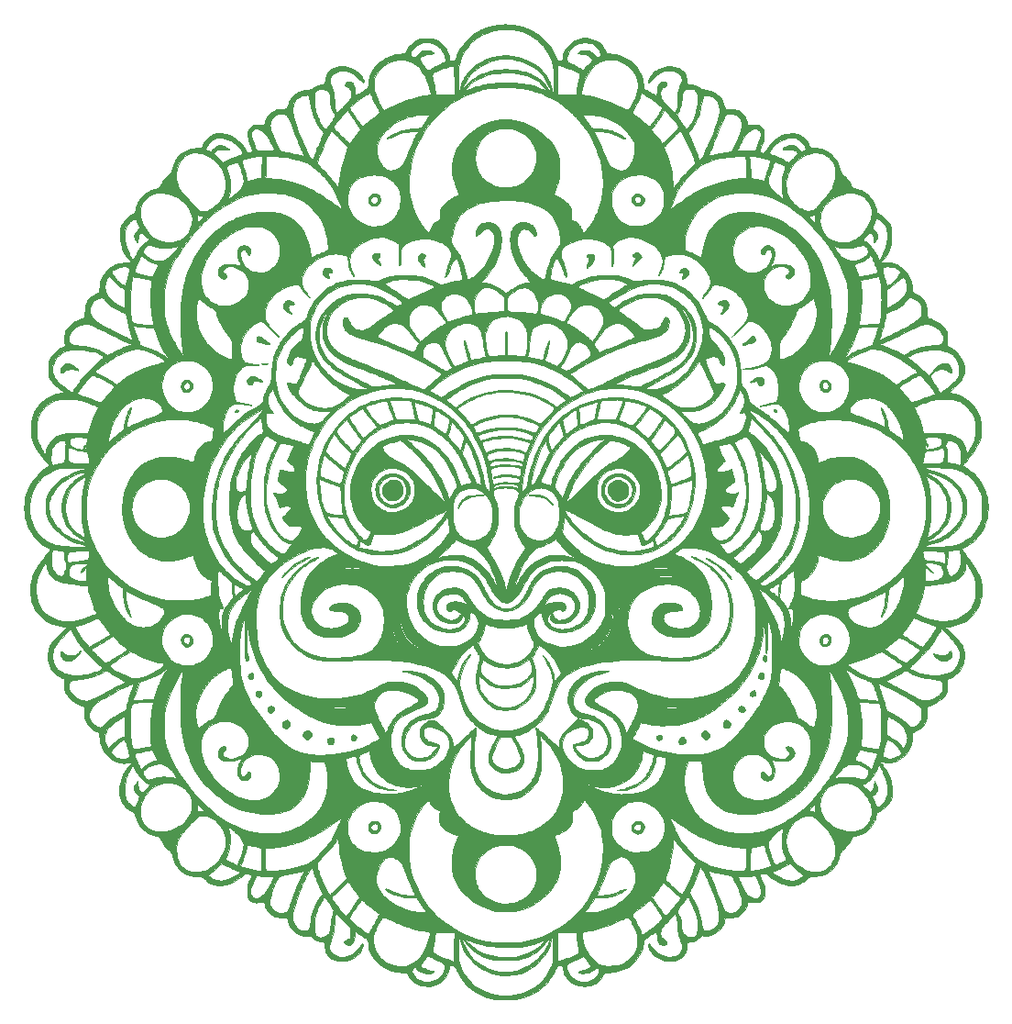
<source format=gbr>
%TF.GenerationSoftware,KiCad,Pcbnew,7.0.1*%
%TF.CreationDate,2023-09-06T21:59:59-07:00*%
%TF.ProjectId,flower_06,666c6f77-6572-45f3-9036-2e6b69636164,rev?*%
%TF.SameCoordinates,Original*%
%TF.FileFunction,Soldermask,Top*%
%TF.FilePolarity,Negative*%
%FSLAX46Y46*%
G04 Gerber Fmt 4.6, Leading zero omitted, Abs format (unit mm)*
G04 Created by KiCad (PCBNEW 7.0.1) date 2023-09-06 21:59:59*
%MOMM*%
%LPD*%
G01*
G04 APERTURE LIST*
%ADD10C,0.010000*%
G04 APERTURE END LIST*
%TO.C,G\u002A\u002A\u002A*%
D10*
X60561813Y-27668306D02*
X61203063Y-27668306D01*
X61205940Y-27795367D01*
X61232889Y-27884553D01*
X61279296Y-27965084D01*
X61335731Y-28010032D01*
X61411474Y-28026142D01*
X61428201Y-28026500D01*
X61504320Y-28015991D01*
X61579961Y-27981660D01*
X61661698Y-27919303D01*
X61756103Y-27824714D01*
X61773417Y-27805646D01*
X61938407Y-27645298D01*
X62112608Y-27522877D01*
X62295014Y-27436723D01*
X62422184Y-27402429D01*
X62569811Y-27383731D01*
X62722557Y-27381015D01*
X62865082Y-27394668D01*
X62967645Y-27419749D01*
X63048817Y-27453837D01*
X63133463Y-27498823D01*
X63212832Y-27548816D01*
X63278172Y-27597922D01*
X63320733Y-27640249D01*
X63332500Y-27665420D01*
X63328059Y-27681624D01*
X63310211Y-27693399D01*
X63272171Y-27702138D01*
X63207154Y-27709233D01*
X63108375Y-27716077D01*
X63076426Y-27717981D01*
X62842743Y-27740847D01*
X62638466Y-27781577D01*
X62453604Y-27842536D01*
X62344868Y-27891275D01*
X62244294Y-27949267D01*
X62154465Y-28016367D01*
X62082488Y-28085799D01*
X62035471Y-28150788D01*
X62020368Y-28200652D01*
X62031476Y-28241693D01*
X62060523Y-28304541D01*
X62101418Y-28376151D01*
X62104898Y-28381677D01*
X62166963Y-28475288D01*
X62241395Y-28580846D01*
X62324055Y-28693163D01*
X62410801Y-28807053D01*
X62497494Y-28917329D01*
X62579993Y-29018802D01*
X62654157Y-29106287D01*
X62715847Y-29174595D01*
X62760922Y-29218541D01*
X62784429Y-29233000D01*
X62807735Y-29223776D01*
X62864513Y-29197499D01*
X62950478Y-29156261D01*
X63061347Y-29102155D01*
X63192833Y-29037274D01*
X63340653Y-28963710D01*
X63500523Y-28883555D01*
X63519695Y-28873904D01*
X63703440Y-28780484D01*
X63870183Y-28693949D01*
X64016160Y-28616348D01*
X64137605Y-28549734D01*
X64230756Y-28496156D01*
X64291846Y-28457664D01*
X64311809Y-28442425D01*
X64360257Y-28393086D01*
X64383545Y-28349111D01*
X64390568Y-28290714D01*
X64390834Y-28266637D01*
X64380291Y-28157274D01*
X64350833Y-28023567D01*
X64305715Y-27877234D01*
X64248191Y-27729995D01*
X64231432Y-27692638D01*
X64107608Y-27470268D01*
X63953830Y-27269423D01*
X63774621Y-27092543D01*
X63574508Y-26942071D01*
X63358016Y-26820445D01*
X63129669Y-26730108D01*
X62893992Y-26673500D01*
X62655512Y-26653062D01*
X62418751Y-26671235D01*
X62358656Y-26682454D01*
X62164335Y-26736226D01*
X61978892Y-26812057D01*
X61805585Y-26906470D01*
X61647672Y-27015984D01*
X61508412Y-27137120D01*
X61391063Y-27266400D01*
X61298883Y-27400344D01*
X61235130Y-27535472D01*
X61203063Y-27668306D01*
X60561813Y-27668306D01*
X60601153Y-27657925D01*
X60667462Y-27626941D01*
X60713728Y-27586608D01*
X60745520Y-27534305D01*
X60768407Y-27467411D01*
X60768899Y-27465584D01*
X60821505Y-27333518D01*
X60912565Y-27185803D01*
X61041524Y-27023240D01*
X61173500Y-26881108D01*
X61347201Y-26714690D01*
X61512638Y-26580113D01*
X61676983Y-26474514D01*
X61847406Y-26395025D01*
X62031080Y-26338781D01*
X62235177Y-26302917D01*
X62466868Y-26284566D01*
X62676334Y-26280568D01*
X62852030Y-26282430D01*
X62994376Y-26288669D01*
X63112252Y-26300734D01*
X63214541Y-26320076D01*
X63310123Y-26348146D01*
X63407880Y-26386395D01*
X63456404Y-26407980D01*
X63623114Y-26497092D01*
X63795950Y-26612429D01*
X63967784Y-26747383D01*
X64131484Y-26895347D01*
X64279921Y-27049711D01*
X64405965Y-27203869D01*
X64502486Y-27351211D01*
X64528991Y-27402058D01*
X64589267Y-27547862D01*
X64649617Y-27733971D01*
X64709420Y-27958359D01*
X64740207Y-28090000D01*
X64765622Y-28196299D01*
X64790100Y-28267876D01*
X64820702Y-28311583D01*
X64864489Y-28334270D01*
X64928521Y-28342786D01*
X65001996Y-28344000D01*
X65130660Y-28338677D01*
X65224199Y-28321409D01*
X65288623Y-28290251D01*
X65329942Y-28243256D01*
X65333539Y-28236642D01*
X65352966Y-28191746D01*
X65380965Y-28117796D01*
X65413373Y-28026110D01*
X65438045Y-27952581D01*
X65552037Y-27662339D01*
X65703139Y-27368664D01*
X65886964Y-27076496D01*
X66099124Y-26790774D01*
X66335232Y-26516438D01*
X66590901Y-26258428D01*
X66861743Y-26021682D01*
X67143372Y-25811140D01*
X67431399Y-25631743D01*
X67560128Y-25563395D01*
X67974567Y-25376043D01*
X68394516Y-25228040D01*
X68824437Y-25118284D01*
X69268794Y-25045677D01*
X69732050Y-25009116D01*
X69820084Y-25006218D01*
X70279851Y-25011077D01*
X70718852Y-25050867D01*
X71141593Y-25126554D01*
X71552580Y-25239108D01*
X71956318Y-25389496D01*
X72264099Y-25531190D01*
X72666069Y-25753097D01*
X73035810Y-26002402D01*
X73373729Y-26279546D01*
X73680238Y-26584968D01*
X73955745Y-26919108D01*
X74200659Y-27282407D01*
X74415392Y-27675305D01*
X74560481Y-27998419D01*
X74619461Y-28128360D01*
X74676501Y-28221886D01*
X74736397Y-28284376D01*
X74803946Y-28321209D01*
X74860538Y-28334941D01*
X74969557Y-28343125D01*
X75067898Y-28335513D01*
X75145071Y-28313732D01*
X75187027Y-28284282D01*
X75210307Y-28231347D01*
X75212102Y-28221634D01*
X75588996Y-28221634D01*
X75589905Y-28279971D01*
X75598418Y-28319597D01*
X75616732Y-28352263D01*
X75639898Y-28381263D01*
X75688274Y-28428240D01*
X75757606Y-28483227D01*
X75824584Y-28528926D01*
X75877951Y-28560390D01*
X75958600Y-28605499D01*
X76061082Y-28661408D01*
X76179950Y-28725271D01*
X76309755Y-28794242D01*
X76445048Y-28865474D01*
X76580381Y-28936122D01*
X76710306Y-29003339D01*
X76829374Y-29064280D01*
X76932137Y-29116098D01*
X77013146Y-29155948D01*
X77066954Y-29180983D01*
X77087217Y-29188487D01*
X77109223Y-29174649D01*
X77156592Y-29134559D01*
X77225048Y-29072189D01*
X77310314Y-28991509D01*
X77408110Y-28896493D01*
X77500937Y-28804375D01*
X77607091Y-28696951D01*
X77704284Y-28596552D01*
X77788125Y-28507878D01*
X77854225Y-28435627D01*
X77898193Y-28384498D01*
X77914716Y-28361506D01*
X77932238Y-28306086D01*
X77925412Y-28250221D01*
X77891239Y-28186731D01*
X77826721Y-28108438D01*
X77794898Y-28074633D01*
X77679928Y-27968204D01*
X77555311Y-27874748D01*
X77433468Y-27802980D01*
X77366000Y-27773644D01*
X77318054Y-27762664D01*
X77237878Y-27751121D01*
X77135539Y-27740202D01*
X77021106Y-27731094D01*
X76986780Y-27728943D01*
X76846451Y-27719531D01*
X76744989Y-27708821D01*
X76678934Y-27694793D01*
X76644825Y-27675423D01*
X76639204Y-27648691D01*
X76658609Y-27612574D01*
X76699580Y-27565052D01*
X76701957Y-27562526D01*
X76780446Y-27493026D01*
X76870415Y-27442403D01*
X76979080Y-27408488D01*
X77113653Y-27389113D01*
X77281350Y-27382109D01*
X77302500Y-27382000D01*
X77421452Y-27382858D01*
X77508941Y-27386906D01*
X77575800Y-27395462D01*
X77632857Y-27409843D01*
X77683520Y-27428346D01*
X77787547Y-27482364D01*
X77905632Y-27563650D01*
X78028101Y-27664416D01*
X78145285Y-27776871D01*
X78222354Y-27862369D01*
X78299512Y-27947232D01*
X78363580Y-27999241D01*
X78421944Y-28022592D01*
X78481994Y-28021483D01*
X78496752Y-28018226D01*
X78557740Y-27991579D01*
X78625610Y-27945466D01*
X78687716Y-27890477D01*
X78731414Y-27837198D01*
X78743175Y-27811889D01*
X78743882Y-27739175D01*
X78716906Y-27644624D01*
X78666489Y-27534199D01*
X78596869Y-27413868D01*
X78512288Y-27289596D01*
X78416986Y-27167348D01*
X78315202Y-27053092D01*
X78211177Y-26952791D01*
X78109152Y-26872413D01*
X78049153Y-26835413D01*
X77931237Y-26780498D01*
X77804047Y-26740140D01*
X77659707Y-26712888D01*
X77490341Y-26697293D01*
X77288073Y-26691907D01*
X77269242Y-26691873D01*
X77097009Y-26693834D01*
X76958480Y-26700681D01*
X76845173Y-26713780D01*
X76748606Y-26734493D01*
X76660297Y-26764186D01*
X76572250Y-26803981D01*
X76361660Y-26927885D01*
X76168713Y-27078551D01*
X75997201Y-27250829D01*
X75850919Y-27439566D01*
X75733662Y-27639611D01*
X75649224Y-27845813D01*
X75601398Y-28053021D01*
X75593499Y-28132836D01*
X75588996Y-28221634D01*
X75212102Y-28221634D01*
X75227408Y-28138827D01*
X75234493Y-28065226D01*
X75270122Y-27846227D01*
X75343137Y-27622715D01*
X75449747Y-27399996D01*
X75586162Y-27183375D01*
X75748588Y-26978158D01*
X75933234Y-26789653D01*
X76136309Y-26623163D01*
X76354021Y-26483996D01*
X76371167Y-26474627D01*
X76613120Y-26367538D01*
X76870503Y-26296983D01*
X77138436Y-26262351D01*
X77412039Y-26263035D01*
X77686430Y-26298424D01*
X77956729Y-26367911D01*
X78218055Y-26470885D01*
X78465528Y-26606738D01*
X78679824Y-26762764D01*
X78858087Y-26938068D01*
X79008417Y-27144527D01*
X79106317Y-27328000D01*
X79145907Y-27413598D01*
X79181434Y-27489805D01*
X79207328Y-27544697D01*
X79214225Y-27559004D01*
X79246829Y-27601001D01*
X79302465Y-27635802D01*
X79385558Y-27664815D01*
X79500536Y-27689447D01*
X79651826Y-27711106D01*
X79715500Y-27718388D01*
X79973533Y-27750789D01*
X80199142Y-27789487D01*
X80402077Y-27837125D01*
X80592091Y-27896347D01*
X80778933Y-27969800D01*
X80968449Y-28058181D01*
X81275369Y-28230913D01*
X81557838Y-28430634D01*
X81813033Y-28654267D01*
X82038136Y-28898734D01*
X82230325Y-29160960D01*
X82386781Y-29437866D01*
X82504683Y-29726377D01*
X82508720Y-29738614D01*
X82548698Y-29871299D01*
X82582281Y-30007688D01*
X82611141Y-30156747D01*
X82636947Y-30327440D01*
X82661370Y-30528733D01*
X82668869Y-30598250D01*
X82684220Y-30732510D01*
X82698350Y-30829404D01*
X82712219Y-30893845D01*
X82726785Y-30930745D01*
X82735899Y-30941439D01*
X82761894Y-30957400D01*
X82818666Y-30989862D01*
X82900737Y-31035835D01*
X83002625Y-31092330D01*
X83118851Y-31156358D01*
X83243935Y-31224930D01*
X83372397Y-31295057D01*
X83498758Y-31363749D01*
X83617537Y-31428018D01*
X83723255Y-31484874D01*
X83810431Y-31531329D01*
X83873587Y-31564393D01*
X83907241Y-31581077D01*
X83911141Y-31582500D01*
X83915361Y-31562512D01*
X83920256Y-31507232D01*
X83925375Y-31423685D01*
X83930265Y-31318898D01*
X83933248Y-31238542D01*
X83938876Y-31111719D01*
X83946757Y-30990217D01*
X83956030Y-30884591D01*
X83965835Y-30805400D01*
X83970720Y-30778782D01*
X84024612Y-30601042D01*
X84098071Y-30459916D01*
X84190526Y-30355853D01*
X84301403Y-30289300D01*
X84430132Y-30260704D01*
X84576141Y-30270512D01*
X84611038Y-30277991D01*
X84726211Y-30318345D01*
X84804349Y-30374689D01*
X84844317Y-30445630D01*
X84844979Y-30529777D01*
X84837855Y-30555853D01*
X84811643Y-30613106D01*
X84769682Y-30663346D01*
X84704778Y-30712766D01*
X84609738Y-30767560D01*
X84565357Y-30790506D01*
X84472874Y-30841890D01*
X84409129Y-30890036D01*
X84362428Y-30944253D01*
X84351424Y-30960824D01*
X84292410Y-31088690D01*
X84257142Y-31245600D01*
X84247021Y-31424643D01*
X84248427Y-31468848D01*
X84275714Y-31643820D01*
X84341625Y-31819416D01*
X84447464Y-31998864D01*
X84482659Y-32047860D01*
X84514300Y-32085777D01*
X84569187Y-32146606D01*
X84643248Y-32226185D01*
X84732415Y-32320351D01*
X84832618Y-32424942D01*
X84939787Y-32535797D01*
X85049853Y-32648751D01*
X85158745Y-32759644D01*
X85262396Y-32864312D01*
X85356734Y-32958593D01*
X85437691Y-33038325D01*
X85501196Y-33099345D01*
X85543181Y-33137491D01*
X85559079Y-33148834D01*
X85572639Y-33130568D01*
X85598998Y-33080859D01*
X85634668Y-33007336D01*
X85676160Y-32917630D01*
X85719984Y-32819370D01*
X85762652Y-32720188D01*
X85800674Y-32627713D01*
X85819748Y-32578772D01*
X85832714Y-32542439D01*
X85842828Y-32506249D01*
X85850383Y-32464718D01*
X85855673Y-32412363D01*
X85858993Y-32343698D01*
X85860637Y-32253241D01*
X85860899Y-32135506D01*
X85860073Y-31985011D01*
X85858926Y-31848376D01*
X85857552Y-31650415D01*
X85857902Y-31488745D01*
X85860816Y-31357331D01*
X85867134Y-31250139D01*
X85877697Y-31161136D01*
X85893344Y-31084287D01*
X85914916Y-31013560D01*
X85943253Y-30942918D01*
X85979196Y-30866330D01*
X86002090Y-30820321D01*
X86109565Y-30583002D01*
X86181794Y-30368389D01*
X86218872Y-30175883D01*
X86220894Y-30004886D01*
X86187955Y-29854799D01*
X86164626Y-29799697D01*
X86080168Y-29671772D01*
X85960650Y-29554828D01*
X85812850Y-29453377D01*
X85643546Y-29371934D01*
X85459514Y-29315012D01*
X85426101Y-29307869D01*
X85230146Y-29281883D01*
X85018240Y-29276515D01*
X84803217Y-29290749D01*
X84597908Y-29323568D01*
X84415145Y-29373957D01*
X84368372Y-29391639D01*
X84237519Y-29455375D01*
X84098206Y-29544537D01*
X83946908Y-29661835D01*
X83780099Y-29809982D01*
X83612283Y-29973458D01*
X83479308Y-30106605D01*
X83372577Y-30210752D01*
X83289269Y-30287674D01*
X83226564Y-30339151D01*
X83181641Y-30366959D01*
X83151678Y-30372876D01*
X83133855Y-30358679D01*
X83125352Y-30326146D01*
X83123334Y-30281544D01*
X83141433Y-30151235D01*
X83192992Y-30007168D01*
X83273903Y-29855097D01*
X83380058Y-29700779D01*
X83507348Y-29549968D01*
X83651665Y-29408420D01*
X83808902Y-29281889D01*
X83864339Y-29243469D01*
X84107620Y-29106209D01*
X84373159Y-29000813D01*
X84654103Y-28928410D01*
X84943600Y-28890129D01*
X85234796Y-28887096D01*
X85520840Y-28920441D01*
X85652014Y-28949118D01*
X85789062Y-28993834D01*
X85937666Y-29058816D01*
X86083507Y-29136623D01*
X86212263Y-29219812D01*
X86286129Y-29278665D01*
X86413129Y-29407196D01*
X86511379Y-29542197D01*
X86583826Y-29690754D01*
X86633419Y-29859952D01*
X86663106Y-30056876D01*
X86673387Y-30209254D01*
X86685401Y-30497592D01*
X86962826Y-30533795D01*
X87199162Y-30572706D01*
X87403189Y-30624761D01*
X87583693Y-30692941D01*
X87749459Y-30780223D01*
X87817088Y-30823490D01*
X87938996Y-30898736D01*
X88062281Y-30959248D01*
X88196659Y-31008468D01*
X88351845Y-31049836D01*
X88537557Y-31086791D01*
X88582471Y-31094502D01*
X88766592Y-31129381D01*
X88921887Y-31168709D01*
X89061863Y-31216758D01*
X89200027Y-31277794D01*
X89263549Y-31309774D01*
X89491418Y-31450992D01*
X89689893Y-31622293D01*
X89858146Y-31822514D01*
X89995350Y-32050495D01*
X90100677Y-32305076D01*
X90173299Y-32585095D01*
X90173422Y-32585733D01*
X90205401Y-32694217D01*
X90250040Y-32763297D01*
X90275268Y-32786584D01*
X90301022Y-32801226D01*
X90336595Y-32808588D01*
X90391279Y-32810036D01*
X90474369Y-32806932D01*
X90528352Y-32804159D01*
X90776725Y-32802571D01*
X90999241Y-32826369D01*
X91204696Y-32876621D01*
X91250056Y-32891890D01*
X91411820Y-32957271D01*
X91552911Y-33034103D01*
X91686169Y-33130668D01*
X91824433Y-33255246D01*
X91845364Y-33275834D01*
X91939521Y-33373509D01*
X92010641Y-33459124D01*
X92069148Y-33546548D01*
X92123733Y-33646250D01*
X92201955Y-33813560D01*
X92255983Y-33960076D01*
X92284357Y-34081466D01*
X92288500Y-34135725D01*
X92291565Y-34180730D01*
X92304125Y-34214514D01*
X92331231Y-34238368D01*
X92377935Y-34253578D01*
X92449284Y-34261434D01*
X92550332Y-34263224D01*
X92686126Y-34260237D01*
X92765621Y-34257467D01*
X92920928Y-34252731D01*
X93039830Y-34251647D01*
X93128114Y-34254375D01*
X93191564Y-34261076D01*
X93231288Y-34270332D01*
X93329318Y-34314545D01*
X93437505Y-34383723D01*
X93546288Y-34469546D01*
X93646107Y-34563694D01*
X93727404Y-34657847D01*
X93780617Y-34743686D01*
X93783939Y-34751284D01*
X93800140Y-34808178D01*
X93814944Y-34891714D01*
X93825719Y-34986219D01*
X93827569Y-35011154D01*
X93826987Y-35206045D01*
X93801060Y-35423938D01*
X93749301Y-35667025D01*
X93671221Y-35937498D01*
X93566334Y-36237548D01*
X93538809Y-36309829D01*
X93501486Y-36412757D01*
X93469513Y-36512514D01*
X93446813Y-36596171D01*
X93438080Y-36641822D01*
X93432657Y-36704538D01*
X93439888Y-36741330D01*
X93466248Y-36768155D01*
X93497507Y-36788296D01*
X93611726Y-36843169D01*
X93717277Y-36860941D01*
X93816111Y-36840648D01*
X93910178Y-36781324D01*
X94001428Y-36682004D01*
X94091813Y-36541723D01*
X94126500Y-36477162D01*
X94292744Y-36193125D01*
X94482626Y-35942738D01*
X94698965Y-35722793D01*
X94944577Y-35530081D01*
X94978003Y-35507396D01*
X95249523Y-35344407D01*
X95518673Y-35221043D01*
X95791439Y-35135427D01*
X96073808Y-35085682D01*
X96371764Y-35069933D01*
X96373667Y-35069937D01*
X96576566Y-35077035D01*
X96752343Y-35099032D01*
X96914451Y-35138753D01*
X97076341Y-35199020D01*
X97152200Y-35233356D01*
X97350082Y-35343369D01*
X97523666Y-35476093D01*
X97677214Y-35636097D01*
X97814988Y-35827947D01*
X97941250Y-36056212D01*
X97963987Y-36103434D01*
X98020376Y-36215174D01*
X98070533Y-36299186D01*
X98111193Y-36350188D01*
X98121844Y-36358793D01*
X98159489Y-36375413D01*
X98219542Y-36388542D01*
X98308173Y-36399098D01*
X98431548Y-36407998D01*
X98465449Y-36409905D01*
X98714258Y-36429499D01*
X98932823Y-36461152D01*
X99132181Y-36507542D01*
X99323369Y-36571350D01*
X99517425Y-36655257D01*
X99559250Y-36675523D01*
X99810455Y-36821816D01*
X100044628Y-37002961D01*
X100254630Y-37212647D01*
X100433321Y-37444565D01*
X100438858Y-37452912D01*
X100561285Y-37660523D01*
X100657205Y-37875508D01*
X100732990Y-38112687D01*
X100748673Y-38173677D01*
X100784218Y-38304500D01*
X100824020Y-38419232D01*
X100872365Y-38524805D01*
X100933538Y-38628149D01*
X101011825Y-38736195D01*
X101111511Y-38855876D01*
X101236881Y-38994121D01*
X101292684Y-39053531D01*
X101412719Y-39184382D01*
X101526755Y-39316093D01*
X101629513Y-39442060D01*
X101715712Y-39555681D01*
X101780072Y-39650354D01*
X101806200Y-39695682D01*
X101831494Y-39753682D01*
X101858807Y-39829549D01*
X101870424Y-39866672D01*
X101901172Y-39949759D01*
X101942738Y-40014704D01*
X102001769Y-40066286D01*
X102084914Y-40109281D01*
X102198821Y-40148466D01*
X102301522Y-40176470D01*
X102474055Y-40223608D01*
X102620528Y-40271492D01*
X102756898Y-40326040D01*
X102899119Y-40393170D01*
X102935334Y-40411522D01*
X103191145Y-40562987D01*
X103424084Y-40742042D01*
X103630952Y-40944664D01*
X103808552Y-41166830D01*
X103953687Y-41404515D01*
X104063158Y-41653697D01*
X104133767Y-41910352D01*
X104136055Y-41922417D01*
X104166835Y-42076715D01*
X104198208Y-42196960D01*
X104235694Y-42291142D01*
X104284809Y-42367254D01*
X104351071Y-42433288D01*
X104439997Y-42497236D01*
X104557104Y-42567090D01*
X104596359Y-42589167D01*
X104808104Y-42725534D01*
X104994796Y-42886052D01*
X105163570Y-43077437D01*
X105265267Y-43218911D01*
X105358344Y-43360170D01*
X105432995Y-43480982D01*
X105491109Y-43588637D01*
X105534576Y-43690426D01*
X105565285Y-43793639D01*
X105585125Y-43905566D01*
X105595985Y-44033499D01*
X105599755Y-44184728D01*
X105598324Y-44366542D01*
X105595736Y-44494167D01*
X105588189Y-44744643D01*
X105576929Y-44959402D01*
X105560682Y-45144989D01*
X105538172Y-45307952D01*
X105508127Y-45454836D01*
X105469270Y-45592187D01*
X105420329Y-45726551D01*
X105360029Y-45864473D01*
X105308287Y-45970803D01*
X105135572Y-46278118D01*
X104943912Y-46551740D01*
X104748974Y-46774875D01*
X104557368Y-46970667D01*
X104894643Y-46971034D01*
X105144375Y-46974706D01*
X105359023Y-46985891D01*
X105545354Y-47005722D01*
X105710133Y-47035331D01*
X105860125Y-47075849D01*
X106002097Y-47128409D01*
X106099750Y-47172691D01*
X106263531Y-47260998D01*
X106415388Y-47363011D01*
X106564887Y-47486066D01*
X106721592Y-47637500D01*
X106765707Y-47683494D01*
X106990913Y-47948849D01*
X107176749Y-48227048D01*
X107322728Y-48517061D01*
X107428364Y-48817859D01*
X107493170Y-49128412D01*
X107507349Y-49252827D01*
X107516842Y-49361083D01*
X107525776Y-49463257D01*
X107533030Y-49546515D01*
X107536913Y-49591360D01*
X107547792Y-49652481D01*
X107572594Y-49704074D01*
X107617030Y-49751475D01*
X107686811Y-49800023D01*
X107787646Y-49855055D01*
X107854314Y-49888038D01*
X108080077Y-50011757D01*
X108270133Y-50148447D01*
X108430383Y-50303270D01*
X108566725Y-50481387D01*
X108608482Y-50547834D01*
X108692938Y-50704202D01*
X108759187Y-50863917D01*
X108809232Y-51034982D01*
X108845076Y-51225400D01*
X108868722Y-51443176D01*
X108879757Y-51631645D01*
X108886576Y-51778993D01*
X108895334Y-51890613D01*
X108909576Y-51973082D01*
X108932843Y-52032974D01*
X108968680Y-52076866D01*
X109020629Y-52111333D01*
X109092233Y-52142951D01*
X109171177Y-52172490D01*
X109406060Y-52264555D01*
X109610412Y-52358966D01*
X109795848Y-52462001D01*
X109973989Y-52579938D01*
X110100748Y-52674864D01*
X110288815Y-52836255D01*
X110451058Y-53005284D01*
X110583629Y-53177035D01*
X110682677Y-53346590D01*
X110739029Y-53490000D01*
X110750043Y-53533564D01*
X110758046Y-53582728D01*
X110763254Y-53643683D01*
X110765881Y-53722621D01*
X110766144Y-53825733D01*
X110764258Y-53959211D01*
X110760776Y-54115482D01*
X110757112Y-54291300D01*
X110755806Y-54428950D01*
X110756957Y-54532533D01*
X110760661Y-54606155D01*
X110767018Y-54653918D01*
X110774142Y-54676398D01*
X110802777Y-54709803D01*
X110859227Y-54745628D01*
X110949088Y-54787170D01*
X110991958Y-54804662D01*
X111231079Y-54921260D01*
X111453855Y-55074636D01*
X111661947Y-55266121D01*
X111857017Y-55497047D01*
X111858676Y-55499253D01*
X112025097Y-55754484D01*
X112152936Y-56026346D01*
X112242464Y-56315627D01*
X112293955Y-56623116D01*
X112305849Y-56792000D01*
X112306799Y-56990968D01*
X112291283Y-57162030D01*
X112257198Y-57317100D01*
X112202442Y-57468094D01*
X112176410Y-57525550D01*
X112113052Y-57649551D01*
X112042016Y-57768623D01*
X111959654Y-57887046D01*
X111862318Y-58009097D01*
X111746357Y-58139054D01*
X111608125Y-58281198D01*
X111443971Y-58439805D01*
X111250248Y-58619154D01*
X111221432Y-58645369D01*
X110803303Y-59025084D01*
X111033304Y-59039455D01*
X111223473Y-59055207D01*
X111386267Y-59078201D01*
X111536402Y-59111183D01*
X111688599Y-59156897D01*
X111719500Y-59167435D01*
X111972424Y-59272095D01*
X112231293Y-59410811D01*
X112487824Y-59577767D01*
X112733734Y-59767148D01*
X112960739Y-59973141D01*
X113138144Y-60163368D01*
X113334684Y-60411943D01*
X113497886Y-60660929D01*
X113629653Y-60915840D01*
X113731889Y-61182193D01*
X113806498Y-61465503D01*
X113855382Y-61771284D01*
X113880445Y-62105054D01*
X113884855Y-62327084D01*
X113881470Y-62560407D01*
X113869591Y-62761318D01*
X113847939Y-62939118D01*
X113815235Y-63103106D01*
X113770200Y-63262584D01*
X113746660Y-63332278D01*
X113649563Y-63572770D01*
X113522242Y-63832650D01*
X113368399Y-64105987D01*
X113191735Y-64386847D01*
X112995953Y-64669298D01*
X112784752Y-64947406D01*
X112597554Y-65174000D01*
X112474166Y-65318773D01*
X112368474Y-65445279D01*
X112282587Y-65550879D01*
X112218609Y-65632936D01*
X112178647Y-65688811D01*
X112164808Y-65715865D01*
X112164812Y-65716091D01*
X112182182Y-65733350D01*
X112229364Y-65767959D01*
X112299881Y-65815464D01*
X112387258Y-65871413D01*
X112423057Y-65893667D01*
X112669254Y-66050904D01*
X112882167Y-66199359D01*
X113068391Y-66344457D01*
X113234520Y-66491625D01*
X113387150Y-66646289D01*
X113514845Y-66792077D01*
X113767920Y-67128262D01*
X113983848Y-67484408D01*
X114162711Y-67860726D01*
X114304591Y-68257425D01*
X114409569Y-68674715D01*
X114477728Y-69112804D01*
X114494599Y-69292578D01*
X114505064Y-69687718D01*
X114477516Y-70090113D01*
X114413440Y-70492336D01*
X114314321Y-70886958D01*
X114181645Y-71266553D01*
X114035643Y-71587500D01*
X113952428Y-71742962D01*
X113869884Y-71879498D01*
X113780251Y-72008053D01*
X113675770Y-72139571D01*
X113548680Y-72284997D01*
X113514206Y-72322907D01*
X113229312Y-72611238D01*
X112936966Y-72860657D01*
X112632953Y-73074465D01*
X112338972Y-73242737D01*
X112244763Y-73292872D01*
X112165824Y-73337969D01*
X112109043Y-73373855D01*
X112081308Y-73396358D01*
X112079681Y-73399802D01*
X112091610Y-73428385D01*
X112128010Y-73487379D01*
X112189205Y-73577242D01*
X112275520Y-73698429D01*
X112387280Y-73851397D01*
X112524808Y-74036603D01*
X112670862Y-74231198D01*
X112900138Y-74541620D01*
X113100664Y-74827001D01*
X113274535Y-75091295D01*
X113423844Y-75338455D01*
X113550685Y-75572437D01*
X113657154Y-75797194D01*
X113745343Y-76016680D01*
X113817347Y-76234850D01*
X113875260Y-76455657D01*
X113893887Y-76540500D01*
X113910831Y-76651979D01*
X113923167Y-76795218D01*
X113930903Y-76960300D01*
X113934049Y-77137304D01*
X113932614Y-77316312D01*
X113926607Y-77487404D01*
X113916037Y-77640661D01*
X113900914Y-77766163D01*
X113892720Y-77810500D01*
X113790722Y-78198547D01*
X113656848Y-78562512D01*
X113492227Y-78900937D01*
X113297985Y-79212364D01*
X113075251Y-79495334D01*
X112825152Y-79748390D01*
X112548815Y-79970074D01*
X112247369Y-80158927D01*
X111973500Y-80292013D01*
X111750890Y-80375322D01*
X111500198Y-80448919D01*
X111235167Y-80509620D01*
X110969543Y-80554240D01*
X110737939Y-80578250D01*
X110507794Y-80593917D01*
X110968494Y-81027834D01*
X111204626Y-81253098D01*
X111409843Y-81455560D01*
X111586618Y-81638443D01*
X111737424Y-81804968D01*
X111864734Y-81958360D01*
X111971022Y-82101840D01*
X112058760Y-82238632D01*
X112130423Y-82371959D01*
X112188482Y-82505043D01*
X112235412Y-82641107D01*
X112252808Y-82701415D01*
X112270631Y-82771206D01*
X112283506Y-82836152D01*
X112292175Y-82905173D01*
X112297380Y-82987192D01*
X112299863Y-83091130D01*
X112300369Y-83225910D01*
X112300253Y-83271500D01*
X112299051Y-83419910D01*
X112296103Y-83534693D01*
X112290679Y-83624543D01*
X112282051Y-83698154D01*
X112269490Y-83764221D01*
X112253775Y-83826026D01*
X112154073Y-84124557D01*
X112028186Y-84392557D01*
X111873895Y-84634388D01*
X111786093Y-84746035D01*
X111698561Y-84845268D01*
X111611783Y-84931449D01*
X111519398Y-85008884D01*
X111415046Y-85081878D01*
X111292366Y-85154735D01*
X111144997Y-85231761D01*
X110966580Y-85317261D01*
X110889933Y-85352587D01*
X110820632Y-85389707D01*
X110773869Y-85431805D01*
X110746738Y-85486819D01*
X110736336Y-85562691D01*
X110739759Y-85667362D01*
X110746869Y-85743774D01*
X110764558Y-85993387D01*
X110763240Y-86220311D01*
X110743289Y-86420413D01*
X110705081Y-86589563D01*
X110659742Y-86703548D01*
X110569214Y-86849840D01*
X110444218Y-87004397D01*
X110290380Y-87161894D01*
X110113325Y-87317004D01*
X109918677Y-87464400D01*
X109718322Y-87595001D01*
X109624604Y-87648716D01*
X109531787Y-87695432D01*
X109429715Y-87739493D01*
X109308232Y-87785245D01*
X109157181Y-87837034D01*
X109137167Y-87843669D01*
X108893750Y-87924140D01*
X108880196Y-88397112D01*
X108873290Y-88592632D01*
X108864162Y-88753767D01*
X108851673Y-88888448D01*
X108834689Y-89004608D01*
X108812073Y-89110182D01*
X108782689Y-89213101D01*
X108749450Y-89310208D01*
X108649781Y-89527565D01*
X108517463Y-89718892D01*
X108438667Y-89805551D01*
X108347066Y-89892703D01*
X108257449Y-89964730D01*
X108158899Y-90028823D01*
X108040503Y-90092173D01*
X107911350Y-90152964D01*
X107813707Y-90199530D01*
X107723222Y-90246960D01*
X107651281Y-90289045D01*
X107614878Y-90314573D01*
X107542507Y-90374821D01*
X107525356Y-90659619D01*
X107507526Y-90886717D01*
X107481794Y-91083167D01*
X107445315Y-91260351D01*
X107395243Y-91429652D01*
X107328731Y-91602452D01*
X107242935Y-91790133D01*
X107242475Y-91791084D01*
X107083879Y-92083103D01*
X106909189Y-92336754D01*
X106716757Y-92553460D01*
X106504935Y-92734644D01*
X106272075Y-92881732D01*
X106016530Y-92996145D01*
X105756998Y-93074491D01*
X105526048Y-93113215D01*
X105278108Y-93121362D01*
X105008385Y-93098926D01*
X104846053Y-93073003D01*
X104742248Y-93054942D01*
X104653900Y-93041574D01*
X104589048Y-93033964D01*
X104555731Y-93033179D01*
X104553297Y-93034148D01*
X104548646Y-93047502D01*
X104555812Y-93070960D01*
X104577539Y-93108553D01*
X104616568Y-93164310D01*
X104675645Y-93242262D01*
X104757511Y-93346436D01*
X104814982Y-93418541D01*
X105036323Y-93718558D01*
X105220193Y-94020011D01*
X105370910Y-94331118D01*
X105492790Y-94660094D01*
X105527800Y-94775299D01*
X105600605Y-95079740D01*
X105644777Y-95385074D01*
X105660514Y-95685626D01*
X105648013Y-95975723D01*
X105607472Y-96249692D01*
X105539089Y-96501858D01*
X105461017Y-96691167D01*
X105425909Y-96757442D01*
X105386148Y-96819459D01*
X105335929Y-96884385D01*
X105269451Y-96959387D01*
X105180910Y-97051631D01*
X105117043Y-97115975D01*
X104926740Y-97296149D01*
X104752695Y-97440034D01*
X104595605Y-97547123D01*
X104456166Y-97616908D01*
X104405313Y-97634315D01*
X104335635Y-97659577D01*
X104282380Y-97693789D01*
X104241195Y-97743787D01*
X104207731Y-97816406D01*
X104177638Y-97918480D01*
X104151576Y-98032958D01*
X104127546Y-98141031D01*
X104102458Y-98244925D01*
X104079671Y-98331164D01*
X104065790Y-98377113D01*
X103950598Y-98653776D01*
X103800161Y-98908798D01*
X103617095Y-99139478D01*
X103404014Y-99343113D01*
X103163534Y-99517001D01*
X102898271Y-99658442D01*
X102776584Y-99708863D01*
X102691146Y-99738802D01*
X102581532Y-99773596D01*
X102464672Y-99807994D01*
X102396966Y-99826566D01*
X102222886Y-99879367D01*
X102089142Y-99935084D01*
X101993784Y-99994612D01*
X101958140Y-100028015D01*
X101933656Y-100061964D01*
X101894540Y-100123618D01*
X101846587Y-100203603D01*
X101805008Y-100275807D01*
X101718598Y-100423420D01*
X101636002Y-100551476D01*
X101549864Y-100669474D01*
X101452828Y-100786914D01*
X101337538Y-100913295D01*
X101208253Y-101046406D01*
X101083570Y-101175236D01*
X100986454Y-101284035D01*
X100912253Y-101380232D01*
X100856315Y-101471259D01*
X100813988Y-101564543D01*
X100780619Y-101667516D01*
X100755557Y-101769413D01*
X100710133Y-101954491D01*
X100661146Y-102112191D01*
X100603378Y-102257439D01*
X100536597Y-102395584D01*
X100396424Y-102628571D01*
X100226720Y-102848275D01*
X100034282Y-103047819D01*
X99825906Y-103220328D01*
X99608387Y-103358923D01*
X99559250Y-103384545D01*
X99356894Y-103467965D01*
X99126899Y-103531836D01*
X98880316Y-103573800D01*
X98628192Y-103591498D01*
X98588103Y-103591919D01*
X98388354Y-103598274D01*
X98219389Y-103616146D01*
X98084874Y-103645006D01*
X98002674Y-103676588D01*
X97948527Y-103710242D01*
X97876065Y-103763299D01*
X97797940Y-103826302D01*
X97769078Y-103851167D01*
X97616866Y-103981946D01*
X97486300Y-104086374D01*
X97370216Y-104169116D01*
X97261448Y-104234836D01*
X97152833Y-104288199D01*
X97037204Y-104333870D01*
X97016496Y-104341149D01*
X96869051Y-104387720D01*
X96733900Y-104419163D01*
X96595757Y-104437883D01*
X96439337Y-104446287D01*
X96341917Y-104447384D01*
X96065430Y-104433170D01*
X95795226Y-104389146D01*
X95527744Y-104313819D01*
X95259423Y-104205696D01*
X94986704Y-104063282D01*
X94706025Y-103885087D01*
X94413825Y-103669615D01*
X94332124Y-103604553D01*
X94208656Y-103507586D01*
X94108270Y-103436845D01*
X94023519Y-103389225D01*
X93946962Y-103361620D01*
X93871154Y-103350924D01*
X93788651Y-103354031D01*
X93744747Y-103359477D01*
X93651060Y-103375694D01*
X93559586Y-103396325D01*
X93479560Y-103418704D01*
X93420216Y-103440167D01*
X93390788Y-103458049D01*
X93389167Y-103462073D01*
X93397903Y-103485921D01*
X93422108Y-103541257D01*
X93458775Y-103621482D01*
X93504898Y-103719994D01*
X93545469Y-103805211D01*
X93647740Y-104026187D01*
X93728598Y-104218861D01*
X93790469Y-104389913D01*
X93835779Y-104546022D01*
X93865784Y-104687083D01*
X93894240Y-104947133D01*
X93885322Y-105189008D01*
X93838783Y-105414875D01*
X93759385Y-105616826D01*
X93688496Y-105738951D01*
X93605378Y-105837772D01*
X93506298Y-105914460D01*
X93387523Y-105970187D01*
X93245319Y-106006123D01*
X93075953Y-106023441D01*
X92875691Y-106023313D01*
X92640799Y-106006909D01*
X92547098Y-105997251D01*
X92444059Y-105986189D01*
X92375596Y-105980441D01*
X92334228Y-105980518D01*
X92312472Y-105986931D01*
X92302846Y-106000190D01*
X92299246Y-106014161D01*
X92290903Y-106055381D01*
X92277224Y-106124244D01*
X92260970Y-106206843D01*
X92258720Y-106218336D01*
X92193805Y-106444697D01*
X92089629Y-106659120D01*
X91945359Y-106863061D01*
X91799636Y-107020500D01*
X91689109Y-107121397D01*
X91582415Y-107202503D01*
X91472939Y-107266010D01*
X91354064Y-107314112D01*
X91219176Y-107348999D01*
X91061658Y-107372864D01*
X90874894Y-107387899D01*
X90666579Y-107395945D01*
X90240574Y-107406721D01*
X90173047Y-107660687D01*
X90114821Y-107860124D01*
X90052888Y-108027475D01*
X89981771Y-108172955D01*
X89895996Y-108306773D01*
X89790087Y-108439143D01*
X89706574Y-108530592D01*
X89514331Y-108708751D01*
X89305136Y-108858396D01*
X89085974Y-108975301D01*
X88863832Y-109055236D01*
X88822035Y-109065856D01*
X88750910Y-109079942D01*
X88675107Y-109088346D01*
X88584529Y-109091515D01*
X88469081Y-109089898D01*
X88366335Y-109086083D01*
X88053087Y-109072594D01*
X87932419Y-109200018D01*
X87797588Y-109318946D01*
X87631409Y-109428295D01*
X87444621Y-109523054D01*
X87247962Y-109598212D01*
X87052171Y-109648758D01*
X86934569Y-109665666D01*
X86844681Y-109675343D01*
X86779691Y-109689277D01*
X86735124Y-109713850D01*
X86706504Y-109755444D01*
X86689356Y-109820440D01*
X86679204Y-109915219D01*
X86671882Y-110040249D01*
X86663648Y-110158784D01*
X86651922Y-110276478D01*
X86638317Y-110379147D01*
X86625471Y-110448381D01*
X86554452Y-110659531D01*
X86447560Y-110851612D01*
X86308475Y-111020635D01*
X86140882Y-111162609D01*
X85948462Y-111273544D01*
X85815570Y-111325891D01*
X85543207Y-111393735D01*
X85261123Y-111423372D01*
X84974736Y-111416128D01*
X84689463Y-111373330D01*
X84410722Y-111296305D01*
X84143930Y-111186379D01*
X83894504Y-111044879D01*
X83667863Y-110873131D01*
X83562626Y-110774151D01*
X83492517Y-110700357D01*
X83427514Y-110627175D01*
X83378118Y-110566600D01*
X83364905Y-110548326D01*
X83297553Y-110437623D01*
X83239975Y-110321325D01*
X83193612Y-110205338D01*
X83159905Y-110095567D01*
X83140294Y-109997919D01*
X83136218Y-109918300D01*
X83149120Y-109862616D01*
X83180438Y-109836773D01*
X83191106Y-109835667D01*
X83219465Y-109851214D01*
X83268742Y-109893956D01*
X83333390Y-109958046D01*
X83407865Y-110037637D01*
X83486620Y-110126881D01*
X83564110Y-110219931D01*
X83606768Y-110273959D01*
X83786966Y-110473838D01*
X83997069Y-110648385D01*
X84231050Y-110794652D01*
X84482883Y-110909693D01*
X84746544Y-110990562D01*
X85016005Y-111034312D01*
X85176500Y-111041521D01*
X85413742Y-111024968D01*
X85625061Y-110975894D01*
X85809704Y-110894803D01*
X85966918Y-110782198D01*
X86095950Y-110638584D01*
X86196047Y-110464463D01*
X86248577Y-110324428D01*
X86270357Y-110229829D01*
X86276818Y-110131506D01*
X86266895Y-110022849D01*
X86239527Y-109897247D01*
X86193649Y-109748088D01*
X86128200Y-109568763D01*
X86126246Y-109563687D01*
X86052048Y-109368512D01*
X85992531Y-109203749D01*
X85945832Y-109060843D01*
X85910089Y-108931239D01*
X85883439Y-108806382D01*
X85864020Y-108677717D01*
X85849970Y-108536689D01*
X85839425Y-108374743D01*
X85831674Y-108210693D01*
X85819329Y-107972799D01*
X85803743Y-107771763D01*
X85784119Y-107602179D01*
X85759660Y-107458639D01*
X85729567Y-107335740D01*
X85693042Y-107228074D01*
X85682988Y-107203322D01*
X85618346Y-107049327D01*
X85156797Y-107516455D01*
X84999003Y-107676542D01*
X84867964Y-107810525D01*
X84760354Y-107922084D01*
X84672842Y-108014898D01*
X84602101Y-108092647D01*
X84544801Y-108159011D01*
X84497615Y-108217669D01*
X84457214Y-108272300D01*
X84420270Y-108326585D01*
X84410842Y-108341061D01*
X84333612Y-108482883D01*
X84283005Y-108632990D01*
X84254212Y-108806040D01*
X84252478Y-108823760D01*
X84251481Y-108964397D01*
X84278518Y-109088663D01*
X84336656Y-109201712D01*
X84428964Y-109308697D01*
X84558509Y-109414771D01*
X84635666Y-109467428D01*
X84739520Y-109541320D01*
X84806764Y-109606182D01*
X84840631Y-109667293D01*
X84844352Y-109729930D01*
X84828663Y-109782634D01*
X84778475Y-109851407D01*
X84699069Y-109901401D01*
X84599459Y-109932018D01*
X84488658Y-109942657D01*
X84375681Y-109932718D01*
X84269541Y-109901603D01*
X84179252Y-109848711D01*
X84155503Y-109827413D01*
X84107475Y-109771439D01*
X84067123Y-109704704D01*
X84032862Y-109621801D01*
X84003105Y-109517325D01*
X83976267Y-109385869D01*
X83950761Y-109222026D01*
X83929349Y-109056606D01*
X83915053Y-108944107D01*
X83901505Y-108847014D01*
X83889851Y-108772853D01*
X83881235Y-108729149D01*
X83878241Y-108720852D01*
X83857965Y-108728336D01*
X83807739Y-108755350D01*
X83733155Y-108798428D01*
X83639806Y-108854103D01*
X83533284Y-108918909D01*
X83419181Y-108989379D01*
X83303090Y-109062047D01*
X83190603Y-109133447D01*
X83087312Y-109200111D01*
X82998810Y-109258573D01*
X82930689Y-109305367D01*
X82904488Y-109324457D01*
X82834155Y-109382974D01*
X82780446Y-109443367D01*
X82739736Y-109513673D01*
X82708399Y-109601931D01*
X82682809Y-109716177D01*
X82659341Y-109864449D01*
X82658640Y-109869454D01*
X82638447Y-109997882D01*
X82613689Y-110131403D01*
X82587470Y-110254425D01*
X82562893Y-110351353D01*
X82562356Y-110353206D01*
X82455981Y-110644608D01*
X82310862Y-110925407D01*
X82129966Y-111192226D01*
X81916261Y-111441686D01*
X81672715Y-111670409D01*
X81402297Y-111875015D01*
X81107972Y-112052126D01*
X81038417Y-112088012D01*
X80804960Y-112195343D01*
X80570067Y-112282913D01*
X80325014Y-112353014D01*
X80061075Y-112407940D01*
X79769524Y-112449981D01*
X79587986Y-112469026D01*
X79464809Y-112481537D01*
X79351179Y-112495032D01*
X79256118Y-112508292D01*
X79188646Y-112520100D01*
X79164652Y-112526149D01*
X79099688Y-112555457D01*
X79040672Y-112600844D01*
X78981846Y-112668618D01*
X78917452Y-112765085D01*
X78865667Y-112853616D01*
X78718582Y-113083311D01*
X78556723Y-113274940D01*
X78376613Y-113431239D01*
X78174775Y-113554940D01*
X77947731Y-113648776D01*
X77799917Y-113691395D01*
X77720245Y-113709620D01*
X77644771Y-113722558D01*
X77563593Y-113731033D01*
X77466808Y-113735869D01*
X77344514Y-113737890D01*
X77239000Y-113738072D01*
X77098201Y-113737217D01*
X76989678Y-113734575D01*
X76903382Y-113729160D01*
X76829265Y-113719989D01*
X76757278Y-113706076D01*
X76677371Y-113686437D01*
X76656917Y-113681033D01*
X76402288Y-113596652D01*
X76163923Y-113484913D01*
X75948852Y-113349859D01*
X75764099Y-113195538D01*
X75702129Y-113131389D01*
X75565475Y-112962014D01*
X75455051Y-112782178D01*
X75366860Y-112583481D01*
X75296902Y-112357520D01*
X75262477Y-112207603D01*
X75234752Y-112079192D01*
X75213603Y-112002557D01*
X75614422Y-112002557D01*
X75626328Y-112133753D01*
X75649361Y-112262085D01*
X75674455Y-112351495D01*
X75763489Y-112548351D01*
X75889647Y-112732039D01*
X76048877Y-112899227D01*
X76237129Y-113046582D01*
X76450351Y-113170770D01*
X76684493Y-113268458D01*
X76847417Y-113316523D01*
X76957004Y-113334648D01*
X77093390Y-113343592D01*
X77243766Y-113343811D01*
X77395326Y-113335761D01*
X77535259Y-113319899D01*
X77650759Y-113296681D01*
X77683500Y-113286744D01*
X77852676Y-113214948D01*
X78012524Y-113117043D01*
X78171924Y-112987182D01*
X78246507Y-112916134D01*
X78365450Y-112783677D01*
X78459241Y-112649313D01*
X78526353Y-112517673D01*
X78565263Y-112393386D01*
X78574444Y-112281081D01*
X78552371Y-112185387D01*
X78508462Y-112121128D01*
X78452365Y-112084304D01*
X78384241Y-112076707D01*
X78301048Y-112099366D01*
X78199748Y-112153307D01*
X78077301Y-112239560D01*
X78016713Y-112287387D01*
X77914122Y-112365625D01*
X77819216Y-112424954D01*
X77722188Y-112468920D01*
X77613232Y-112501071D01*
X77482541Y-112524955D01*
X77320308Y-112544117D01*
X77302028Y-112545905D01*
X77133765Y-112557538D01*
X76983359Y-112558935D01*
X76855253Y-112550681D01*
X76753893Y-112533363D01*
X76683723Y-112507568D01*
X76649189Y-112473880D01*
X76646334Y-112459437D01*
X76651947Y-112432569D01*
X76672694Y-112409702D01*
X76714436Y-112388209D01*
X76783034Y-112365463D01*
X76884348Y-112338836D01*
X76951238Y-112322741D01*
X77143886Y-112271532D01*
X77318905Y-112213854D01*
X77472665Y-112151677D01*
X77601539Y-112086974D01*
X77701899Y-112021716D01*
X77770117Y-111957873D01*
X77802565Y-111897419D01*
X77802577Y-111860147D01*
X77776275Y-111798445D01*
X77722200Y-111709094D01*
X77642197Y-111594692D01*
X77538112Y-111457835D01*
X77411791Y-111301120D01*
X77365947Y-111245973D01*
X77130481Y-110964706D01*
X76639699Y-111211486D01*
X76493890Y-111283837D01*
X76348238Y-111354362D01*
X76210797Y-111419290D01*
X76089617Y-111474852D01*
X75992751Y-111517277D01*
X75946355Y-111536132D01*
X75830698Y-111583279D01*
X75748698Y-111624814D01*
X75693209Y-111666409D01*
X75657086Y-111713737D01*
X75633184Y-111772470D01*
X75628612Y-111788378D01*
X75614798Y-111882699D01*
X75614422Y-112002557D01*
X75213603Y-112002557D01*
X75209213Y-111986651D01*
X75180886Y-111924127D01*
X75144796Y-111885766D01*
X75095967Y-111865717D01*
X75029424Y-111858124D01*
X74964548Y-111857084D01*
X74873486Y-111859783D01*
X74811526Y-111869642D01*
X74765678Y-111889299D01*
X74748177Y-111901057D01*
X74713218Y-111940276D01*
X74661902Y-112018514D01*
X74594243Y-112135749D01*
X74510252Y-112291960D01*
X74465927Y-112377307D01*
X74383670Y-112536093D01*
X74315431Y-112664650D01*
X74256508Y-112770719D01*
X74202200Y-112862040D01*
X74147803Y-112946354D01*
X74088616Y-113031401D01*
X74019936Y-113124920D01*
X73977460Y-113181386D01*
X73718648Y-113489734D01*
X73426405Y-113776621D01*
X73105208Y-114039434D01*
X72759534Y-114275557D01*
X72393858Y-114482377D01*
X72012658Y-114657280D01*
X71620409Y-114797650D01*
X71221588Y-114900874D01*
X70952500Y-114948012D01*
X70872246Y-114956424D01*
X70757545Y-114964465D01*
X70615730Y-114971951D01*
X70454138Y-114978701D01*
X70280102Y-114984533D01*
X70100957Y-114989264D01*
X69924039Y-114992713D01*
X69756682Y-114994697D01*
X69606221Y-114995033D01*
X69479991Y-114993541D01*
X69385326Y-114990037D01*
X69354417Y-114987702D01*
X69114673Y-114962014D01*
X68906587Y-114933749D01*
X68719483Y-114900787D01*
X68542687Y-114861014D01*
X68365527Y-114812310D01*
X68189673Y-114756677D01*
X67770437Y-114598505D01*
X67382917Y-114412952D01*
X67025634Y-114198911D01*
X66697108Y-113955272D01*
X66395863Y-113680929D01*
X66120417Y-113374773D01*
X65869292Y-113035695D01*
X65845560Y-113000084D01*
X65794954Y-112918488D01*
X65731697Y-112808960D01*
X65661452Y-112681734D01*
X65589880Y-112547044D01*
X65529354Y-112428584D01*
X65450842Y-112273169D01*
X65387060Y-112151443D01*
X65334956Y-112058679D01*
X65291476Y-111990148D01*
X65253567Y-111941123D01*
X65218175Y-111906876D01*
X65182249Y-111882679D01*
X65173957Y-111878228D01*
X65107415Y-111857977D01*
X65018499Y-111848459D01*
X64925087Y-111849894D01*
X64845057Y-111862502D01*
X64814167Y-111873796D01*
X64791340Y-111886887D01*
X64774134Y-111904306D01*
X64760094Y-111933270D01*
X64746763Y-111980999D01*
X64731687Y-112054713D01*
X64712410Y-112161631D01*
X64708268Y-112185167D01*
X64688517Y-112266731D01*
X64655962Y-112369472D01*
X64616200Y-112476440D01*
X64596406Y-112523834D01*
X64462369Y-112785695D01*
X64301262Y-113021088D01*
X64115949Y-113227213D01*
X63909298Y-113401272D01*
X63684173Y-113540466D01*
X63455431Y-113637985D01*
X63215098Y-113701879D01*
X62957194Y-113738882D01*
X62690601Y-113749460D01*
X62424202Y-113734079D01*
X62166880Y-113693206D01*
X61927518Y-113627307D01*
X61736210Y-113547698D01*
X61596889Y-113470495D01*
X61472160Y-113383640D01*
X61356500Y-113281485D01*
X61244386Y-113158379D01*
X61130294Y-113008673D01*
X61008701Y-112826716D01*
X60968051Y-112761959D01*
X60898908Y-112653004D01*
X60846515Y-112576958D01*
X60807460Y-112529502D01*
X60778332Y-112506320D01*
X60762845Y-112502220D01*
X60687349Y-112499338D01*
X60580733Y-112492425D01*
X60452375Y-112482367D01*
X60311659Y-112470053D01*
X60167966Y-112456369D01*
X60030676Y-112442201D01*
X59909170Y-112428438D01*
X59812831Y-112415965D01*
X59759226Y-112407329D01*
X59493465Y-112342265D01*
X59366841Y-112298132D01*
X61304556Y-112298132D01*
X61319678Y-112401021D01*
X61368186Y-112521226D01*
X61450253Y-112662167D01*
X61491433Y-112723551D01*
X61644573Y-112914104D01*
X61816774Y-113068273D01*
X62012423Y-113189382D01*
X62219518Y-113275342D01*
X62472797Y-113339081D01*
X62728651Y-113360835D01*
X62988481Y-113340650D01*
X63158097Y-113305590D01*
X63404318Y-113221444D01*
X63631762Y-113101174D01*
X63836558Y-112947901D01*
X64014839Y-112764744D01*
X64162736Y-112554825D01*
X64220053Y-112449019D01*
X64283837Y-112296498D01*
X64326362Y-112144133D01*
X64346467Y-112000251D01*
X64342990Y-111873176D01*
X64314769Y-111771233D01*
X64314655Y-111770992D01*
X64273614Y-111714340D01*
X64206298Y-111652738D01*
X64164140Y-111622227D01*
X64122484Y-111597853D01*
X64048674Y-111558033D01*
X63948669Y-111505745D01*
X63828428Y-111443967D01*
X63693912Y-111375676D01*
X63551081Y-111303849D01*
X63405893Y-111231464D01*
X63264309Y-111161499D01*
X63132288Y-111096931D01*
X63015790Y-111040738D01*
X62920775Y-110995897D01*
X62853202Y-110965385D01*
X62831254Y-110956311D01*
X62811744Y-110953010D01*
X62788880Y-110960715D01*
X62758238Y-110983479D01*
X62715393Y-111025354D01*
X62655920Y-111090394D01*
X62575394Y-111182652D01*
X62542807Y-111220505D01*
X62406786Y-111382271D01*
X62294719Y-111522839D01*
X62208161Y-111640102D01*
X62148667Y-111731951D01*
X62117792Y-111796280D01*
X62117517Y-111797141D01*
X62122182Y-111849940D01*
X62162738Y-111912254D01*
X62234781Y-111980626D01*
X62333908Y-112051594D01*
X62455713Y-112121700D01*
X62595792Y-112187485D01*
X62634983Y-112203582D01*
X62722653Y-112234294D01*
X62835600Y-112267850D01*
X62957435Y-112299614D01*
X63043890Y-112319282D01*
X63143147Y-112341518D01*
X63227746Y-112363043D01*
X63288719Y-112381401D01*
X63317101Y-112394134D01*
X63326251Y-112425151D01*
X63295877Y-112461518D01*
X63225104Y-112504068D01*
X63178375Y-112526110D01*
X63123336Y-112548205D01*
X63069626Y-112562454D01*
X63005886Y-112570380D01*
X62920756Y-112573505D01*
X62824500Y-112573534D01*
X62598261Y-112560110D01*
X62392087Y-112521035D01*
X62189881Y-112452664D01*
X62084586Y-112406047D01*
X61931752Y-112323364D01*
X61816002Y-112236464D01*
X61732085Y-112140990D01*
X61699138Y-112086226D01*
X61660267Y-112023457D01*
X61620810Y-111993320D01*
X61572372Y-111994874D01*
X61506557Y-112027180D01*
X61457776Y-112059181D01*
X61373778Y-112130631D01*
X61322647Y-112209142D01*
X61304556Y-112298132D01*
X59366841Y-112298132D01*
X59219929Y-112246928D01*
X58931188Y-112118716D01*
X58919250Y-112112883D01*
X58599432Y-111935340D01*
X58308575Y-111731144D01*
X58048598Y-111502237D01*
X57821419Y-111250561D01*
X57628955Y-110978057D01*
X57473123Y-110686666D01*
X57443363Y-110618834D01*
X57384890Y-110464710D01*
X57341337Y-110311004D01*
X57310096Y-110145472D01*
X57288557Y-109955868D01*
X57281224Y-109857716D01*
X57274993Y-109764759D01*
X57267376Y-109686922D01*
X57255077Y-109620465D01*
X57234802Y-109561643D01*
X57203255Y-109506715D01*
X57194508Y-109496325D01*
X57725307Y-109496325D01*
X57741012Y-109727001D01*
X57776254Y-109956814D01*
X57808009Y-110095185D01*
X57902958Y-110377112D01*
X58034860Y-110646145D01*
X58199901Y-110898490D01*
X58394269Y-111130357D01*
X58614149Y-111337952D01*
X58855728Y-111517484D01*
X59115193Y-111665161D01*
X59388730Y-111777190D01*
X59545086Y-111822559D01*
X59731255Y-111859953D01*
X59939610Y-111887009D01*
X60157835Y-111903158D01*
X60373617Y-111907830D01*
X60574642Y-111900457D01*
X60748596Y-111880469D01*
X60759052Y-111878652D01*
X60927933Y-111834094D01*
X61113057Y-111758718D01*
X61129468Y-111750886D01*
X61413446Y-111595525D01*
X61670960Y-111415509D01*
X61903770Y-111208639D01*
X62113635Y-110972718D01*
X62302314Y-110705547D01*
X62383457Y-110561423D01*
X63217414Y-110561423D01*
X63240869Y-110612852D01*
X63282277Y-110660630D01*
X63348916Y-110711519D01*
X63438208Y-110766573D01*
X63540951Y-110821548D01*
X63677041Y-110887134D01*
X63839680Y-110960507D01*
X64022069Y-111038843D01*
X64217412Y-111119317D01*
X64418910Y-111199107D01*
X64619764Y-111275386D01*
X64813178Y-111345333D01*
X64920000Y-111382134D01*
X65163417Y-111464219D01*
X65180750Y-111406651D01*
X65184067Y-111375529D01*
X65187575Y-111305955D01*
X65191188Y-111201810D01*
X65194820Y-111066975D01*
X65198385Y-110905331D01*
X65201798Y-110720758D01*
X65204972Y-110517137D01*
X65207822Y-110298349D01*
X65210169Y-110077970D01*
X65210246Y-110069820D01*
X65560084Y-110069820D01*
X65560731Y-110238622D01*
X65562610Y-110401410D01*
X65565767Y-110552141D01*
X65570247Y-110684774D01*
X65574956Y-110776077D01*
X65591762Y-111017637D01*
X65610121Y-111223597D01*
X65631514Y-111400689D01*
X65657425Y-111555645D01*
X65689335Y-111695199D01*
X65728726Y-111826082D01*
X65777080Y-111955027D01*
X65835880Y-112088768D01*
X65887467Y-112195750D01*
X66048091Y-112487239D01*
X66236799Y-112773970D01*
X66447144Y-113047973D01*
X66672679Y-113301278D01*
X66906958Y-113525916D01*
X67074389Y-113663119D01*
X67430570Y-113907543D01*
X67809362Y-114117849D01*
X68206887Y-114292942D01*
X68619270Y-114431728D01*
X69042633Y-114533111D01*
X69473101Y-114595996D01*
X69906795Y-114619290D01*
X70339840Y-114601898D01*
X70384049Y-114597771D01*
X70785602Y-114542401D01*
X71183935Y-114456691D01*
X71572329Y-114342936D01*
X71944067Y-114203426D01*
X72292429Y-114040454D01*
X72610698Y-113856312D01*
X72668096Y-113818527D01*
X72969483Y-113594860D01*
X73241755Y-113347574D01*
X73490794Y-113070814D01*
X73699193Y-112792760D01*
X73764397Y-112691163D01*
X73839982Y-112561717D01*
X73921404Y-112413355D01*
X74004123Y-112255007D01*
X74083595Y-112095607D01*
X74155277Y-111944085D01*
X74214629Y-111809374D01*
X74257106Y-111700406D01*
X74261975Y-111686131D01*
X74286479Y-111608157D01*
X74306770Y-111531901D01*
X74323163Y-111452682D01*
X74335972Y-111365820D01*
X74345510Y-111266634D01*
X74352092Y-111150444D01*
X74356032Y-111012568D01*
X74357644Y-110848326D01*
X74357242Y-110653039D01*
X74355140Y-110422024D01*
X74353869Y-110316579D01*
X74350276Y-110072295D01*
X74346038Y-109866688D01*
X74344045Y-109800570D01*
X74720167Y-109800570D01*
X74720458Y-110018869D01*
X74721291Y-110234012D01*
X74722608Y-110440328D01*
X74724349Y-110632141D01*
X74726455Y-110803780D01*
X74728866Y-110949569D01*
X74731524Y-111063836D01*
X74734094Y-111135366D01*
X74748021Y-111425758D01*
X74834635Y-111411279D01*
X74889289Y-111399954D01*
X74973033Y-111380006D01*
X75074215Y-111354305D01*
X75175370Y-111327314D01*
X75382529Y-111266438D01*
X75592798Y-111196852D01*
X75800263Y-111121082D01*
X75999010Y-111041654D01*
X76183124Y-110961093D01*
X76346691Y-110881925D01*
X76483797Y-110806676D01*
X76588528Y-110737870D01*
X76625167Y-110708225D01*
X76678111Y-110658997D01*
X76706379Y-110620638D01*
X76717438Y-110576468D01*
X76718756Y-110509810D01*
X76718615Y-110499500D01*
X76713846Y-110438332D01*
X76701726Y-110345119D01*
X76683697Y-110229227D01*
X76661205Y-110100022D01*
X76639082Y-109983834D01*
X76583977Y-109690541D01*
X76542705Y-109435116D01*
X76514991Y-109215515D01*
X76500562Y-109029691D01*
X76498972Y-108964888D01*
X76986414Y-108964888D01*
X76992340Y-109053575D01*
X77009649Y-109170289D01*
X77038369Y-109321343D01*
X77038939Y-109324157D01*
X77088286Y-109537158D01*
X77151019Y-109760115D01*
X77223003Y-109980505D01*
X77300100Y-110185806D01*
X77378175Y-110363496D01*
X77390627Y-110388818D01*
X77505011Y-110589921D01*
X77650052Y-110801329D01*
X77818548Y-111014402D01*
X78003297Y-111220502D01*
X78197097Y-111410991D01*
X78359408Y-111550846D01*
X78477677Y-111642023D01*
X78586577Y-111715528D01*
X78692626Y-111773076D01*
X78802346Y-111816380D01*
X78922254Y-111847156D01*
X79058871Y-111867119D01*
X79218716Y-111877983D01*
X79408308Y-111881463D01*
X79609667Y-111879702D01*
X79840648Y-111873684D01*
X80030433Y-111864013D01*
X80180005Y-111850628D01*
X80272061Y-111837074D01*
X80440927Y-111801662D01*
X80581456Y-111761944D01*
X80707639Y-111712841D01*
X80833465Y-111649275D01*
X80907485Y-111606367D01*
X81195839Y-111411759D01*
X81447525Y-111196205D01*
X81662462Y-110959807D01*
X81840568Y-110702668D01*
X81981762Y-110424890D01*
X82085963Y-110126575D01*
X82087389Y-110121417D01*
X82106828Y-110041275D01*
X82121240Y-109956391D01*
X82131645Y-109857214D01*
X82139062Y-109734197D01*
X82144196Y-109589114D01*
X82147099Y-109437521D01*
X82145573Y-109304396D01*
X82137964Y-109183852D01*
X82122614Y-109070000D01*
X82097870Y-108956951D01*
X82062074Y-108838818D01*
X82013571Y-108709712D01*
X81950706Y-108563745D01*
X81871822Y-108395029D01*
X81775264Y-108197675D01*
X81723994Y-108094728D01*
X81633651Y-107916480D01*
X81557883Y-107773177D01*
X81494228Y-107661014D01*
X81440221Y-107576184D01*
X81393400Y-107514880D01*
X81351301Y-107473295D01*
X81311462Y-107447623D01*
X81302768Y-107443737D01*
X81251988Y-107428577D01*
X81195306Y-107425194D01*
X81127396Y-107435094D01*
X81042930Y-107459781D01*
X80936582Y-107500762D01*
X80803026Y-107559541D01*
X80666170Y-107623650D01*
X80088338Y-107885574D01*
X79528013Y-108112165D01*
X78985977Y-108303165D01*
X78463013Y-108458319D01*
X77959902Y-108577367D01*
X77546760Y-108650227D01*
X77395491Y-108673431D01*
X77280058Y-108693981D01*
X77194211Y-108713759D01*
X77131697Y-108734648D01*
X77086263Y-108758532D01*
X77051657Y-108787293D01*
X77036663Y-108803850D01*
X77008604Y-108846339D01*
X76991845Y-108897914D01*
X76986414Y-108964888D01*
X76498972Y-108964888D01*
X76498167Y-108932138D01*
X76498167Y-108756167D01*
X74720167Y-108756167D01*
X74720167Y-109800570D01*
X74344045Y-109800570D01*
X74340896Y-109696104D01*
X74334591Y-109556889D01*
X74326865Y-109445389D01*
X74317461Y-109357950D01*
X74306121Y-109290918D01*
X74292585Y-109240638D01*
X74276597Y-109203456D01*
X74275051Y-109200667D01*
X74256505Y-109192478D01*
X74233985Y-109225514D01*
X74207814Y-109298887D01*
X74178316Y-109411706D01*
X74148730Y-109548512D01*
X74100922Y-109759033D01*
X74044972Y-109948359D01*
X73974779Y-110134687D01*
X73885738Y-110333084D01*
X73710460Y-110654512D01*
X73497732Y-110965691D01*
X73251911Y-111263021D01*
X72977357Y-111542899D01*
X72678426Y-111801725D01*
X72359477Y-112035900D01*
X72024867Y-112241821D01*
X71678954Y-112415889D01*
X71326097Y-112554503D01*
X71121834Y-112616731D01*
X70937205Y-112658482D01*
X70721427Y-112693243D01*
X70485232Y-112720181D01*
X70239354Y-112738460D01*
X69994527Y-112747245D01*
X69761484Y-112745701D01*
X69586716Y-112736143D01*
X69160868Y-112681965D01*
X68753102Y-112590066D01*
X68362466Y-112459994D01*
X67988005Y-112291297D01*
X67628766Y-112083525D01*
X67283794Y-111836226D01*
X66952137Y-111548950D01*
X66834471Y-111434306D01*
X66585385Y-111167352D01*
X66373368Y-110901862D01*
X66194090Y-110630458D01*
X66043219Y-110345761D01*
X65916424Y-110040394D01*
X65809375Y-109706979D01*
X65799296Y-109670742D01*
X65749140Y-109495663D01*
X65734747Y-109451012D01*
X65937915Y-109451012D01*
X65942429Y-109500463D01*
X65964008Y-109577221D01*
X66000521Y-109676659D01*
X66049835Y-109794146D01*
X66109818Y-109925054D01*
X66178339Y-110064751D01*
X66253265Y-110208610D01*
X66332465Y-110352001D01*
X66413807Y-110490293D01*
X66495159Y-110618858D01*
X66505938Y-110635085D01*
X66644168Y-110824811D01*
X66807294Y-111020684D01*
X66983881Y-111210166D01*
X67162496Y-111380718D01*
X67266770Y-111469464D01*
X67528471Y-111663564D01*
X67812141Y-111843056D01*
X68110491Y-112004669D01*
X68416230Y-112145128D01*
X68722068Y-112261162D01*
X69020716Y-112349495D01*
X69304882Y-112406855D01*
X69375584Y-112416303D01*
X69499937Y-112426251D01*
X69656011Y-112431451D01*
X69833493Y-112432201D01*
X70022073Y-112428797D01*
X70211439Y-112421537D01*
X70391279Y-112410719D01*
X70551282Y-112396639D01*
X70681137Y-112379595D01*
X70687917Y-112378455D01*
X70932444Y-112331080D01*
X71149238Y-112275738D01*
X71352776Y-112207719D01*
X71557532Y-112122315D01*
X71729299Y-112039643D01*
X72089747Y-111837660D01*
X72432099Y-111605700D01*
X72752456Y-111347495D01*
X73046920Y-111066777D01*
X73311589Y-110767280D01*
X73542565Y-110452736D01*
X73735949Y-110126878D01*
X73744313Y-110110834D01*
X73808118Y-109981177D01*
X73866086Y-109851197D01*
X73915163Y-109728858D01*
X73952290Y-109622122D01*
X73974412Y-109538951D01*
X73979334Y-109498560D01*
X73967671Y-109463385D01*
X73950438Y-109454667D01*
X73920165Y-109462532D01*
X73881226Y-109488283D01*
X73830449Y-109535151D01*
X73764668Y-109606366D01*
X73680712Y-109705162D01*
X73575413Y-109834769D01*
X73565289Y-109847420D01*
X73473887Y-109958502D01*
X73377234Y-110070433D01*
X73283796Y-110173770D01*
X73202042Y-110259069D01*
X73158984Y-110300545D01*
X72883867Y-110527973D01*
X72581126Y-110734314D01*
X72258265Y-110915862D01*
X71922784Y-111068912D01*
X71582185Y-111189759D01*
X71243971Y-111274697D01*
X71153584Y-111291068D01*
X71096162Y-111299520D01*
X71032257Y-111306565D01*
X70957638Y-111312325D01*
X70868077Y-111316924D01*
X70759342Y-111320487D01*
X70627205Y-111323137D01*
X70467437Y-111324998D01*
X70275806Y-111326193D01*
X70048085Y-111326847D01*
X69925917Y-111327004D01*
X69672472Y-111327078D01*
X69456683Y-111326519D01*
X69273876Y-111324895D01*
X69119374Y-111321772D01*
X68988502Y-111316720D01*
X68876583Y-111309304D01*
X68778943Y-111299092D01*
X68690904Y-111285651D01*
X68607791Y-111268549D01*
X68524929Y-111247354D01*
X68437642Y-111221632D01*
X68341252Y-111190952D01*
X68296084Y-111176205D01*
X67905709Y-111028711D01*
X67541677Y-110849986D01*
X67201196Y-110638136D01*
X66881470Y-110391264D01*
X66579707Y-110107477D01*
X66354790Y-109859021D01*
X66254025Y-109741883D01*
X66161560Y-109637865D01*
X66081215Y-109551012D01*
X66023258Y-109491934D01*
X66284268Y-109491934D01*
X66303172Y-109528645D01*
X66310512Y-109541245D01*
X66358426Y-109605807D01*
X66436301Y-109689712D01*
X66539040Y-109788574D01*
X66661547Y-109898007D01*
X66798723Y-110013627D01*
X66945471Y-110131048D01*
X67096695Y-110245885D01*
X67247297Y-110353752D01*
X67284993Y-110379619D01*
X67566332Y-110548338D01*
X67882562Y-110696388D01*
X68231185Y-110822948D01*
X68609702Y-110927201D01*
X69015614Y-111008327D01*
X69343834Y-111054354D01*
X69468609Y-111064788D01*
X69625129Y-111071655D01*
X69803912Y-111075087D01*
X69995473Y-111075219D01*
X70190329Y-111072182D01*
X70378997Y-111066110D01*
X70551994Y-111057134D01*
X70699835Y-111045390D01*
X70793972Y-111034037D01*
X71210526Y-110957738D01*
X71603762Y-110857603D01*
X71971110Y-110734720D01*
X72310000Y-110590180D01*
X72617861Y-110425073D01*
X72892123Y-110240489D01*
X73119537Y-110047774D01*
X73179919Y-109986456D01*
X73249528Y-109909920D01*
X73323493Y-109824254D01*
X73396943Y-109735546D01*
X73465008Y-109649884D01*
X73522817Y-109573358D01*
X73565500Y-109512055D01*
X73588185Y-109472063D01*
X73589668Y-109460113D01*
X73568158Y-109464986D01*
X73514178Y-109484275D01*
X73434075Y-109515511D01*
X73334200Y-109556223D01*
X73231130Y-109599577D01*
X72871666Y-109741466D01*
X72509057Y-109861038D01*
X72137546Y-109959407D01*
X71751373Y-110037686D01*
X71344779Y-110096992D01*
X70912005Y-110138437D01*
X70447293Y-110163138D01*
X70296334Y-110167558D01*
X69746004Y-110167732D01*
X69207648Y-110141898D01*
X68685524Y-110090651D01*
X68183894Y-110014589D01*
X67707018Y-109914308D01*
X67259155Y-109790404D01*
X67014316Y-109707932D01*
X66822320Y-109638921D01*
X66666563Y-109583729D01*
X66543675Y-109541237D01*
X66450287Y-109510326D01*
X66383027Y-109489876D01*
X66338526Y-109478769D01*
X66315498Y-109475834D01*
X66288096Y-109478016D01*
X66284268Y-109491934D01*
X66023258Y-109491934D01*
X66016812Y-109485364D01*
X65972173Y-109444966D01*
X65952598Y-109433500D01*
X65937915Y-109451012D01*
X65734747Y-109451012D01*
X65705841Y-109361339D01*
X65668947Y-109266825D01*
X65638005Y-109211180D01*
X65612561Y-109193460D01*
X65592163Y-109212722D01*
X65586352Y-109227363D01*
X65579611Y-109269080D01*
X65573793Y-109347078D01*
X65568940Y-109455316D01*
X65565099Y-109587752D01*
X65562313Y-109738343D01*
X65560626Y-109901046D01*
X65560084Y-110069820D01*
X65210246Y-110069820D01*
X65222254Y-108806857D01*
X64357305Y-108782723D01*
X64170497Y-108777609D01*
X63997405Y-108773061D01*
X63842479Y-108769180D01*
X63710170Y-108766070D01*
X63604928Y-108763834D01*
X63531205Y-108762574D01*
X63493450Y-108762394D01*
X63489384Y-108762670D01*
X63482757Y-108787933D01*
X63470985Y-108849763D01*
X63454875Y-108942813D01*
X63435236Y-109061738D01*
X63412877Y-109201192D01*
X63388605Y-109355828D01*
X63363230Y-109520300D01*
X63337559Y-109689263D01*
X63312400Y-109857371D01*
X63288563Y-110019277D01*
X63266855Y-110169636D01*
X63248084Y-110303101D01*
X63233060Y-110414326D01*
X63222590Y-110497966D01*
X63217482Y-110548675D01*
X63217414Y-110561423D01*
X62383457Y-110561423D01*
X62471566Y-110404929D01*
X62623150Y-110068667D01*
X62747228Y-109729818D01*
X62811348Y-109526339D01*
X62865170Y-109334274D01*
X62907236Y-109159886D01*
X62936086Y-109009443D01*
X62950263Y-108889210D01*
X62951500Y-108852114D01*
X62950696Y-108813863D01*
X62945077Y-108783618D01*
X62929832Y-108759538D01*
X62900153Y-108739783D01*
X62851228Y-108722513D01*
X62778249Y-108705888D01*
X62676404Y-108688067D01*
X62540884Y-108667211D01*
X62422334Y-108649661D01*
X62074672Y-108590486D01*
X61722995Y-108514346D01*
X61360356Y-108419372D01*
X60979809Y-108303694D01*
X60574408Y-108165442D01*
X60432667Y-108114062D01*
X60237720Y-108041785D01*
X60071266Y-107978286D01*
X59922786Y-107919104D01*
X59781762Y-107859777D01*
X59637675Y-107795845D01*
X59480005Y-107722847D01*
X59298235Y-107636321D01*
X59239240Y-107607931D01*
X59074792Y-107529416D01*
X58943059Y-107469264D01*
X58839021Y-107426648D01*
X58757656Y-107400742D01*
X58693943Y-107390722D01*
X58642863Y-107395761D01*
X58599394Y-107415034D01*
X58558517Y-107447716D01*
X58518433Y-107489411D01*
X58470637Y-107551931D01*
X58409346Y-107646995D01*
X58337817Y-107768269D01*
X58259303Y-107909419D01*
X58177060Y-108064109D01*
X58094342Y-108226006D01*
X58014406Y-108388774D01*
X57940505Y-108546080D01*
X57875894Y-108691589D01*
X57823829Y-108818965D01*
X57796346Y-108894677D01*
X57752881Y-109070607D01*
X57729232Y-109274342D01*
X57725307Y-109496325D01*
X57194508Y-109496325D01*
X57157139Y-109451938D01*
X57093160Y-109393569D01*
X57008022Y-109327865D01*
X56898430Y-109251083D01*
X56761089Y-109159482D01*
X56592702Y-109049318D01*
X56538000Y-109013630D01*
X56082917Y-108716661D01*
X56068062Y-108784039D01*
X56059218Y-108829942D01*
X56045614Y-108907474D01*
X56028993Y-109006432D01*
X56011095Y-109116611D01*
X56008129Y-109135229D01*
X55971659Y-109341720D01*
X55933245Y-109509826D01*
X55891219Y-109643494D01*
X55843911Y-109746671D01*
X55789654Y-109823303D01*
X55726777Y-109877338D01*
X55684642Y-109900364D01*
X55560524Y-109935036D01*
X55424912Y-109936621D01*
X55289792Y-109907257D01*
X55167148Y-109849084D01*
X55098709Y-109795803D01*
X55048991Y-109743334D01*
X55020750Y-109697226D01*
X55016567Y-109654353D01*
X55039021Y-109611586D01*
X55090692Y-109565799D01*
X55174159Y-109513863D01*
X55292002Y-109452651D01*
X55439767Y-109382305D01*
X55512301Y-109343142D01*
X55566254Y-109298143D01*
X55604229Y-109240685D01*
X55628828Y-109164142D01*
X55642653Y-109061889D01*
X55648307Y-108927304D01*
X55648882Y-108849967D01*
X55645132Y-108692121D01*
X55632152Y-108565869D01*
X55607594Y-108461031D01*
X55569110Y-108367432D01*
X55517176Y-108279142D01*
X55469941Y-108216492D01*
X55397924Y-108132253D01*
X55305767Y-108030993D01*
X55198108Y-107917278D01*
X55079589Y-107795675D01*
X54954850Y-107670752D01*
X54828531Y-107547077D01*
X54764183Y-107485547D01*
X55500834Y-107485547D01*
X55517660Y-107530902D01*
X55565477Y-107596898D01*
X55640288Y-107680339D01*
X55738098Y-107778030D01*
X55854913Y-107886776D01*
X55986737Y-108003382D01*
X56129574Y-108124651D01*
X56279430Y-108247389D01*
X56432308Y-108368401D01*
X56584215Y-108484492D01*
X56731155Y-108592465D01*
X56869132Y-108689125D01*
X56994151Y-108771278D01*
X57102218Y-108835728D01*
X57189336Y-108879280D01*
X57251511Y-108898738D01*
X57268250Y-108899091D01*
X57303522Y-108875941D01*
X57354044Y-108813610D01*
X57419625Y-108712332D01*
X57424067Y-108704968D01*
X57478161Y-108612124D01*
X57549843Y-108484499D01*
X57637516Y-108325047D01*
X57739579Y-108136722D01*
X57854435Y-107922478D01*
X57980482Y-107685270D01*
X58116123Y-107428052D01*
X58142906Y-107377050D01*
X58294591Y-107088016D01*
X57971920Y-106842836D01*
X57863577Y-106759463D01*
X57731562Y-106656204D01*
X57584819Y-106540157D01*
X57432295Y-106418420D01*
X57282935Y-106298090D01*
X57186038Y-106219299D01*
X57063203Y-106119417D01*
X56948488Y-106026988D01*
X56846710Y-105945828D01*
X56762685Y-105879750D01*
X56701228Y-105832568D01*
X56667156Y-105808095D01*
X56665437Y-105807042D01*
X56608048Y-105773141D01*
X56502303Y-105915279D01*
X56412208Y-106038978D01*
X56314232Y-106178052D01*
X56211123Y-106328191D01*
X56105630Y-106485087D01*
X56000502Y-106644430D01*
X55898486Y-106801910D01*
X55802332Y-106953217D01*
X55714787Y-107094043D01*
X55638601Y-107220078D01*
X55576521Y-107327012D01*
X55531296Y-107410537D01*
X55505674Y-107466341D01*
X55500834Y-107485547D01*
X54764183Y-107485547D01*
X54705271Y-107429215D01*
X54589713Y-107321734D01*
X54486494Y-107229202D01*
X54400257Y-107156186D01*
X54335641Y-107107252D01*
X54311621Y-107092577D01*
X54273596Y-107075493D01*
X54253267Y-107081772D01*
X54238745Y-107118845D01*
X54232396Y-107142102D01*
X54220668Y-107199868D01*
X54206579Y-107291202D01*
X54191149Y-107407474D01*
X54175399Y-107540054D01*
X54160347Y-107680312D01*
X54147013Y-107819617D01*
X54136417Y-107949340D01*
X54135479Y-107962417D01*
X54101898Y-108330364D01*
X54055236Y-108662713D01*
X53994551Y-108964417D01*
X53918902Y-109240432D01*
X53860487Y-109410491D01*
X53804676Y-109562080D01*
X53762678Y-109682814D01*
X53732548Y-109781129D01*
X53712341Y-109865461D01*
X53700110Y-109944245D01*
X53693913Y-110025919D01*
X53691802Y-110118918D01*
X53691691Y-110142584D01*
X53692341Y-110248925D01*
X53696271Y-110324923D01*
X53705472Y-110382549D01*
X53721931Y-110433773D01*
X53747639Y-110490566D01*
X53750480Y-110496372D01*
X53834795Y-110623624D01*
X53956695Y-110742377D01*
X54111761Y-110849430D01*
X54295579Y-110941581D01*
X54438973Y-110995499D01*
X54518079Y-111019453D01*
X54590711Y-111035225D01*
X54669791Y-111044461D01*
X54768244Y-111048806D01*
X54865834Y-111049857D01*
X55016554Y-111047347D01*
X55135859Y-111038133D01*
X55234276Y-111021241D01*
X55267950Y-111012728D01*
X55517430Y-110926754D01*
X55745278Y-110811257D01*
X55955127Y-110663470D01*
X56150613Y-110480629D01*
X56335369Y-110259970D01*
X56427696Y-110130415D01*
X56505664Y-110017348D01*
X56565564Y-109936004D01*
X56611473Y-109882023D01*
X56647467Y-109851048D01*
X56677625Y-109838722D01*
X56700030Y-109839309D01*
X56741394Y-109866225D01*
X56761089Y-109923081D01*
X56760828Y-110004529D01*
X56742323Y-110105217D01*
X56707287Y-110219796D01*
X56657432Y-110342917D01*
X56594473Y-110469230D01*
X56520120Y-110593385D01*
X56436087Y-110710033D01*
X56411728Y-110739823D01*
X56239303Y-110914784D01*
X56034787Y-111071174D01*
X55806143Y-111204137D01*
X55561330Y-111308817D01*
X55395000Y-111359993D01*
X55268335Y-111385176D01*
X55112781Y-111404246D01*
X54941419Y-111416622D01*
X54767332Y-111421723D01*
X54603601Y-111418970D01*
X54463307Y-111407780D01*
X54428865Y-111402873D01*
X54175404Y-111344791D01*
X53950771Y-111257353D01*
X53755893Y-111141281D01*
X53591697Y-110997300D01*
X53459109Y-110826131D01*
X53359057Y-110628500D01*
X53329165Y-110544750D01*
X53301186Y-110443091D01*
X53280835Y-110333056D01*
X53266176Y-110202197D01*
X53258029Y-110087604D01*
X53247509Y-109943047D01*
X53233542Y-109835495D01*
X53213161Y-109759623D01*
X53183403Y-109710106D01*
X53141301Y-109681618D01*
X53083892Y-109668834D01*
X53023489Y-109666334D01*
X52907045Y-109654499D01*
X52767978Y-109621141D01*
X52618016Y-109569479D01*
X52523220Y-109528982D01*
X52367050Y-109448584D01*
X52232429Y-109358688D01*
X52100408Y-109246354D01*
X52077098Y-109224323D01*
X52005359Y-109163543D01*
X51934992Y-109117102D01*
X51888496Y-109096590D01*
X51832691Y-109088561D01*
X51742705Y-109084504D01*
X51626518Y-109084597D01*
X51511705Y-109088134D01*
X51355259Y-109092575D01*
X51229307Y-109089653D01*
X51122397Y-109077738D01*
X51023080Y-109055202D01*
X50919907Y-109020417D01*
X50855842Y-108994840D01*
X50642884Y-108884543D01*
X50442769Y-108737671D01*
X50260573Y-108559261D01*
X50101372Y-108354351D01*
X49970242Y-108127981D01*
X49958975Y-108104583D01*
X49929626Y-108033908D01*
X49893912Y-107934871D01*
X49856146Y-107820075D01*
X49820638Y-107702124D01*
X49817325Y-107690455D01*
X49737150Y-107406318D01*
X49322284Y-107396510D01*
X49097391Y-107387817D01*
X48908195Y-107371957D01*
X48890213Y-107369137D01*
X50230334Y-107369137D01*
X50244180Y-107505208D01*
X50282762Y-107661379D01*
X50341642Y-107827069D01*
X50416384Y-107991701D01*
X50502552Y-108144695D01*
X50595709Y-108275473D01*
X50624443Y-108308888D01*
X50755640Y-108433691D01*
X50898326Y-108527097D01*
X51062864Y-108594951D01*
X51193417Y-108629675D01*
X51275632Y-108640160D01*
X51375392Y-108641925D01*
X51478236Y-108635884D01*
X51569701Y-108622950D01*
X51635326Y-108604038D01*
X51640793Y-108601403D01*
X51698586Y-108563839D01*
X51741636Y-108525670D01*
X51773694Y-108471946D01*
X51808563Y-108380614D01*
X51844988Y-108256205D01*
X51869788Y-108152917D01*
X52295407Y-108152917D01*
X52297377Y-108354577D01*
X52302884Y-108519918D01*
X52312783Y-108654865D01*
X52327928Y-108765348D01*
X52349174Y-108857294D01*
X52377374Y-108936630D01*
X52413385Y-109009285D01*
X52420677Y-109021965D01*
X52460992Y-109085432D01*
X52500588Y-109129624D01*
X52551734Y-109164383D01*
X52626698Y-109199553D01*
X52658668Y-109212891D01*
X52793560Y-109253413D01*
X52925049Y-109259403D01*
X53064839Y-109230824D01*
X53121319Y-109211364D01*
X53301519Y-109133912D01*
X53444477Y-109049044D01*
X53555228Y-108951585D01*
X53638803Y-108836363D01*
X53700236Y-108698206D01*
X53733444Y-108582208D01*
X53746445Y-108511910D01*
X53760185Y-108411330D01*
X53773244Y-108292462D01*
X53784203Y-108167303D01*
X53786771Y-108131750D01*
X53804293Y-107905643D01*
X53824259Y-107714276D01*
X53848271Y-107550064D01*
X53877937Y-107405424D01*
X53914860Y-107272769D01*
X53960646Y-107144517D01*
X54016900Y-107013081D01*
X54029090Y-106986725D01*
X54123534Y-106784620D01*
X53866802Y-106399852D01*
X53720414Y-106183134D01*
X53593854Y-106001713D01*
X53485930Y-105854138D01*
X53395451Y-105738959D01*
X53321225Y-105654726D01*
X53262060Y-105599990D01*
X53229760Y-105580958D01*
X53849834Y-105580958D01*
X53860811Y-105604400D01*
X53890583Y-105655198D01*
X53934410Y-105725519D01*
X53979842Y-105795809D01*
X54067521Y-105924851D01*
X54167665Y-106064459D01*
X54277218Y-106211025D01*
X54393122Y-106360943D01*
X54512321Y-106510606D01*
X54631759Y-106656407D01*
X54748378Y-106794739D01*
X54859123Y-106921994D01*
X54960937Y-107034567D01*
X55050762Y-107128850D01*
X55125543Y-107201237D01*
X55182223Y-107248119D01*
X55217745Y-107265892D01*
X55224545Y-107264610D01*
X55243041Y-107244462D01*
X55282083Y-107196221D01*
X55337025Y-107125815D01*
X55403222Y-107039173D01*
X55453314Y-106972646D01*
X55509906Y-106895883D01*
X55581087Y-106797504D01*
X55663731Y-106681989D01*
X55754714Y-106553820D01*
X55850909Y-106417478D01*
X55949192Y-106277445D01*
X56046436Y-106138200D01*
X56139517Y-106004227D01*
X56225308Y-105880004D01*
X56300685Y-105770015D01*
X56362522Y-105678740D01*
X56407694Y-105610660D01*
X56433075Y-105570257D01*
X56437416Y-105561665D01*
X56427177Y-105538301D01*
X56395366Y-105488914D01*
X56346822Y-105420570D01*
X56286381Y-105340330D01*
X56281477Y-105333996D01*
X56103305Y-105099470D01*
X55941907Y-104875858D01*
X55785015Y-104645754D01*
X55649466Y-104437431D01*
X55584112Y-104335668D01*
X55525979Y-104246024D01*
X55479166Y-104174749D01*
X55447769Y-104128093D01*
X55436632Y-104112828D01*
X55418985Y-104123741D01*
X55374145Y-104160474D01*
X55305663Y-104219741D01*
X55217088Y-104298257D01*
X55111970Y-104392739D01*
X54993860Y-104499901D01*
X54866307Y-104616460D01*
X54732861Y-104739130D01*
X54597073Y-104864627D01*
X54462493Y-104989667D01*
X54332669Y-105110964D01*
X54211153Y-105225236D01*
X54101495Y-105329196D01*
X54007244Y-105419561D01*
X53931951Y-105493046D01*
X53879165Y-105546366D01*
X53852436Y-105576237D01*
X53849834Y-105580958D01*
X53229760Y-105580958D01*
X53216764Y-105573301D01*
X53186423Y-105572231D01*
X53149196Y-105601894D01*
X53097763Y-105665030D01*
X53035068Y-105756408D01*
X52964058Y-105870798D01*
X52887678Y-106002970D01*
X52808872Y-106147693D01*
X52730585Y-106299735D01*
X52655763Y-106453868D01*
X52587351Y-106604860D01*
X52536745Y-106726061D01*
X52461869Y-106926510D01*
X52403062Y-107115162D01*
X52358769Y-107301214D01*
X52327434Y-107493863D01*
X52307502Y-107702305D01*
X52297418Y-107935735D01*
X52295407Y-108152917D01*
X51869788Y-108152917D01*
X51881715Y-108103249D01*
X51917491Y-107926278D01*
X51935547Y-107824834D01*
X52004101Y-107464862D01*
X52083491Y-107134441D01*
X52177139Y-106824798D01*
X52288464Y-106527160D01*
X52420885Y-106232752D01*
X52577823Y-105932802D01*
X52762697Y-105618537D01*
X52849489Y-105480178D01*
X53028572Y-105199272D01*
X52753101Y-104559428D01*
X52654197Y-104329235D01*
X52570119Y-104132307D01*
X52498663Y-103963155D01*
X52437620Y-103816290D01*
X52384784Y-103686220D01*
X52337949Y-103567458D01*
X52294907Y-103454512D01*
X52253453Y-103341894D01*
X52211379Y-103224113D01*
X52177665Y-103127869D01*
X52056800Y-102780654D01*
X51965724Y-102895035D01*
X51845361Y-103058072D01*
X51723639Y-103247234D01*
X51598742Y-103465798D01*
X51468858Y-103717042D01*
X51332171Y-104004244D01*
X51245969Y-104195574D01*
X51122996Y-104480980D01*
X51002932Y-104773999D01*
X50887022Y-105070736D01*
X50776514Y-105367299D01*
X50672652Y-105659793D01*
X50576683Y-105944326D01*
X50489854Y-106217004D01*
X50413409Y-106473933D01*
X50348595Y-106711221D01*
X50296658Y-106924973D01*
X50258844Y-107111297D01*
X50236399Y-107266299D01*
X50230334Y-107369137D01*
X48890213Y-107369137D01*
X48748373Y-107346894D01*
X48611601Y-107310592D01*
X48491556Y-107261014D01*
X48381912Y-107196126D01*
X48276348Y-107113889D01*
X48187381Y-107031084D01*
X48002515Y-106823804D01*
X47858685Y-106607564D01*
X47755360Y-106381428D01*
X47695520Y-106163319D01*
X47685531Y-106111501D01*
X48168125Y-106111501D01*
X48170845Y-106186658D01*
X48178018Y-106240447D01*
X48191363Y-106283346D01*
X48212599Y-106325830D01*
X48224147Y-106345836D01*
X48345097Y-106521178D01*
X48489081Y-106679063D01*
X48649030Y-106813707D01*
X48817872Y-106919324D01*
X48988537Y-106990126D01*
X49023445Y-106999902D01*
X49133834Y-107013635D01*
X49267543Y-107007670D01*
X49411288Y-106983574D01*
X49551784Y-106942917D01*
X49572872Y-106935058D01*
X49636982Y-106909588D01*
X49691737Y-106884285D01*
X49739338Y-106855381D01*
X49781983Y-106819108D01*
X49821869Y-106771695D01*
X49861196Y-106709376D01*
X49902162Y-106628381D01*
X49946966Y-106524942D01*
X49997807Y-106395291D01*
X50056883Y-106235658D01*
X50126392Y-106042276D01*
X50177508Y-105898667D01*
X50450594Y-105164753D01*
X50735586Y-104466652D01*
X51034730Y-103798961D01*
X51152840Y-103551558D01*
X51211496Y-103430133D01*
X51263321Y-103321567D01*
X51305621Y-103231610D01*
X51335703Y-103166011D01*
X51350872Y-103130518D01*
X51352167Y-103126138D01*
X51332031Y-103119463D01*
X51272286Y-103124594D01*
X51173923Y-103141358D01*
X51037937Y-103169578D01*
X50865320Y-103209080D01*
X50821100Y-103219609D01*
X50678011Y-103252626D01*
X50515939Y-103288009D01*
X50355107Y-103321444D01*
X50219750Y-103347873D01*
X50078646Y-103374173D01*
X49919908Y-103403801D01*
X49763990Y-103432938D01*
X49643342Y-103455516D01*
X49474995Y-103489513D01*
X49341529Y-103522927D01*
X49235637Y-103558671D01*
X49150011Y-103599661D01*
X49077344Y-103648810D01*
X49012156Y-103707205D01*
X48940421Y-103793692D01*
X48860940Y-103915866D01*
X48776069Y-104068302D01*
X48688164Y-104245576D01*
X48599582Y-104442264D01*
X48512679Y-104652943D01*
X48429813Y-104872188D01*
X48353339Y-105094576D01*
X48285614Y-105314682D01*
X48238979Y-105486814D01*
X48207272Y-105619493D01*
X48186526Y-105728026D01*
X48174542Y-105828501D01*
X48169115Y-105937006D01*
X48168138Y-106004500D01*
X48168125Y-106111501D01*
X47685531Y-106111501D01*
X47659788Y-105977968D01*
X47479269Y-105991809D01*
X47374467Y-105999935D01*
X47248729Y-106009817D01*
X47123313Y-106019782D01*
X47076500Y-106023536D01*
X46905716Y-106032642D01*
X46766097Y-106027580D01*
X46648033Y-106005544D01*
X46541908Y-105963730D01*
X46438111Y-105899331D01*
X46327029Y-105809545D01*
X46319056Y-105802524D01*
X46238983Y-105724313D01*
X46181861Y-105647262D01*
X46142850Y-105560572D01*
X46117111Y-105453444D01*
X46099804Y-105315081D01*
X46099599Y-105312871D01*
X46091729Y-105166745D01*
X46091832Y-104999084D01*
X46369815Y-104999084D01*
X46375095Y-105134520D01*
X46398332Y-105245132D01*
X46444862Y-105345144D01*
X46520016Y-105448782D01*
X46552796Y-105487099D01*
X46663653Y-105587291D01*
X46784129Y-105646309D01*
X46915276Y-105664433D01*
X47058145Y-105641946D01*
X47091307Y-105631559D01*
X47261845Y-105553936D01*
X47434284Y-105437647D01*
X47605139Y-105286018D01*
X47770929Y-105102374D01*
X47928171Y-104890038D01*
X48020157Y-104744909D01*
X48057679Y-104677658D01*
X48107485Y-104582047D01*
X48166188Y-104465198D01*
X48230404Y-104334229D01*
X48296749Y-104196264D01*
X48361838Y-104058421D01*
X48422286Y-103927824D01*
X48474710Y-103811591D01*
X48515723Y-103716844D01*
X48541942Y-103650705D01*
X48546234Y-103638085D01*
X48561020Y-103591500D01*
X47979753Y-103591500D01*
X47813148Y-103590653D01*
X47647988Y-103588269D01*
X47492736Y-103584584D01*
X47355858Y-103579836D01*
X47245820Y-103574261D01*
X47180925Y-103569174D01*
X47082941Y-103559537D01*
X47017766Y-103555353D01*
X46976122Y-103557547D01*
X46948727Y-103567044D01*
X46926301Y-103584768D01*
X46915400Y-103595633D01*
X46860907Y-103665429D01*
X46795853Y-103774163D01*
X46721197Y-103920040D01*
X46637900Y-104101260D01*
X46605398Y-104176172D01*
X46529023Y-104359197D01*
X46470239Y-104511686D01*
X46427044Y-104640631D01*
X46397437Y-104753024D01*
X46379416Y-104855856D01*
X46370980Y-104956119D01*
X46369815Y-104999084D01*
X46091832Y-104999084D01*
X46091833Y-104998100D01*
X46099125Y-104819144D01*
X46112818Y-104642082D01*
X46132126Y-104479120D01*
X46156263Y-104342464D01*
X46164301Y-104308527D01*
X46193696Y-104213851D01*
X46236154Y-104101819D01*
X46284058Y-103992015D01*
X46300743Y-103957653D01*
X46346863Y-103861768D01*
X46389678Y-103765676D01*
X46422461Y-103684746D01*
X46432125Y-103657440D01*
X46452362Y-103569881D01*
X46446476Y-103501592D01*
X46411064Y-103449139D01*
X46342725Y-103409089D01*
X46238056Y-103378009D01*
X46136303Y-103358942D01*
X46056002Y-103348662D01*
X45985630Y-103347556D01*
X45919506Y-103358455D01*
X45851947Y-103384188D01*
X45777272Y-103427585D01*
X45689799Y-103491475D01*
X45583847Y-103578689D01*
X45453732Y-103692056D01*
X45436084Y-103707677D01*
X45191259Y-103909726D01*
X44952941Y-104074655D01*
X44714826Y-104205694D01*
X44470610Y-104306071D01*
X44213988Y-104379015D01*
X44068707Y-104408019D01*
X43952855Y-104422495D01*
X43811426Y-104431527D01*
X43654424Y-104435310D01*
X43491851Y-104434038D01*
X43333709Y-104427907D01*
X43190002Y-104417112D01*
X43070733Y-104401849D01*
X43001917Y-104387195D01*
X42846321Y-104336534D01*
X42704222Y-104272945D01*
X42567400Y-104191259D01*
X42427633Y-104086306D01*
X42276701Y-103952916D01*
X42210161Y-103889270D01*
X42100728Y-103787578D01*
X42008990Y-103714442D01*
X41927158Y-103664614D01*
X41847446Y-103632845D01*
X41817663Y-103624793D01*
X41776907Y-103618997D01*
X41701890Y-103612100D01*
X41600650Y-103604697D01*
X41481226Y-103597379D01*
X41362579Y-103591249D01*
X41158123Y-103578744D01*
X40985838Y-103561010D01*
X40835688Y-103536080D01*
X40697634Y-103501988D01*
X40627090Y-103478530D01*
X42442543Y-103478530D01*
X42445568Y-103500400D01*
X42479431Y-103539090D01*
X42538287Y-103590289D01*
X42616293Y-103649685D01*
X42707604Y-103712967D01*
X42806376Y-103775822D01*
X42906765Y-103833939D01*
X42967472Y-103865811D01*
X43177617Y-103948684D01*
X43408724Y-103998992D01*
X43653624Y-104015805D01*
X43905152Y-103998193D01*
X43943834Y-103992393D01*
X44108691Y-103956328D01*
X44290113Y-103900189D01*
X44480289Y-103827795D01*
X44671407Y-103742965D01*
X44855655Y-103649516D01*
X45025222Y-103551267D01*
X45172298Y-103452036D01*
X45289070Y-103355642D01*
X45328389Y-103315606D01*
X45381111Y-103247945D01*
X45397533Y-103199371D01*
X45377278Y-103166576D01*
X45319971Y-103146250D01*
X45308900Y-103144200D01*
X45235794Y-103124811D01*
X45128150Y-103085723D01*
X44985525Y-103026742D01*
X44807475Y-102947676D01*
X44593554Y-102848330D01*
X44343320Y-102728512D01*
X44249928Y-102683095D01*
X44203711Y-102660541D01*
X45448921Y-102660541D01*
X45527169Y-102693643D01*
X45636192Y-102735414D01*
X45771391Y-102780300D01*
X45927038Y-102826987D01*
X46097403Y-102874163D01*
X46276758Y-102920516D01*
X46459375Y-102964732D01*
X46639524Y-103005500D01*
X46811478Y-103041506D01*
X46969507Y-103071438D01*
X47107882Y-103093984D01*
X47220875Y-103107830D01*
X47302758Y-103111665D01*
X47336462Y-103108196D01*
X47376205Y-103083816D01*
X47399962Y-103054398D01*
X47408669Y-103025079D01*
X47415094Y-102969364D01*
X47419360Y-102883858D01*
X47421594Y-102765171D01*
X47421919Y-102609908D01*
X47421102Y-102480250D01*
X47419038Y-102324697D01*
X47415589Y-102156535D01*
X47410984Y-101981393D01*
X47405451Y-101804897D01*
X47399219Y-101632675D01*
X47392517Y-101470353D01*
X47385574Y-101323560D01*
X47378618Y-101197922D01*
X47371877Y-101099066D01*
X47366078Y-101037847D01*
X47739880Y-101037847D01*
X47740617Y-101096425D01*
X47742230Y-101187697D01*
X47744623Y-101306848D01*
X47747700Y-101449066D01*
X47751365Y-101609536D01*
X47754964Y-101760584D01*
X47759381Y-101950678D01*
X47763467Y-102142187D01*
X47767082Y-102327224D01*
X47770083Y-102497902D01*
X47772327Y-102646335D01*
X47773671Y-102764636D01*
X47773975Y-102813625D01*
X47775000Y-103125834D01*
X48140125Y-103125615D01*
X48285268Y-103124151D01*
X48439233Y-103120269D01*
X48587140Y-103114491D01*
X48714107Y-103107338D01*
X48759250Y-103103911D01*
X49137037Y-103065611D01*
X49512244Y-103015338D01*
X49880319Y-102954216D01*
X50236711Y-102883368D01*
X50576870Y-102803919D01*
X50896243Y-102716992D01*
X51190280Y-102623711D01*
X51206317Y-102617730D01*
X52540724Y-102617730D01*
X52543982Y-102683717D01*
X52559242Y-102780494D01*
X52590044Y-102903795D01*
X52634596Y-103049699D01*
X52691109Y-103214284D01*
X52757791Y-103393629D01*
X52832851Y-103583813D01*
X52914497Y-103780915D01*
X53000940Y-103981013D01*
X53090388Y-104180186D01*
X53181049Y-104374513D01*
X53271134Y-104560073D01*
X53358851Y-104732943D01*
X53442410Y-104889204D01*
X53520018Y-105024934D01*
X53589885Y-105136210D01*
X53650221Y-105219114D01*
X53699234Y-105269721D01*
X53731815Y-105284425D01*
X53755277Y-105270738D01*
X53803054Y-105233632D01*
X53868492Y-105178552D01*
X53944937Y-105110944D01*
X53955667Y-105101219D01*
X54019200Y-105042508D01*
X54107865Y-104959195D01*
X54216473Y-104856224D01*
X54339840Y-104738539D01*
X54472779Y-104611083D01*
X54610103Y-104478800D01*
X54711260Y-104380940D01*
X55265770Y-103843458D01*
X55242090Y-103774756D01*
X58001509Y-103774756D01*
X58002876Y-103951334D01*
X58007068Y-104083485D01*
X58012652Y-104183274D01*
X58020956Y-104260671D01*
X58033306Y-104325644D01*
X58051031Y-104388166D01*
X58067389Y-104435929D01*
X58167323Y-104662362D01*
X58305387Y-104893759D01*
X58478178Y-105126890D01*
X58682294Y-105358526D01*
X58914331Y-105585436D01*
X59170888Y-105804391D01*
X59448561Y-106012160D01*
X59743948Y-106205514D01*
X60053646Y-106381223D01*
X60189250Y-106450002D01*
X60475043Y-106581429D01*
X60743632Y-106685926D01*
X61007267Y-106766970D01*
X61278197Y-106828040D01*
X61568671Y-106872614D01*
X61745000Y-106891719D01*
X61850183Y-106901698D01*
X61947052Y-106910906D01*
X62023580Y-106918198D01*
X62062500Y-106921924D01*
X62150761Y-106927996D01*
X62253786Y-106931437D01*
X62358868Y-106932229D01*
X62453298Y-106930355D01*
X62524370Y-106925797D01*
X62546688Y-106922604D01*
X62592335Y-106906308D01*
X62612757Y-106884849D01*
X62612834Y-106883591D01*
X62608776Y-106868749D01*
X62595330Y-106842491D01*
X62570585Y-106802050D01*
X62532632Y-106744659D01*
X62479560Y-106667550D01*
X62409459Y-106567956D01*
X62320418Y-106443110D01*
X62210528Y-106290245D01*
X62077879Y-106106593D01*
X62047804Y-106065033D01*
X61700934Y-105585815D01*
X61167342Y-105575349D01*
X60994217Y-105571541D01*
X60855560Y-105567250D01*
X60743506Y-105561820D01*
X60650191Y-105554598D01*
X60567751Y-105544928D01*
X60488320Y-105532155D01*
X60404034Y-105515625D01*
X60374060Y-105509286D01*
X60053503Y-105427842D01*
X59741960Y-105323812D01*
X59448326Y-105200774D01*
X59181498Y-105062303D01*
X59033344Y-104970214D01*
X58937765Y-104904524D01*
X58874655Y-104856159D01*
X58839995Y-104820979D01*
X58829768Y-104794844D01*
X58839955Y-104773615D01*
X58841234Y-104772300D01*
X58879698Y-104762267D01*
X58953524Y-104773913D01*
X59062910Y-104807299D01*
X59208056Y-104862489D01*
X59389160Y-104939547D01*
X59433828Y-104959431D01*
X59637973Y-105049807D01*
X59813887Y-105124209D01*
X59969556Y-105184629D01*
X60112965Y-105233059D01*
X60252101Y-105271491D01*
X60394947Y-105301918D01*
X60549491Y-105326332D01*
X60723716Y-105346726D01*
X60925609Y-105365091D01*
X61120584Y-105380271D01*
X61252828Y-105389950D01*
X61372931Y-105398429D01*
X61473629Y-105405218D01*
X61547660Y-105409831D01*
X61587760Y-105411779D01*
X61590254Y-105411811D01*
X61602987Y-105409001D01*
X61608430Y-105397745D01*
X61604920Y-105373826D01*
X61590797Y-105333028D01*
X61564399Y-105271135D01*
X61524067Y-105183930D01*
X61468140Y-105067196D01*
X61396414Y-104919709D01*
X61276622Y-104669687D01*
X61169695Y-104435803D01*
X61071171Y-104207267D01*
X60976587Y-103973288D01*
X60881479Y-103723078D01*
X60781386Y-103445846D01*
X60750724Y-103358667D01*
X60696508Y-103209043D01*
X60636781Y-103053123D01*
X60576200Y-102902476D01*
X60519420Y-102768674D01*
X60471095Y-102663288D01*
X60470240Y-102661536D01*
X60411723Y-102545217D01*
X60361904Y-102456508D01*
X60313040Y-102384010D01*
X60257385Y-102316326D01*
X60187192Y-102242058D01*
X60180761Y-102235536D01*
X60092382Y-102150257D01*
X60013946Y-102086627D01*
X59929182Y-102033055D01*
X59821819Y-101977948D01*
X59813695Y-101974048D01*
X59706365Y-101926359D01*
X59591091Y-101881051D01*
X59486058Y-101845059D01*
X59443279Y-101832780D01*
X59304854Y-101805490D01*
X59184611Y-101803551D01*
X59071784Y-101829339D01*
X58955607Y-101885230D01*
X58833784Y-101967295D01*
X58638002Y-102137744D01*
X58466014Y-102341679D01*
X58317304Y-102579868D01*
X58191358Y-102853076D01*
X58135844Y-103005787D01*
X58076314Y-103202586D01*
X58035405Y-103386939D01*
X58011131Y-103572959D01*
X58001509Y-103774756D01*
X55242090Y-103774756D01*
X55097785Y-103356109D01*
X54941043Y-102862603D01*
X54810941Y-102366612D01*
X54706130Y-101860885D01*
X54625260Y-101338167D01*
X54566981Y-100791206D01*
X54536071Y-100338065D01*
X54521300Y-100058547D01*
X54352027Y-100295732D01*
X54252114Y-100432448D01*
X54145209Y-100571913D01*
X54028225Y-100717729D01*
X53898071Y-100873496D01*
X53751658Y-101042816D01*
X53585897Y-101229291D01*
X53397699Y-101436522D01*
X53183975Y-101668111D01*
X53068475Y-101792130D01*
X52922683Y-101950417D01*
X52804957Y-102084024D01*
X52712669Y-102197420D01*
X52643187Y-102295078D01*
X52593881Y-102381466D01*
X52562122Y-102461057D01*
X52545280Y-102538321D01*
X52540724Y-102617730D01*
X51206317Y-102617730D01*
X51454429Y-102525200D01*
X51684139Y-102422584D01*
X51826070Y-102346544D01*
X51930221Y-102277545D01*
X52057761Y-102179453D01*
X52204965Y-102055684D01*
X52368108Y-101909658D01*
X52543464Y-101744790D01*
X52727309Y-101564499D01*
X52915917Y-101372202D01*
X53096979Y-101180579D01*
X53259461Y-101004159D01*
X53395879Y-100853036D01*
X53510110Y-100722587D01*
X53606035Y-100608183D01*
X53687531Y-100505200D01*
X53758479Y-100409011D01*
X53822706Y-100315067D01*
X53879849Y-100222126D01*
X53946516Y-100103266D01*
X54020725Y-99962894D01*
X54100495Y-99805418D01*
X54183845Y-99635248D01*
X54268792Y-99456792D01*
X54353355Y-99274459D01*
X54418891Y-99129508D01*
X55310578Y-99129508D01*
X55318243Y-99317418D01*
X55336826Y-99499027D01*
X55365545Y-99660286D01*
X55383333Y-99728467D01*
X55493259Y-100030677D01*
X55634100Y-100306913D01*
X55804111Y-100555430D01*
X56001549Y-100774484D01*
X56224670Y-100962329D01*
X56471730Y-101117218D01*
X56740985Y-101237408D01*
X56957581Y-101304016D01*
X57144579Y-101343765D01*
X57346342Y-101373931D01*
X57547742Y-101392916D01*
X57733652Y-101399119D01*
X57829167Y-101396185D01*
X57881853Y-101393210D01*
X57963760Y-101388894D01*
X58061822Y-101383916D01*
X58125500Y-101380772D01*
X58278790Y-101369077D01*
X58412962Y-101347932D01*
X58543119Y-101313663D01*
X58684360Y-101262599D01*
X58785640Y-101220234D01*
X58791832Y-101217177D01*
X60987197Y-101217177D01*
X60987349Y-101436668D01*
X60990922Y-101645490D01*
X60998021Y-101834826D01*
X61008749Y-101995857D01*
X61013201Y-102042203D01*
X61094537Y-102610620D01*
X61217671Y-103174121D01*
X61382267Y-103731904D01*
X61587989Y-104283167D01*
X61834502Y-104827107D01*
X62121470Y-105362922D01*
X62448557Y-105889809D01*
X62815429Y-106406966D01*
X62866622Y-106474217D01*
X62978597Y-106611867D01*
X63115871Y-106767483D01*
X63270586Y-106933130D01*
X63434885Y-107100877D01*
X63600909Y-107262791D01*
X63760801Y-107410941D01*
X63906704Y-107537393D01*
X63971819Y-107589898D01*
X64338345Y-107863402D01*
X64723942Y-108127085D01*
X65123296Y-108378197D01*
X65531091Y-108613990D01*
X65942014Y-108831713D01*
X66350750Y-109028617D01*
X66751983Y-109201951D01*
X67140399Y-109348966D01*
X67510685Y-109466912D01*
X67694068Y-109515784D01*
X67866598Y-109555201D01*
X68048538Y-109590105D01*
X68245650Y-109621263D01*
X68463697Y-109649442D01*
X68708442Y-109675409D01*
X68985649Y-109699930D01*
X69206250Y-109716950D01*
X69250493Y-109718511D01*
X69331852Y-109719674D01*
X69445112Y-109720430D01*
X69585057Y-109720769D01*
X69746472Y-109720680D01*
X69924140Y-109720153D01*
X70112848Y-109719179D01*
X70169334Y-109718809D01*
X70431988Y-109716369D01*
X70656462Y-109712852D01*
X70846897Y-109708114D01*
X71007435Y-109702011D01*
X71142218Y-109694398D01*
X71255388Y-109685130D01*
X71312334Y-109678991D01*
X71675470Y-109627654D01*
X72022719Y-109560620D01*
X72370454Y-109474283D01*
X72730500Y-109366497D01*
X73291025Y-109165298D01*
X73839115Y-108927010D01*
X74172216Y-108756167D01*
X74371981Y-108653711D01*
X74886833Y-108347476D01*
X75380882Y-108010383D01*
X75851337Y-107644507D01*
X76295410Y-107251925D01*
X76424596Y-107122019D01*
X81620587Y-107122019D01*
X81622961Y-107136229D01*
X81631187Y-107159262D01*
X81647006Y-107194415D01*
X81672155Y-107244986D01*
X81708373Y-107314271D01*
X81757399Y-107405568D01*
X81820972Y-107522174D01*
X81900830Y-107667386D01*
X81998712Y-107844502D01*
X82058157Y-107951834D01*
X82175292Y-108167935D01*
X82271415Y-108356160D01*
X82349795Y-108523310D01*
X82413704Y-108676183D01*
X82439872Y-108745584D01*
X82477018Y-108847408D01*
X82502551Y-108915982D01*
X82519255Y-108957866D01*
X82529912Y-108979622D01*
X82537305Y-108987809D01*
X82543118Y-108989000D01*
X82566080Y-108979246D01*
X82617506Y-108952891D01*
X82689082Y-108914296D01*
X82750017Y-108880484D01*
X82929301Y-108773868D01*
X83117979Y-108649415D01*
X83321612Y-108503219D01*
X83545760Y-108331374D01*
X83652500Y-108246483D01*
X83775721Y-108144334D01*
X83899685Y-108035775D01*
X84019811Y-107925373D01*
X84131516Y-107817696D01*
X84230217Y-107717312D01*
X84311333Y-107628786D01*
X84370282Y-107556689D01*
X84402481Y-107505586D01*
X84406196Y-107495204D01*
X84405873Y-107453051D01*
X84387789Y-107390862D01*
X84350921Y-107306856D01*
X84294243Y-107199250D01*
X84216730Y-107066261D01*
X84117357Y-106906107D01*
X83995099Y-106717006D01*
X83848931Y-106497174D01*
X83737642Y-106332586D01*
X83633467Y-106182149D01*
X83547482Y-106064873D01*
X83476526Y-105977366D01*
X83417439Y-105916232D01*
X83367061Y-105878078D01*
X83322233Y-105859509D01*
X83294271Y-105856334D01*
X83261386Y-105858621D01*
X83227803Y-105867701D01*
X83188647Y-105886895D01*
X83139042Y-105919527D01*
X83074113Y-105968921D01*
X82988983Y-106038400D01*
X82878777Y-106131288D01*
X82830158Y-106172691D01*
X82519220Y-106431094D01*
X82227265Y-106659371D01*
X81948691Y-106861859D01*
X81869209Y-106916648D01*
X81763915Y-106990892D01*
X81685132Y-107051895D01*
X81636247Y-107096856D01*
X81620587Y-107122019D01*
X76424596Y-107122019D01*
X76603446Y-106942173D01*
X77236558Y-106942173D01*
X77676987Y-106929700D01*
X77830428Y-106923954D01*
X77989049Y-106915572D01*
X78140819Y-106905359D01*
X78273707Y-106894118D01*
X78371417Y-106883233D01*
X78643871Y-106839326D01*
X78897939Y-106781606D01*
X79145282Y-106706431D01*
X79397561Y-106610160D01*
X79666437Y-106489153D01*
X79726084Y-106460267D01*
X80040448Y-106293775D01*
X80342189Y-106109279D01*
X80627627Y-105910077D01*
X80893084Y-105699468D01*
X81023553Y-105581452D01*
X83483559Y-105581452D01*
X83739208Y-105923432D01*
X83918466Y-106167139D01*
X84076183Y-106390487D01*
X84219625Y-106604137D01*
X84356058Y-106818752D01*
X84414791Y-106914667D01*
X84473516Y-107009764D01*
X84530888Y-107099511D01*
X84579926Y-107173163D01*
X84610988Y-107216582D01*
X84672516Y-107296246D01*
X84773652Y-107211571D01*
X84836836Y-107155044D01*
X84913879Y-107080920D01*
X84990396Y-107003135D01*
X85007276Y-106985265D01*
X85080899Y-106903954D01*
X85149983Y-106824279D01*
X85790334Y-106824279D01*
X85799503Y-106848898D01*
X85824864Y-106904401D01*
X85863192Y-106984052D01*
X85911267Y-107081115D01*
X85948190Y-107154236D01*
X86019638Y-107295975D01*
X86074448Y-107410806D01*
X86115070Y-107508321D01*
X86143955Y-107598110D01*
X86163551Y-107689764D01*
X86176311Y-107792875D01*
X86184683Y-107917033D01*
X86191117Y-108071830D01*
X86192503Y-108110584D01*
X86200679Y-108298641D01*
X86211665Y-108450706D01*
X86227259Y-108573109D01*
X86249256Y-108672178D01*
X86279451Y-108754244D01*
X86319641Y-108825635D01*
X86371621Y-108892681D01*
X86432732Y-108957293D01*
X86580448Y-109079524D01*
X86741991Y-109168946D01*
X86911214Y-109223704D01*
X87081969Y-109241944D01*
X87248108Y-109221809D01*
X87280174Y-109213034D01*
X87379352Y-109173367D01*
X87461895Y-109117006D01*
X87529213Y-109040433D01*
X87582715Y-108940129D01*
X87623809Y-108812577D01*
X87653907Y-108654258D01*
X87674416Y-108461655D01*
X87686747Y-108231249D01*
X87687917Y-108195250D01*
X87690860Y-107968697D01*
X87683926Y-107772850D01*
X87665776Y-107596949D01*
X87635068Y-107430238D01*
X87590464Y-107261956D01*
X87559558Y-107164942D01*
X87503976Y-107007800D01*
X87437746Y-106835328D01*
X87363549Y-106653345D01*
X87284072Y-106467668D01*
X87201998Y-106284116D01*
X87120011Y-106108508D01*
X87040796Y-105946663D01*
X86967037Y-105804398D01*
X86901419Y-105687533D01*
X86846624Y-105601886D01*
X86825977Y-105574795D01*
X86785274Y-105527842D01*
X86759674Y-105509400D01*
X86737703Y-105515026D01*
X86716602Y-105532462D01*
X86685187Y-105566654D01*
X86634787Y-105628805D01*
X86568811Y-105714156D01*
X86490670Y-105817954D01*
X86403772Y-105935443D01*
X86311529Y-106061866D01*
X86217351Y-106192468D01*
X86124646Y-106322494D01*
X86036826Y-106447187D01*
X85957299Y-106561792D01*
X85889477Y-106661553D01*
X85836769Y-106741715D01*
X85802584Y-106797522D01*
X85790334Y-106824219D01*
X85790334Y-106824279D01*
X85149983Y-106824279D01*
X85150035Y-106824219D01*
X85168462Y-106802968D01*
X85266655Y-106686513D01*
X85372167Y-106558794D01*
X85481688Y-106424015D01*
X85591907Y-106286381D01*
X85699514Y-106150099D01*
X85801197Y-106019372D01*
X85893648Y-105898407D01*
X85973554Y-105791407D01*
X86037606Y-105702578D01*
X86082493Y-105636126D01*
X86104904Y-105596254D01*
X86106829Y-105588610D01*
X86090886Y-105568702D01*
X86048549Y-105528928D01*
X85986739Y-105475539D01*
X85930237Y-105429089D01*
X85817373Y-105335593D01*
X85679186Y-105216887D01*
X85520604Y-105077372D01*
X85346556Y-104921453D01*
X85161969Y-104753534D01*
X84971771Y-104578017D01*
X84839407Y-104454376D01*
X84512898Y-104147816D01*
X84325550Y-104430585D01*
X84257188Y-104531183D01*
X84169626Y-104656112D01*
X84069482Y-104796151D01*
X83963375Y-104942084D01*
X83857924Y-105084692D01*
X83810881Y-105147403D01*
X83483559Y-105581452D01*
X81023553Y-105581452D01*
X81134882Y-105480750D01*
X81349343Y-105257221D01*
X81532788Y-105032181D01*
X81681538Y-104808928D01*
X81780014Y-104618386D01*
X81852077Y-104415262D01*
X81902735Y-104185586D01*
X81930891Y-103939950D01*
X81933441Y-103799361D01*
X84710834Y-103799361D01*
X84726480Y-103847694D01*
X84771304Y-103920057D01*
X84842137Y-104013172D01*
X84935808Y-104123763D01*
X85049147Y-104248552D01*
X85178982Y-104384263D01*
X85322144Y-104527617D01*
X85475463Y-104675339D01*
X85635768Y-104824150D01*
X85799888Y-104970775D01*
X85964653Y-105111935D01*
X86044826Y-105178249D01*
X86203084Y-105307507D01*
X86247212Y-105252583D01*
X86279113Y-105208321D01*
X86323828Y-105140595D01*
X86344693Y-105107297D01*
X86959006Y-105107297D01*
X86961391Y-105138151D01*
X86971059Y-105175541D01*
X86990088Y-105223871D01*
X87020556Y-105287544D01*
X87064543Y-105370962D01*
X87124127Y-105478528D01*
X87201388Y-105614646D01*
X87278023Y-105748279D01*
X87446779Y-106054342D01*
X87588473Y-106340697D01*
X87706593Y-106616942D01*
X87804625Y-106892679D01*
X87886053Y-107177507D01*
X87954365Y-107481027D01*
X88001322Y-107740167D01*
X88037749Y-107952797D01*
X88070959Y-108127373D01*
X88102323Y-108267926D01*
X88133210Y-108378484D01*
X88164989Y-108463079D01*
X88199031Y-108525740D01*
X88236706Y-108570498D01*
X88279383Y-108601383D01*
X88297072Y-108610262D01*
X88398176Y-108639267D01*
X88524070Y-108649750D01*
X88661506Y-108641774D01*
X88797236Y-108615401D01*
X88823402Y-108607804D01*
X88978366Y-108541901D01*
X89134699Y-108442941D01*
X89283334Y-108318895D01*
X89415204Y-108177734D01*
X89521241Y-108027428D01*
X89555505Y-107964277D01*
X89623384Y-107791844D01*
X89665842Y-107600191D01*
X89682829Y-107386789D01*
X89674294Y-107149109D01*
X89640185Y-106884622D01*
X89580453Y-106590797D01*
X89523521Y-106366873D01*
X89457388Y-106139389D01*
X89377078Y-105888612D01*
X89284726Y-105619705D01*
X89182470Y-105337830D01*
X89072448Y-105048148D01*
X88956795Y-104755823D01*
X88837648Y-104466017D01*
X88717146Y-104183891D01*
X88597424Y-103914607D01*
X88480619Y-103663329D01*
X88368869Y-103435218D01*
X88264311Y-103235436D01*
X88181953Y-103091622D01*
X88674990Y-103091622D01*
X88676959Y-103116462D01*
X88694344Y-103174721D01*
X88725122Y-103261244D01*
X88767273Y-103370873D01*
X88818775Y-103498453D01*
X88877608Y-103638826D01*
X88941749Y-103786838D01*
X88989383Y-103893688D01*
X89193381Y-104360932D01*
X89398246Y-104859695D01*
X89599736Y-105379475D01*
X89716093Y-105693888D01*
X89805121Y-105936779D01*
X89882057Y-106142261D01*
X89948023Y-106313147D01*
X90004141Y-106452245D01*
X90051533Y-106562366D01*
X90091319Y-106646321D01*
X90111215Y-106683886D01*
X90176969Y-106768464D01*
X90272039Y-106847979D01*
X90383634Y-106912998D01*
X90465270Y-106945000D01*
X90585121Y-106968487D01*
X90726419Y-106975345D01*
X90871685Y-106965587D01*
X90983695Y-106944635D01*
X91161439Y-106882355D01*
X91320596Y-106789858D01*
X91470198Y-106661653D01*
X91500265Y-106630717D01*
X91618329Y-106493895D01*
X91701919Y-106365147D01*
X91754660Y-106234088D01*
X91780177Y-106090333D01*
X91782093Y-105923499D01*
X91776358Y-105839693D01*
X91748867Y-105646982D01*
X91697562Y-105432027D01*
X91621758Y-105192905D01*
X91520767Y-104927696D01*
X91393902Y-104634475D01*
X91240476Y-104311321D01*
X91203622Y-104237084D01*
X91114260Y-104059126D01*
X91039551Y-103914926D01*
X90975241Y-103800369D01*
X90917074Y-103711338D01*
X90861381Y-103644417D01*
X91403616Y-103644417D01*
X91479787Y-103834917D01*
X91519792Y-103929119D01*
X91574215Y-104048910D01*
X91639367Y-104186908D01*
X91711558Y-104335730D01*
X91787100Y-104487996D01*
X91862302Y-104636324D01*
X91933477Y-104773332D01*
X91996936Y-104891639D01*
X92048989Y-104983863D01*
X92076047Y-105028002D01*
X92215511Y-105214663D01*
X92369300Y-105370299D01*
X92533820Y-105492649D01*
X92705479Y-105579451D01*
X92880681Y-105628440D01*
X93044969Y-105638015D01*
X93141690Y-105628973D01*
X93214901Y-105610616D01*
X93283218Y-105577848D01*
X93298969Y-105568486D01*
X93399946Y-105482848D01*
X93472921Y-105367314D01*
X93517668Y-105223935D01*
X93533962Y-105054760D01*
X93521577Y-104861840D01*
X93480289Y-104647226D01*
X93422122Y-104448750D01*
X93398575Y-104384523D01*
X93363336Y-104295974D01*
X93319548Y-104190273D01*
X93270349Y-104074591D01*
X93218882Y-103956096D01*
X93168286Y-103841958D01*
X93121704Y-103739347D01*
X93082275Y-103655433D01*
X93053141Y-103597385D01*
X93038792Y-103573709D01*
X93016285Y-103571937D01*
X92957194Y-103571831D01*
X92867226Y-103573191D01*
X92752088Y-103575815D01*
X92617490Y-103579503D01*
X92469137Y-103584052D01*
X92312737Y-103589263D01*
X92153999Y-103594933D01*
X91998630Y-103600861D01*
X91852338Y-103606847D01*
X91720829Y-103612689D01*
X91609813Y-103618187D01*
X91524996Y-103623138D01*
X91472085Y-103627342D01*
X91458030Y-103629422D01*
X91403616Y-103644417D01*
X90861381Y-103644417D01*
X90860795Y-103643714D01*
X90802148Y-103593383D01*
X90736879Y-103556226D01*
X90660732Y-103528127D01*
X90569451Y-103504969D01*
X90458782Y-103482636D01*
X90415250Y-103474361D01*
X90233678Y-103438724D01*
X90024847Y-103395700D01*
X89800174Y-103347796D01*
X89571080Y-103297518D01*
X89348983Y-103247375D01*
X89326721Y-103242183D01*
X94566377Y-103242183D01*
X94578684Y-103271882D01*
X94618940Y-103317008D01*
X94623576Y-103321665D01*
X94709138Y-103394906D01*
X94826375Y-103477598D01*
X94967035Y-103565115D01*
X95122870Y-103652833D01*
X95285627Y-103736128D01*
X95447057Y-103810374D01*
X95598910Y-103870948D01*
X95611667Y-103875515D01*
X95851206Y-103946493D01*
X96094443Y-103992608D01*
X96332553Y-104013113D01*
X96556713Y-104007263D01*
X96758099Y-103974313D01*
X96763760Y-103972881D01*
X96881317Y-103934277D01*
X96999231Y-103880435D01*
X97112151Y-103815623D01*
X97214727Y-103744107D01*
X97301607Y-103670153D01*
X97367441Y-103598029D01*
X97406879Y-103532000D01*
X97414569Y-103476333D01*
X97408194Y-103459032D01*
X97380061Y-103427554D01*
X97329160Y-103384922D01*
X97288340Y-103355418D01*
X97194367Y-103287292D01*
X97076257Y-103194739D01*
X96940160Y-103082906D01*
X96792227Y-102956943D01*
X96638608Y-102821999D01*
X96485948Y-102683678D01*
X96206645Y-102426427D01*
X95819198Y-102626741D01*
X95676735Y-102698584D01*
X95522679Y-102773209D01*
X95369791Y-102844635D01*
X95230830Y-102906882D01*
X95135417Y-102947209D01*
X94946936Y-103025406D01*
X94797753Y-103091270D01*
X94686826Y-103145307D01*
X94613112Y-103188020D01*
X94577429Y-103217554D01*
X94566377Y-103242183D01*
X89326721Y-103242183D01*
X89145303Y-103199873D01*
X88971459Y-103157519D01*
X88966512Y-103156275D01*
X88863112Y-103130850D01*
X88775468Y-103110422D01*
X88711184Y-103096678D01*
X88677865Y-103091304D01*
X88674990Y-103091622D01*
X88181953Y-103091622D01*
X88169081Y-103069145D01*
X88137274Y-103018132D01*
X88066352Y-102912307D01*
X88011207Y-102841678D01*
X87969090Y-102803378D01*
X87937252Y-102794537D01*
X87926779Y-102798608D01*
X87902168Y-102829227D01*
X87865777Y-102896033D01*
X87819337Y-102995095D01*
X87764576Y-103122479D01*
X87703226Y-103274254D01*
X87637015Y-103446487D01*
X87610595Y-103517417D01*
X87345676Y-104187589D01*
X87104702Y-104727642D01*
X87056482Y-104833361D01*
X87014509Y-104931397D01*
X86982503Y-105012611D01*
X86964187Y-105067864D01*
X86961823Y-105078577D01*
X86959006Y-105107297D01*
X86344693Y-105107297D01*
X86372781Y-105062475D01*
X86383110Y-105045454D01*
X86559242Y-104733908D01*
X86735035Y-104384985D01*
X86908344Y-104003604D01*
X87077026Y-103594683D01*
X87238936Y-103163141D01*
X87369184Y-102783586D01*
X87492210Y-102409588D01*
X87099132Y-102000419D01*
X86829732Y-101718879D01*
X86588401Y-101464248D01*
X86372809Y-101233975D01*
X86180627Y-101025506D01*
X86009525Y-100836290D01*
X85857173Y-100663773D01*
X85721241Y-100505403D01*
X85599401Y-100358628D01*
X85589011Y-100345856D01*
X85419917Y-100137628D01*
X85406042Y-100499579D01*
X85380556Y-100893978D01*
X85333773Y-101316576D01*
X85266771Y-101759633D01*
X85180628Y-102215413D01*
X85142078Y-102394936D01*
X85108283Y-102543519D01*
X85076336Y-102674289D01*
X85043449Y-102796551D01*
X85006831Y-102919608D01*
X84963695Y-103052765D01*
X84911251Y-103205325D01*
X84846709Y-103386593D01*
X84835363Y-103418078D01*
X84794473Y-103533426D01*
X84759226Y-103636697D01*
X84732004Y-103720597D01*
X84715190Y-103777829D01*
X84710834Y-103799361D01*
X81933441Y-103799361D01*
X81935445Y-103688949D01*
X81915299Y-103443176D01*
X81907379Y-103390468D01*
X81850145Y-103125775D01*
X81768316Y-102872311D01*
X81664702Y-102634569D01*
X81542111Y-102417041D01*
X81403351Y-102224219D01*
X81251231Y-102060596D01*
X81088560Y-101930664D01*
X80944462Y-101850234D01*
X80794002Y-101805564D01*
X80625935Y-101798300D01*
X80442618Y-101828519D01*
X80424797Y-101833260D01*
X80225138Y-101901793D01*
X80045072Y-101993829D01*
X79882250Y-102112053D01*
X79734324Y-102259151D01*
X79598946Y-102437811D01*
X79473768Y-102650719D01*
X79356440Y-102900561D01*
X79248619Y-103178750D01*
X79134118Y-103497284D01*
X79029547Y-103781833D01*
X78932334Y-104038860D01*
X78839907Y-104274824D01*
X78749692Y-104496188D01*
X78659117Y-104709410D01*
X78565609Y-104920954D01*
X78481600Y-105104917D01*
X78434797Y-105207190D01*
X78395596Y-105295008D01*
X78366912Y-105361662D01*
X78351662Y-105400445D01*
X78350074Y-105407484D01*
X78372863Y-105408811D01*
X78430720Y-105406706D01*
X78516569Y-105401736D01*
X78623331Y-105394468D01*
X78743932Y-105385468D01*
X78871294Y-105375304D01*
X78998341Y-105364543D01*
X79117997Y-105353751D01*
X79223184Y-105343495D01*
X79306827Y-105334341D01*
X79361850Y-105326858D01*
X79366250Y-105326088D01*
X79536349Y-105291211D01*
X79708746Y-105247420D01*
X79891566Y-105192205D01*
X80092929Y-105123053D01*
X80320961Y-105037451D01*
X80402113Y-105005691D01*
X80601255Y-104928583D01*
X80762919Y-104869370D01*
X80887929Y-104827925D01*
X80977113Y-104804119D01*
X81031294Y-104797822D01*
X81051300Y-104808907D01*
X81037957Y-104837245D01*
X80992088Y-104882707D01*
X80945661Y-104921034D01*
X80767074Y-105045347D01*
X80556655Y-105163362D01*
X80324879Y-105270159D01*
X80082225Y-105360821D01*
X79884834Y-105419066D01*
X79700041Y-105462584D01*
X79508075Y-105499068D01*
X79302082Y-105529377D01*
X79075214Y-105554372D01*
X78820619Y-105574913D01*
X78531447Y-105591861D01*
X78494032Y-105593697D01*
X78193314Y-105608183D01*
X77943699Y-105969544D01*
X77848282Y-106106235D01*
X77741513Y-106256807D01*
X77632741Y-106408228D01*
X77531311Y-106547466D01*
X77465321Y-106636539D01*
X77236558Y-106942173D01*
X76603446Y-106942173D01*
X76710310Y-106834714D01*
X77093248Y-106394950D01*
X77441434Y-105934709D01*
X77545857Y-105782250D01*
X77817145Y-105346324D01*
X78065372Y-104887331D01*
X78286940Y-104413357D01*
X78478255Y-103932486D01*
X78635720Y-103452804D01*
X78717847Y-103147000D01*
X78812864Y-102692893D01*
X78882500Y-102218258D01*
X78926638Y-101730932D01*
X78945157Y-101238750D01*
X78937942Y-100749548D01*
X78904872Y-100271164D01*
X78845831Y-99811433D01*
X78773844Y-99435403D01*
X78679091Y-99086760D01*
X79694458Y-99086760D01*
X79711343Y-99403834D01*
X79762782Y-99698393D01*
X79849411Y-99971381D01*
X79971864Y-100223743D01*
X80130776Y-100456423D01*
X80326781Y-100670367D01*
X80560514Y-100866519D01*
X80832610Y-101045824D01*
X81109115Y-101192754D01*
X81240895Y-101254727D01*
X81352646Y-101302303D01*
X81453307Y-101337185D01*
X81551818Y-101361076D01*
X81657118Y-101375680D01*
X81778146Y-101382700D01*
X81923841Y-101383839D01*
X82096750Y-101380947D01*
X82244676Y-101376597D01*
X82391993Y-101370475D01*
X82528435Y-101363140D01*
X82643740Y-101355146D01*
X82727643Y-101347050D01*
X82731750Y-101346536D01*
X83022413Y-101294163D01*
X83284969Y-101213607D01*
X83525117Y-101102161D01*
X83748560Y-100957120D01*
X83960999Y-100775777D01*
X83986651Y-100750828D01*
X84176757Y-100536709D01*
X84333405Y-100301260D01*
X84457530Y-100042391D01*
X84550066Y-99758011D01*
X84611948Y-99446032D01*
X84627904Y-99317107D01*
X84639924Y-99032910D01*
X84614459Y-98757320D01*
X84550442Y-98484621D01*
X84446808Y-98209099D01*
X84404031Y-98117197D01*
X84402712Y-98114874D01*
X85075382Y-98114874D01*
X85181104Y-98371395D01*
X85287851Y-98629263D01*
X85381459Y-98852508D01*
X85464198Y-99045941D01*
X85538335Y-99214369D01*
X85606139Y-99362602D01*
X85669876Y-99495449D01*
X85731817Y-99617718D01*
X85794228Y-99734218D01*
X85859378Y-99849758D01*
X85929534Y-99969147D01*
X85953632Y-100009315D01*
X86203903Y-100397534D01*
X86476197Y-100769455D01*
X86766400Y-101120622D01*
X87070400Y-101446581D01*
X87384083Y-101742875D01*
X87703336Y-102005047D01*
X87970500Y-102194136D01*
X88124866Y-102291283D01*
X88272562Y-102374790D01*
X88427514Y-102451850D01*
X88603648Y-102529658D01*
X88686408Y-102563931D01*
X88985629Y-102674876D01*
X89316444Y-102777671D01*
X89668499Y-102869852D01*
X90031436Y-102948956D01*
X90394902Y-103012520D01*
X90748540Y-103058080D01*
X90775084Y-103060773D01*
X90878342Y-103071053D01*
X90973470Y-103080558D01*
X91047988Y-103088039D01*
X91082000Y-103091484D01*
X91125759Y-103093700D01*
X91203989Y-103095404D01*
X91308830Y-103096519D01*
X91432421Y-103096963D01*
X91566902Y-103096657D01*
X91582539Y-103096571D01*
X91728712Y-103095411D01*
X91838568Y-103093506D01*
X91918122Y-103090307D01*
X91973391Y-103085269D01*
X92010390Y-103077842D01*
X92035135Y-103067478D01*
X92053587Y-103053680D01*
X92089212Y-103005749D01*
X92117176Y-102942163D01*
X92119391Y-102934499D01*
X92131339Y-102868777D01*
X92142579Y-102765768D01*
X92144133Y-102745352D01*
X92521744Y-102745352D01*
X92522519Y-102874782D01*
X92524617Y-102981539D01*
X92528072Y-103059970D01*
X92532916Y-103104417D01*
X92535695Y-103111973D01*
X92564677Y-103118814D01*
X92614426Y-103115239D01*
X92615070Y-103115129D01*
X92659773Y-103108020D01*
X92736452Y-103096434D01*
X92835174Y-103081850D01*
X92946002Y-103065746D01*
X92971355Y-103062099D01*
X93301559Y-103009208D01*
X93600523Y-102949200D01*
X93879090Y-102879535D01*
X94148106Y-102797675D01*
X94250553Y-102762678D01*
X94346131Y-102728798D01*
X94426157Y-102699900D01*
X94482733Y-102678874D01*
X94507962Y-102668610D01*
X94508436Y-102668304D01*
X94503127Y-102647754D01*
X94483241Y-102595292D01*
X94451498Y-102517646D01*
X94410620Y-102421542D01*
X94383509Y-102359342D01*
X94287638Y-102131719D01*
X94202890Y-101908488D01*
X94125058Y-101677330D01*
X94049937Y-101425930D01*
X93991149Y-101210250D01*
X93957789Y-101089012D01*
X93924848Y-100978894D01*
X93894902Y-100887820D01*
X93870528Y-100823717D01*
X93857011Y-100797500D01*
X93837086Y-100773569D01*
X93814584Y-100757927D01*
X93782881Y-100750661D01*
X93735350Y-100751856D01*
X93665365Y-100761600D01*
X93566302Y-100779979D01*
X93452667Y-100802784D01*
X93317703Y-100829641D01*
X93165081Y-100859140D01*
X93016886Y-100887048D01*
X92930417Y-100902867D01*
X92828197Y-100922709D01*
X92739306Y-100942670D01*
X92673161Y-100960451D01*
X92639183Y-100973757D01*
X92638888Y-100973967D01*
X92622948Y-100996484D01*
X92608594Y-101041451D01*
X92595471Y-101111966D01*
X92583225Y-101211122D01*
X92571501Y-101342015D01*
X92559943Y-101507741D01*
X92548198Y-101711394D01*
X92543103Y-101809369D01*
X92536608Y-101956065D01*
X92531245Y-102114023D01*
X92527044Y-102277586D01*
X92524039Y-102441099D01*
X92522262Y-102598906D01*
X92521744Y-102745352D01*
X92144133Y-102745352D01*
X92152879Y-102630518D01*
X92162007Y-102468073D01*
X92169731Y-102283476D01*
X92175820Y-102081773D01*
X92180041Y-101868008D01*
X92182162Y-101647227D01*
X92182368Y-101564792D01*
X92182667Y-100988000D01*
X92124459Y-100987996D01*
X92073894Y-100986165D01*
X91989152Y-100981100D01*
X91878213Y-100973440D01*
X91749056Y-100963822D01*
X91609660Y-100952884D01*
X91468005Y-100941262D01*
X91332070Y-100929595D01*
X91209834Y-100918520D01*
X91109277Y-100908675D01*
X91050250Y-100902167D01*
X90487988Y-100815939D01*
X89931160Y-100692681D01*
X89750028Y-100640007D01*
X94205886Y-100640007D01*
X94213914Y-100789295D01*
X94240307Y-100962581D01*
X94285566Y-101163012D01*
X94350190Y-101393734D01*
X94434678Y-101657891D01*
X94449649Y-101702219D01*
X94501234Y-101846844D01*
X94557211Y-101991489D01*
X94614547Y-102129360D01*
X94670214Y-102253667D01*
X94721178Y-102357616D01*
X94764411Y-102434416D01*
X94794453Y-102474959D01*
X94847887Y-102504607D01*
X94925000Y-102508191D01*
X95028854Y-102485414D01*
X95152490Y-102440160D01*
X95285958Y-102383120D01*
X95417409Y-102323774D01*
X95540234Y-102265408D01*
X95647824Y-102211305D01*
X95733570Y-102164750D01*
X95790863Y-102129027D01*
X95809132Y-102113832D01*
X95839113Y-102067368D01*
X95849389Y-102032827D01*
X95842625Y-102001040D01*
X95822241Y-101937291D01*
X95790772Y-101848745D01*
X95750748Y-101742570D01*
X95712036Y-101644167D01*
X95643067Y-101470209D01*
X95588867Y-101326432D01*
X95547679Y-101204040D01*
X95517748Y-101094240D01*
X95497318Y-100988236D01*
X95484634Y-100877234D01*
X95477939Y-100752439D01*
X95475477Y-100605057D01*
X95475393Y-100458834D01*
X95479505Y-100215880D01*
X95859424Y-100215880D01*
X95860955Y-100527532D01*
X95903154Y-100843502D01*
X95986049Y-101161833D01*
X96068228Y-101384834D01*
X96216250Y-101690076D01*
X96399973Y-101979963D01*
X96615122Y-102249970D01*
X96857423Y-102495576D01*
X97122601Y-102712257D01*
X97406382Y-102895492D01*
X97582280Y-102986778D01*
X97874718Y-103104751D01*
X98165081Y-103180743D01*
X98454833Y-103214958D01*
X98745435Y-103207602D01*
X98949563Y-103177940D01*
X99213588Y-103106660D01*
X99455161Y-103000795D01*
X99672890Y-102862485D01*
X99865380Y-102693869D01*
X100031237Y-102497086D01*
X100169067Y-102274277D01*
X100277476Y-102027581D01*
X100355069Y-101759138D01*
X100400453Y-101471088D01*
X100412234Y-101165569D01*
X100400521Y-100950926D01*
X100377489Y-100759736D01*
X100342878Y-100579210D01*
X100294492Y-100405443D01*
X100230136Y-100234532D01*
X100147612Y-100062575D01*
X100044726Y-99885669D01*
X99919281Y-99699911D01*
X99769081Y-99501397D01*
X99591930Y-99286224D01*
X99385631Y-99050490D01*
X99242311Y-98892500D01*
X99053219Y-98689421D01*
X98887059Y-98517913D01*
X98741229Y-98375785D01*
X98613123Y-98260846D01*
X98500139Y-98170902D01*
X98399671Y-98103762D01*
X98309117Y-98057234D01*
X98225873Y-98029126D01*
X98213275Y-98026239D01*
X98087135Y-98009176D01*
X97939220Y-98004529D01*
X97788115Y-98011945D01*
X97652406Y-98031070D01*
X97623852Y-98037445D01*
X97420050Y-98103627D01*
X97206955Y-98202780D01*
X96993424Y-98329631D01*
X96788314Y-98478907D01*
X96600481Y-98645335D01*
X96596677Y-98649084D01*
X96420401Y-98837292D01*
X96274803Y-99025833D01*
X96150213Y-99227853D01*
X96098547Y-99326417D01*
X95978249Y-99613365D01*
X95898532Y-99910505D01*
X95859424Y-100215880D01*
X95479505Y-100215880D01*
X95479723Y-100203003D01*
X95490893Y-99958165D01*
X95508317Y-99731014D01*
X95531406Y-99528243D01*
X95559570Y-99356548D01*
X95580389Y-99264519D01*
X95597178Y-99198560D01*
X95608530Y-99151081D01*
X95611667Y-99134884D01*
X95595781Y-99126418D01*
X95550734Y-99141916D01*
X95480448Y-99178929D01*
X95388839Y-99235003D01*
X95279829Y-99307687D01*
X95157336Y-99394528D01*
X95025278Y-99493075D01*
X94966084Y-99538786D01*
X94775366Y-99699089D01*
X94605741Y-99864824D01*
X94461327Y-100031081D01*
X94346242Y-100192951D01*
X94264604Y-100345525D01*
X94242929Y-100400849D01*
X94215724Y-100511574D01*
X94205886Y-100640007D01*
X89750028Y-100640007D01*
X89376659Y-100531430D01*
X88821381Y-100331222D01*
X88262219Y-100091093D01*
X87946396Y-99938905D01*
X87636010Y-99778937D01*
X87330394Y-99611550D01*
X87023701Y-99433138D01*
X86710079Y-99240096D01*
X86383681Y-99028818D01*
X86038656Y-98795699D01*
X85669155Y-98537134D01*
X85649816Y-98523391D01*
X85075382Y-98114874D01*
X84402712Y-98114874D01*
X84246180Y-97839307D01*
X84056282Y-97585161D01*
X83837950Y-97357055D01*
X83594797Y-97157285D01*
X83330435Y-96988148D01*
X83048478Y-96851942D01*
X82752539Y-96750964D01*
X82446229Y-96687509D01*
X82133163Y-96663876D01*
X82117917Y-96663782D01*
X81836256Y-96679421D01*
X81559320Y-96726464D01*
X81296963Y-96802648D01*
X81059038Y-96905711D01*
X81054859Y-96907894D01*
X80906370Y-96998738D01*
X80745278Y-97119929D01*
X80578591Y-97264300D01*
X80413318Y-97424682D01*
X80256468Y-97593908D01*
X80115051Y-97764807D01*
X79996075Y-97930214D01*
X79907263Y-98081544D01*
X79811349Y-98307201D01*
X79744782Y-98548525D01*
X79706261Y-98811662D01*
X79694458Y-99086760D01*
X78679091Y-99086760D01*
X78659706Y-99015434D01*
X78505794Y-98593115D01*
X78314098Y-98173006D01*
X78086610Y-97759668D01*
X77941679Y-97528829D01*
X77900824Y-97468627D01*
X77842173Y-97384854D01*
X77769990Y-97283359D01*
X77688539Y-97169991D01*
X77602083Y-97050597D01*
X77514887Y-96931027D01*
X77431215Y-96817128D01*
X77355330Y-96714751D01*
X77291497Y-96629742D01*
X77243979Y-96567950D01*
X77218193Y-96536475D01*
X77202353Y-96547026D01*
X77170241Y-96588143D01*
X77126337Y-96653496D01*
X77075120Y-96736754D01*
X77068406Y-96748141D01*
X76916032Y-96976065D01*
X76748468Y-97165607D01*
X76563947Y-97318534D01*
X76398892Y-97417777D01*
X76302076Y-97467906D01*
X76230031Y-97510155D01*
X76179383Y-97551735D01*
X76146759Y-97599859D01*
X76128784Y-97661740D01*
X76122085Y-97744590D01*
X76123289Y-97855622D01*
X76128743Y-97995315D01*
X76133906Y-98139269D01*
X76135602Y-98250452D01*
X76133447Y-98338313D01*
X76127058Y-98412303D01*
X76116049Y-98481872D01*
X76107217Y-98524732D01*
X76047522Y-98727044D01*
X75959997Y-98911270D01*
X75842570Y-99079287D01*
X75693171Y-99232975D01*
X75509727Y-99374209D01*
X75290166Y-99504870D01*
X75032417Y-99626833D01*
X74783667Y-99724375D01*
X74682126Y-99761260D01*
X74592719Y-99793901D01*
X74524179Y-99819098D01*
X74485237Y-99833651D01*
X74482192Y-99834835D01*
X74470069Y-99839572D01*
X74461185Y-99845946D01*
X74456554Y-99858097D01*
X74457188Y-99880164D01*
X74464103Y-99916286D01*
X74478310Y-99970603D01*
X74500823Y-100047253D01*
X74532655Y-100150377D01*
X74574820Y-100284113D01*
X74628331Y-100452600D01*
X74650496Y-100522334D01*
X74733030Y-100786314D01*
X74801856Y-101016349D01*
X74858431Y-101218020D01*
X74904209Y-101396908D01*
X74940646Y-101558591D01*
X74969197Y-101708651D01*
X74983947Y-101800782D01*
X75023804Y-102168327D01*
X75030615Y-102519964D01*
X75003408Y-102861740D01*
X74941210Y-103199704D01*
X74843050Y-103539904D01*
X74707954Y-103888386D01*
X74616041Y-104088917D01*
X74439151Y-104417895D01*
X74233196Y-104729348D01*
X73995441Y-105026447D01*
X73723155Y-105312363D01*
X73413603Y-105590265D01*
X73125295Y-105817947D01*
X72742157Y-106082122D01*
X72349105Y-106308939D01*
X71948581Y-106497331D01*
X71543028Y-106646230D01*
X71134888Y-106754568D01*
X70874202Y-106802013D01*
X70749122Y-106816197D01*
X70590230Y-106827288D01*
X70405850Y-106835286D01*
X70204307Y-106840189D01*
X69993925Y-106841993D01*
X69783029Y-106840699D01*
X69579944Y-106836302D01*
X69392993Y-106828803D01*
X69230503Y-106818198D01*
X69100797Y-106804486D01*
X69086426Y-106802422D01*
X68691571Y-106723293D01*
X68295091Y-106604906D01*
X67901576Y-106449877D01*
X67515616Y-106260821D01*
X67141802Y-106040356D01*
X66784725Y-105791098D01*
X66448974Y-105515662D01*
X66139139Y-105216665D01*
X65963998Y-105022855D01*
X65700945Y-104687116D01*
X65477078Y-104339897D01*
X65332469Y-104067750D01*
X65248355Y-103889136D01*
X65180966Y-103731268D01*
X65128133Y-103585145D01*
X65087687Y-103441768D01*
X65076323Y-103385511D01*
X67145300Y-103385511D01*
X67146869Y-103553275D01*
X67151583Y-103719407D01*
X67159216Y-103875396D01*
X67169547Y-104012727D01*
X67182351Y-104122888D01*
X67193837Y-104184167D01*
X67225755Y-104284094D01*
X67276414Y-104408154D01*
X67340460Y-104545674D01*
X67412539Y-104685980D01*
X67487296Y-104818398D01*
X67559378Y-104932254D01*
X67591909Y-104977780D01*
X67805869Y-105227421D01*
X68051685Y-105452585D01*
X68324483Y-105649841D01*
X68619386Y-105815759D01*
X68931521Y-105946906D01*
X69003467Y-105971221D01*
X69356596Y-106064693D01*
X69710470Y-106117664D01*
X70061776Y-106129789D01*
X70339222Y-106109792D01*
X70674310Y-106054033D01*
X70980915Y-105970104D01*
X71264167Y-105855567D01*
X71529197Y-105707985D01*
X71781136Y-105524921D01*
X72015443Y-105313538D01*
X72246461Y-105062692D01*
X72437153Y-104806011D01*
X72589452Y-104540185D01*
X72705289Y-104261906D01*
X72777642Y-104008270D01*
X72805875Y-103840249D01*
X72821590Y-103645492D01*
X72824805Y-103437696D01*
X72815540Y-103230561D01*
X72793810Y-103037784D01*
X72776251Y-102941423D01*
X72684829Y-102610461D01*
X72557856Y-102299997D01*
X72397735Y-102011779D01*
X72206868Y-101747553D01*
X71987657Y-101509064D01*
X71742506Y-101298061D01*
X71473815Y-101116288D01*
X71183989Y-100965493D01*
X70875429Y-100847422D01*
X70550537Y-100763821D01*
X70211717Y-100716436D01*
X69861370Y-100707015D01*
X69713041Y-100714673D01*
X69381563Y-100756987D01*
X69065295Y-100834504D01*
X68755879Y-100949636D01*
X68540985Y-101052804D01*
X68338085Y-101169356D01*
X68153396Y-101299254D01*
X67973711Y-101452373D01*
X67861256Y-101561057D01*
X67660088Y-101779593D01*
X67497002Y-101994604D01*
X67368881Y-102212310D01*
X67272611Y-102438931D01*
X67205075Y-102680685D01*
X67163158Y-102943792D01*
X67161684Y-102957569D01*
X67152484Y-103079145D01*
X67147097Y-103224630D01*
X67145300Y-103385511D01*
X65076323Y-103385511D01*
X65057460Y-103292138D01*
X65035283Y-103127253D01*
X65018986Y-102938114D01*
X65006403Y-102715722D01*
X65006337Y-102714328D01*
X64996200Y-102381856D01*
X64999725Y-102076740D01*
X65018376Y-101790661D01*
X65053619Y-101515295D01*
X65106917Y-101242323D01*
X65179736Y-100963423D01*
X65273541Y-100670274D01*
X65389796Y-100354556D01*
X65447377Y-100208979D01*
X65506056Y-100059474D01*
X65546445Y-99947888D01*
X65568618Y-99873998D01*
X65572648Y-99837581D01*
X65569620Y-99833581D01*
X65541731Y-99823961D01*
X65481206Y-99803367D01*
X65395529Y-99774336D01*
X65292183Y-99739405D01*
X65226917Y-99717382D01*
X64928812Y-99607576D01*
X64670918Y-99491974D01*
X64451296Y-99368709D01*
X64268008Y-99235915D01*
X64119113Y-99091725D01*
X64002672Y-98934271D01*
X63916748Y-98761688D01*
X63859399Y-98572108D01*
X63829398Y-98372046D01*
X63825668Y-98269962D01*
X63828512Y-98137706D01*
X63837225Y-97986810D01*
X63851100Y-97828805D01*
X63869430Y-97675220D01*
X63874123Y-97642267D01*
X63885240Y-97566783D01*
X63669356Y-97474602D01*
X63490953Y-97391819D01*
X63347344Y-97308628D01*
X63231378Y-97218891D01*
X63135904Y-97116470D01*
X63053771Y-96995229D01*
X63004385Y-96903888D01*
X62938679Y-96781748D01*
X62881543Y-96693616D01*
X62834572Y-96641693D01*
X62804098Y-96627667D01*
X62771669Y-96643442D01*
X62718137Y-96687285D01*
X62648547Y-96753972D01*
X62567946Y-96838279D01*
X62481380Y-96934982D01*
X62393893Y-97038857D01*
X62332975Y-97115403D01*
X62049630Y-97506856D01*
X61802912Y-97904154D01*
X61590953Y-98311829D01*
X61411886Y-98734416D01*
X61263842Y-99176449D01*
X61144956Y-99642460D01*
X61053357Y-100136984D01*
X61034122Y-100268334D01*
X61018726Y-100408893D01*
X61006232Y-100582876D01*
X60996743Y-100781463D01*
X60990363Y-100995836D01*
X60987197Y-101217177D01*
X58791832Y-101217177D01*
X59089378Y-101070281D01*
X59357037Y-100899175D01*
X59589803Y-100705848D01*
X59788866Y-100489230D01*
X59955411Y-100248249D01*
X60041746Y-100088417D01*
X60160805Y-99800186D01*
X60237782Y-99507930D01*
X60272791Y-99211030D01*
X60265944Y-98908871D01*
X60263594Y-98884477D01*
X60210897Y-98559656D01*
X60121881Y-98252989D01*
X59998490Y-97966682D01*
X59842667Y-97702941D01*
X59656357Y-97463971D01*
X59441502Y-97251979D01*
X59200048Y-97069170D01*
X58933937Y-96917750D01*
X58645114Y-96799925D01*
X58358488Y-96722568D01*
X58059517Y-96681327D01*
X57752316Y-96678432D01*
X57443312Y-96712516D01*
X57138933Y-96782208D01*
X56845605Y-96886142D01*
X56569756Y-97022949D01*
X56382421Y-97143286D01*
X56139089Y-97340847D01*
X55920641Y-97566351D01*
X55730253Y-97814820D01*
X55571102Y-98081274D01*
X55446365Y-98360734D01*
X55359219Y-98648222D01*
X55331129Y-98790971D01*
X55314612Y-98949343D01*
X55310578Y-99129508D01*
X54418891Y-99129508D01*
X54435553Y-99092656D01*
X54513403Y-98915793D01*
X54584925Y-98748277D01*
X54648136Y-98594518D01*
X54701055Y-98458924D01*
X54741700Y-98345903D01*
X54768090Y-98259865D01*
X54778242Y-98205216D01*
X54776997Y-98192073D01*
X54759698Y-98192683D01*
X54714543Y-98216988D01*
X54640618Y-98265625D01*
X54537010Y-98339225D01*
X54402806Y-98438424D01*
X54237090Y-98563854D01*
X54199482Y-98592606D01*
X54014715Y-98729468D01*
X53800135Y-98880557D01*
X53563589Y-99040765D01*
X53312926Y-99204983D01*
X53055992Y-99368104D01*
X52800634Y-99525018D01*
X52554701Y-99670619D01*
X52459383Y-99725309D01*
X52095150Y-99924336D01*
X51746875Y-100097470D01*
X51403742Y-100249063D01*
X51054934Y-100383471D01*
X50689635Y-100505048D01*
X50297029Y-100618148D01*
X50137333Y-100660090D01*
X49849501Y-100730818D01*
X49577401Y-100790710D01*
X49311070Y-100841377D01*
X49040548Y-100884431D01*
X48755873Y-100921483D01*
X48447084Y-100954147D01*
X48166584Y-100978977D01*
X48037866Y-100989694D01*
X47924596Y-100999371D01*
X47833142Y-101007443D01*
X47769871Y-101013347D01*
X47741152Y-101016518D01*
X47740115Y-101016774D01*
X47739880Y-101037847D01*
X47366078Y-101037847D01*
X47365582Y-101032619D01*
X47361224Y-101007221D01*
X47338099Y-100986218D01*
X47279154Y-100962105D01*
X47181957Y-100933998D01*
X47113177Y-100916959D01*
X46999876Y-100891018D01*
X46858552Y-100860185D01*
X46701400Y-100826978D01*
X46540615Y-100793916D01*
X46388392Y-100763518D01*
X46256926Y-100738300D01*
X46185399Y-100725361D01*
X46109214Y-100712112D01*
X46064813Y-100865931D01*
X46043573Y-100940012D01*
X46014018Y-101043768D01*
X45979295Y-101166122D01*
X45942549Y-101295998D01*
X45921946Y-101369000D01*
X45818271Y-101712880D01*
X45706574Y-102039198D01*
X45590449Y-102337730D01*
X45540972Y-102452929D01*
X45448921Y-102660541D01*
X44203711Y-102660541D01*
X43741106Y-102434794D01*
X43540845Y-102623728D01*
X43143915Y-102969892D01*
X42713417Y-103291249D01*
X42695000Y-103303927D01*
X42606382Y-103364827D01*
X42530859Y-103416906D01*
X42475006Y-103455614D01*
X42445400Y-103476404D01*
X42442543Y-103478530D01*
X40627090Y-103478530D01*
X40561643Y-103456767D01*
X40450751Y-103412592D01*
X40205135Y-103286640D01*
X39976737Y-103125187D01*
X39770362Y-102933202D01*
X39590809Y-102715654D01*
X39442881Y-102477513D01*
X39349507Y-102272854D01*
X39315795Y-102176523D01*
X39279395Y-102058287D01*
X39246180Y-101937704D01*
X39233555Y-101886692D01*
X39190912Y-101717706D01*
X39149053Y-101582639D01*
X39103367Y-101473422D01*
X39049242Y-101381985D01*
X38982069Y-101300258D01*
X38931106Y-101252146D01*
X39549618Y-101252146D01*
X39566634Y-101542139D01*
X39609421Y-101814887D01*
X39677371Y-102064193D01*
X39753517Y-102251109D01*
X39887963Y-102482129D01*
X40053425Y-102685518D01*
X40247143Y-102859169D01*
X40466358Y-103000973D01*
X40708313Y-103108822D01*
X40969917Y-103180544D01*
X41101696Y-103197680D01*
X41261785Y-103205003D01*
X41437440Y-103203033D01*
X41615919Y-103192290D01*
X41784477Y-103173293D01*
X41930372Y-103146562D01*
X41955728Y-103140329D01*
X42182765Y-103071923D01*
X42387096Y-102988015D01*
X42586440Y-102880703D01*
X42702894Y-102807181D01*
X42984572Y-102596195D01*
X43241868Y-102352956D01*
X43472058Y-102081582D01*
X43485941Y-102061113D01*
X44079689Y-102061113D01*
X44089288Y-102080756D01*
X44116636Y-102103334D01*
X44167401Y-102132867D01*
X44247252Y-102173378D01*
X44318325Y-102207930D01*
X44444654Y-102268121D01*
X44576407Y-102329566D01*
X44707520Y-102389574D01*
X44831929Y-102445457D01*
X44943571Y-102494522D01*
X45036381Y-102534082D01*
X45104296Y-102561446D01*
X45141253Y-102573924D01*
X45144440Y-102574399D01*
X45164314Y-102556983D01*
X45195920Y-102509401D01*
X45233891Y-102440213D01*
X45253262Y-102400875D01*
X45316258Y-102259787D01*
X45383674Y-102094024D01*
X45452541Y-101912258D01*
X45519890Y-101723165D01*
X45582753Y-101535415D01*
X45638160Y-101357684D01*
X45683142Y-101198644D01*
X45714730Y-101066968D01*
X45721185Y-101033909D01*
X45737634Y-100908171D01*
X45744943Y-100772353D01*
X45743090Y-100640933D01*
X45732051Y-100528390D01*
X45722059Y-100479796D01*
X45656527Y-100306987D01*
X45550370Y-100126818D01*
X45404429Y-99940454D01*
X45219543Y-99749059D01*
X45146055Y-99681336D01*
X45051157Y-99599108D01*
X44941476Y-99508660D01*
X44824114Y-99415397D01*
X44706172Y-99324723D01*
X44594753Y-99242042D01*
X44496959Y-99172758D01*
X44419891Y-99122276D01*
X44386005Y-99102979D01*
X44299666Y-99058932D01*
X44314891Y-99129174D01*
X44327869Y-99180616D01*
X44349752Y-99259016D01*
X44376743Y-99350951D01*
X44389857Y-99394180D01*
X44428709Y-99526799D01*
X44457562Y-99642834D01*
X44477810Y-99752979D01*
X44490846Y-99867928D01*
X44498066Y-99998374D01*
X44500863Y-100155012D01*
X44501037Y-100247167D01*
X44492942Y-100546506D01*
X44468154Y-100817432D01*
X44424437Y-101071322D01*
X44359559Y-101319548D01*
X44271286Y-101573487D01*
X44211830Y-101720003D01*
X44168539Y-101823143D01*
X44130512Y-101915614D01*
X44101243Y-101988787D01*
X44084223Y-102034033D01*
X44082169Y-102040381D01*
X44079689Y-102061113D01*
X43485941Y-102061113D01*
X43672416Y-101786194D01*
X43840219Y-101470911D01*
X43972742Y-101139853D01*
X44067260Y-100797140D01*
X44082653Y-100720750D01*
X44105437Y-100541085D01*
X44112115Y-100342093D01*
X44103335Y-100138583D01*
X44079743Y-99945367D01*
X44041986Y-99777254D01*
X44041364Y-99775163D01*
X43930216Y-99476782D01*
X43779144Y-99191821D01*
X43588622Y-98921056D01*
X43362913Y-98669043D01*
X43202954Y-98516667D01*
X43053923Y-98392259D01*
X42904848Y-98287560D01*
X42744759Y-98194309D01*
X42704169Y-98173069D01*
X42549745Y-98098921D01*
X42414246Y-98047388D01*
X42283318Y-98014921D01*
X42142604Y-97997975D01*
X41977747Y-97993002D01*
X41975334Y-97993000D01*
X41863826Y-97993472D01*
X41784437Y-97996103D01*
X41726953Y-98002595D01*
X41681162Y-98014647D01*
X41636851Y-98033959D01*
X41594435Y-98056417D01*
X41535284Y-98096829D01*
X41452254Y-98165287D01*
X41349194Y-98257847D01*
X41229953Y-98370564D01*
X41098380Y-98499495D01*
X40958323Y-98640695D01*
X40813630Y-98790221D01*
X40668150Y-98944128D01*
X40525731Y-99098472D01*
X40390222Y-99249309D01*
X40265471Y-99392695D01*
X40155328Y-99524687D01*
X40125051Y-99562297D01*
X39954558Y-99791557D01*
X39819278Y-100008947D01*
X39716160Y-100220704D01*
X39642152Y-100433068D01*
X39595345Y-100645206D01*
X39558986Y-100951103D01*
X39549618Y-101252146D01*
X38931106Y-101252146D01*
X38897237Y-101220173D01*
X38813775Y-101152033D01*
X38710905Y-101066100D01*
X38615409Y-100973833D01*
X38523119Y-100869830D01*
X38429867Y-100748689D01*
X38331486Y-100605008D01*
X38223807Y-100433386D01*
X38107227Y-100236305D01*
X38053450Y-100150038D01*
X37993880Y-100064448D01*
X37941080Y-99997551D01*
X37939338Y-99995575D01*
X37900751Y-99953545D01*
X37867464Y-99925446D01*
X37828827Y-99906864D01*
X37774191Y-99893384D01*
X37692907Y-99880592D01*
X37646263Y-99874086D01*
X37382077Y-99821593D01*
X37137236Y-99738534D01*
X36906733Y-99622223D01*
X36685561Y-99469976D01*
X36468712Y-99279108D01*
X36391631Y-99201351D01*
X36241983Y-99033609D01*
X36117363Y-98865552D01*
X36012146Y-98687333D01*
X35920702Y-98489107D01*
X35837404Y-98261027D01*
X35815879Y-98194000D01*
X35780131Y-98083306D01*
X35745110Y-97980740D01*
X35714369Y-97896331D01*
X35691462Y-97840106D01*
X35687649Y-97832163D01*
X35648876Y-97774666D01*
X36194678Y-97774666D01*
X36227623Y-98034729D01*
X36299035Y-98307135D01*
X36404929Y-98556215D01*
X36543329Y-98780157D01*
X36712256Y-98977147D01*
X36909733Y-99145373D01*
X37133783Y-99283021D01*
X37382429Y-99388278D01*
X37653692Y-99459331D01*
X37806731Y-99482591D01*
X37920998Y-99494759D01*
X38013050Y-99501029D01*
X38098963Y-99501492D01*
X38194818Y-99496239D01*
X38315574Y-99485470D01*
X38619290Y-99443599D01*
X38907861Y-99377050D01*
X39193066Y-99282386D01*
X39486682Y-99156169D01*
X39551750Y-99124724D01*
X39808761Y-98985802D01*
X40033587Y-98836246D01*
X40236236Y-98668879D01*
X40368822Y-98538781D01*
X40568270Y-98302355D01*
X40732793Y-98048322D01*
X40859961Y-97780974D01*
X40902650Y-97648474D01*
X41446167Y-97648474D01*
X41536125Y-97636205D01*
X41593475Y-97629299D01*
X41680537Y-97619908D01*
X41784859Y-97609335D01*
X41880084Y-97600181D01*
X41978661Y-97590551D01*
X42060418Y-97581788D01*
X42116970Y-97574845D01*
X42139930Y-97570675D01*
X42139995Y-97570621D01*
X42127409Y-97555687D01*
X42088746Y-97520441D01*
X42030941Y-97471068D01*
X41995212Y-97441530D01*
X41917969Y-97374367D01*
X41825287Y-97287797D01*
X41729919Y-97193992D01*
X41659514Y-97121122D01*
X41588818Y-97046912D01*
X41528287Y-96985469D01*
X41483833Y-96942643D01*
X41461369Y-96924285D01*
X41460338Y-96924000D01*
X41455702Y-96944024D01*
X41451702Y-96999531D01*
X41448606Y-97083669D01*
X41446682Y-97189590D01*
X41446167Y-97286237D01*
X41446167Y-97648474D01*
X40902650Y-97648474D01*
X40942116Y-97525979D01*
X40971355Y-97367577D01*
X40978673Y-97286237D01*
X40987609Y-97186932D01*
X40990877Y-96997934D01*
X40981159Y-96814473D01*
X40958455Y-96650440D01*
X40942158Y-96579776D01*
X40843833Y-96293533D01*
X40711791Y-96029080D01*
X40548470Y-95789016D01*
X40356311Y-95575942D01*
X40137752Y-95392456D01*
X39895233Y-95241160D01*
X39631194Y-95124652D01*
X39551750Y-95097995D01*
X39372970Y-95048282D01*
X39201284Y-95014971D01*
X39021725Y-94995981D01*
X38819326Y-94989233D01*
X38768584Y-94989192D01*
X38457072Y-95006331D01*
X38168110Y-95056227D01*
X37897780Y-95140591D01*
X37642163Y-95261137D01*
X37397341Y-95419578D01*
X37159397Y-95617627D01*
X37021144Y-95753236D01*
X36790070Y-96017798D01*
X36595252Y-96294493D01*
X36437538Y-96580885D01*
X36317776Y-96874536D01*
X36236814Y-97173008D01*
X36195499Y-97473864D01*
X36194678Y-97774666D01*
X35648876Y-97774666D01*
X35632122Y-97749822D01*
X35550359Y-97674125D01*
X35436815Y-97600706D01*
X35314074Y-97538190D01*
X35077506Y-97405698D01*
X34871378Y-97244130D01*
X34695585Y-97053321D01*
X34550017Y-96833106D01*
X34434567Y-96583319D01*
X34349128Y-96303795D01*
X34293592Y-95994369D01*
X34290162Y-95965958D01*
X34277323Y-95709467D01*
X34739414Y-95709467D01*
X34749419Y-95955888D01*
X34779166Y-96181493D01*
X34829093Y-96379188D01*
X34845984Y-96426584D01*
X34894006Y-96524693D01*
X34964626Y-96633058D01*
X35052317Y-96746202D01*
X35151553Y-96858645D01*
X35256808Y-96964908D01*
X35362554Y-97059514D01*
X35463267Y-97136983D01*
X35553418Y-97191837D01*
X35627483Y-97218598D01*
X35646664Y-97220334D01*
X35707444Y-97199723D01*
X35746029Y-97160835D01*
X35804373Y-97068081D01*
X35872236Y-96934970D01*
X35949240Y-96762302D01*
X36035007Y-96550879D01*
X36041189Y-96535009D01*
X36157275Y-96236285D01*
X36097679Y-96186552D01*
X35974394Y-96081794D01*
X35879754Y-95996348D01*
X35808321Y-95924420D01*
X35754654Y-95860214D01*
X35713317Y-95797935D01*
X35687226Y-95749192D01*
X35651654Y-95672489D01*
X35632551Y-95612768D01*
X35626219Y-95551150D01*
X35628957Y-95468751D01*
X35629763Y-95455904D01*
X35641295Y-95356920D01*
X35665168Y-95268912D01*
X35706038Y-95182068D01*
X35768563Y-95086574D01*
X35857400Y-94972619D01*
X35861520Y-94967595D01*
X35974584Y-94829917D01*
X35988890Y-94919167D01*
X35995663Y-94982073D01*
X36001124Y-95071075D01*
X36004356Y-95169939D01*
X36004765Y-95200367D01*
X36011687Y-95354347D01*
X36031800Y-95476675D01*
X36068368Y-95576855D01*
X36124652Y-95664386D01*
X36187794Y-95733375D01*
X36248531Y-95787428D01*
X36303047Y-95826956D01*
X36340585Y-95844278D01*
X36343452Y-95844500D01*
X36381513Y-95829612D01*
X36441949Y-95788611D01*
X36518974Y-95726995D01*
X36606803Y-95650260D01*
X36699649Y-95563904D01*
X36791728Y-95473422D01*
X36877254Y-95384312D01*
X36950442Y-95302070D01*
X37005506Y-95232193D01*
X37031790Y-95190513D01*
X37054422Y-95131366D01*
X37044583Y-95097368D01*
X36999521Y-95083520D01*
X36972324Y-95082500D01*
X36880106Y-95066299D01*
X36775354Y-95016836D01*
X36656055Y-94932821D01*
X36520194Y-94812966D01*
X36461417Y-94755359D01*
X36307672Y-94591135D01*
X36168908Y-94420613D01*
X36038468Y-94234475D01*
X35911608Y-94026534D01*
X36459833Y-94026534D01*
X36461433Y-94108927D01*
X36493864Y-94210671D01*
X36554382Y-94323497D01*
X36634771Y-94436706D01*
X36726817Y-94539597D01*
X36822307Y-94621473D01*
X36883805Y-94659089D01*
X36935783Y-94684435D01*
X36968350Y-94699587D01*
X36973325Y-94701483D01*
X36994323Y-94697463D01*
X37045846Y-94686877D01*
X37117010Y-94671961D01*
X37121491Y-94671015D01*
X37202725Y-94651628D01*
X37308691Y-94623237D01*
X37423917Y-94590105D01*
X37505625Y-94565174D01*
X37796370Y-94489910D01*
X38094860Y-94445589D01*
X38410690Y-94431041D01*
X38578084Y-94434567D01*
X38761769Y-94444714D01*
X38917854Y-94460124D01*
X39060982Y-94483261D01*
X39205793Y-94516589D01*
X39366929Y-94562573D01*
X39400895Y-94573036D01*
X39492608Y-94600384D01*
X39572387Y-94622051D01*
X39629592Y-94635262D01*
X39649869Y-94638000D01*
X39671381Y-94634733D01*
X39673394Y-94619061D01*
X39654268Y-94582180D01*
X39633121Y-94548042D01*
X39558000Y-94434763D01*
X39465391Y-94304019D01*
X39362791Y-94165641D01*
X39257695Y-94029461D01*
X39157600Y-93905309D01*
X39070002Y-93803018D01*
X39040517Y-93770824D01*
X38857023Y-93590912D01*
X38679504Y-93449588D01*
X38503028Y-93344537D01*
X38322664Y-93273440D01*
X38133481Y-93233983D01*
X37930548Y-93223849D01*
X37879584Y-93225507D01*
X37593888Y-93259902D01*
X37314737Y-93335240D01*
X37046074Y-93450212D01*
X36839561Y-93571023D01*
X36684859Y-93686423D01*
X36569514Y-93801506D01*
X36494260Y-93915224D01*
X36459833Y-94026534D01*
X35911608Y-94026534D01*
X35909697Y-94023403D01*
X35811454Y-93845468D01*
X35727859Y-93690027D01*
X35661079Y-93569282D01*
X35609131Y-93479998D01*
X35570031Y-93418940D01*
X35541796Y-93382871D01*
X35522444Y-93368558D01*
X35518773Y-93368000D01*
X35492202Y-93386622D01*
X35451765Y-93439057D01*
X35400163Y-93520162D01*
X35340093Y-93624793D01*
X35274255Y-93747806D01*
X35205349Y-93884056D01*
X35136074Y-94028399D01*
X35069130Y-94175692D01*
X35007215Y-94320791D01*
X34970208Y-94413396D01*
X34888066Y-94657493D01*
X34823478Y-94916243D01*
X34776882Y-95182551D01*
X34748714Y-95449323D01*
X34739414Y-95709467D01*
X34277323Y-95709467D01*
X34276993Y-95702881D01*
X34294356Y-95419916D01*
X34340086Y-95124059D01*
X34412017Y-94822311D01*
X34507982Y-94521670D01*
X34625818Y-94229134D01*
X34763357Y-93951703D01*
X34918433Y-93696374D01*
X35046559Y-93521576D01*
X35112214Y-93442938D01*
X35190868Y-93353678D01*
X35265543Y-93273063D01*
X35265842Y-93272750D01*
X35352534Y-93177694D01*
X35405604Y-93107996D01*
X35425052Y-93063294D01*
X35410882Y-93043225D01*
X35363094Y-93047427D01*
X35281691Y-93075539D01*
X35266746Y-93081726D01*
X35113893Y-93128668D01*
X34933046Y-93155551D01*
X34733128Y-93163034D01*
X34523059Y-93151777D01*
X34311762Y-93122441D01*
X34108160Y-93075684D01*
X33921174Y-93012167D01*
X33840646Y-92976263D01*
X33613306Y-92844022D01*
X33393746Y-92674802D01*
X33186551Y-92473835D01*
X32996310Y-92246355D01*
X32956074Y-92187024D01*
X33508667Y-92187024D01*
X33514421Y-92223761D01*
X33535230Y-92263893D01*
X33576411Y-92314901D01*
X33643282Y-92384265D01*
X33662125Y-92402885D01*
X33839321Y-92549610D01*
X34035696Y-92662338D01*
X34244395Y-92737191D01*
X34260342Y-92741168D01*
X34396122Y-92763633D01*
X34548563Y-92772246D01*
X34699833Y-92766955D01*
X34832097Y-92747707D01*
X34851871Y-92742923D01*
X34934157Y-92716614D01*
X35022702Y-92680553D01*
X35107494Y-92639797D01*
X35178524Y-92599402D01*
X35225782Y-92564423D01*
X35238830Y-92547478D01*
X35238977Y-92509227D01*
X35224776Y-92432377D01*
X35205355Y-92353852D01*
X35667667Y-92353852D01*
X35674922Y-92390793D01*
X35694539Y-92456861D01*
X35723291Y-92541827D01*
X35749236Y-92612656D01*
X35780504Y-92692198D01*
X35822187Y-92793704D01*
X35871781Y-92911500D01*
X35926782Y-93039914D01*
X35984686Y-93173276D01*
X36042987Y-93305913D01*
X36099181Y-93432153D01*
X36150764Y-93546325D01*
X36195231Y-93642757D01*
X36230078Y-93715777D01*
X36252800Y-93759713D01*
X36260361Y-93770167D01*
X36279395Y-93756064D01*
X36320625Y-93718250D01*
X36376841Y-93663469D01*
X36409112Y-93631017D01*
X36567466Y-93486430D01*
X36745940Y-93351486D01*
X36936682Y-93230422D01*
X37131842Y-93127478D01*
X37323571Y-93046890D01*
X37504019Y-92992899D01*
X37629335Y-92972209D01*
X37702282Y-92964031D01*
X37742528Y-92953803D01*
X37759634Y-92937081D01*
X37763167Y-92909989D01*
X37753858Y-92867389D01*
X37727796Y-92793702D01*
X37687781Y-92695388D01*
X37636610Y-92578908D01*
X37577085Y-92450722D01*
X37512002Y-92317290D01*
X37473533Y-92241445D01*
X37412582Y-92134953D01*
X37349784Y-92045989D01*
X37289952Y-91979910D01*
X37237904Y-91942072D01*
X37200029Y-91937173D01*
X37172313Y-91944110D01*
X37108648Y-91958094D01*
X37014615Y-91977961D01*
X36895793Y-92002549D01*
X36757764Y-92030693D01*
X36606108Y-92061230D01*
X36583212Y-92065808D01*
X36363171Y-92110104D01*
X36181183Y-92147735D01*
X36033689Y-92179822D01*
X35917128Y-92207485D01*
X35827942Y-92231844D01*
X35762572Y-92254018D01*
X35717458Y-92275126D01*
X35689041Y-92296290D01*
X35673762Y-92318628D01*
X35668062Y-92343261D01*
X35667667Y-92353852D01*
X35205355Y-92353852D01*
X35196165Y-92316698D01*
X35153086Y-92161963D01*
X35095477Y-91967942D01*
X35031090Y-91759334D01*
X34963571Y-91547078D01*
X34905868Y-91373535D01*
X34857105Y-91236452D01*
X34816404Y-91133583D01*
X34782888Y-91062676D01*
X34755680Y-91021483D01*
X34738374Y-91008564D01*
X34675456Y-91008128D01*
X34589862Y-91036141D01*
X34486669Y-91089086D01*
X34370953Y-91163443D01*
X34247789Y-91255694D01*
X34122253Y-91362321D01*
X33999423Y-91479805D01*
X33893259Y-91594354D01*
X33799461Y-91707425D01*
X33712091Y-91822541D01*
X33635288Y-91933324D01*
X33573190Y-92033396D01*
X33529936Y-92116381D01*
X33509663Y-92175900D01*
X33508667Y-92187024D01*
X32956074Y-92187024D01*
X32827608Y-91997596D01*
X32685034Y-91732790D01*
X32619979Y-91583610D01*
X32563291Y-91431304D01*
X32520746Y-91288917D01*
X32489870Y-91144220D01*
X32468185Y-90984984D01*
X32455552Y-90828000D01*
X32894834Y-90828000D01*
X32905639Y-90988540D01*
X32939818Y-91146554D01*
X33000015Y-91309438D01*
X33088872Y-91484584D01*
X33187367Y-91646241D01*
X33285393Y-91797733D01*
X33592822Y-91485453D01*
X33701267Y-91378181D01*
X33815541Y-91270121D01*
X33926810Y-91169287D01*
X34026241Y-91083693D01*
X34101334Y-91024061D01*
X34236493Y-90927778D01*
X34354000Y-90854176D01*
X34466531Y-90796404D01*
X34586766Y-90747611D01*
X34659156Y-90722651D01*
X34804229Y-90674919D01*
X34796739Y-89768264D01*
X34794275Y-89530342D01*
X34791930Y-89378084D01*
X35258373Y-89378084D01*
X35260953Y-89677842D01*
X35268496Y-89970485D01*
X35280635Y-90252977D01*
X35297002Y-90522281D01*
X35317227Y-90775360D01*
X35340942Y-91009178D01*
X35367779Y-91220697D01*
X35397370Y-91406881D01*
X35429346Y-91564694D01*
X35463339Y-91691098D01*
X35498981Y-91783057D01*
X35535903Y-91837535D01*
X35558359Y-91850926D01*
X35642168Y-91861380D01*
X35763611Y-91858849D01*
X35920065Y-91843444D01*
X36003617Y-91831986D01*
X36118168Y-91813277D01*
X36272655Y-91785095D01*
X36465815Y-91747688D01*
X36696381Y-91701304D01*
X36963088Y-91646194D01*
X37194398Y-91597522D01*
X37250045Y-91585733D01*
X37210324Y-91403963D01*
X37181583Y-91251952D01*
X37159549Y-91086832D01*
X37143740Y-90902180D01*
X37133674Y-90691575D01*
X37128872Y-90448594D01*
X37128293Y-90309417D01*
X37136143Y-89772144D01*
X37138668Y-89717104D01*
X38380632Y-89717104D01*
X38382209Y-89911865D01*
X38387029Y-90086811D01*
X38395272Y-90233069D01*
X38396304Y-90245917D01*
X38447164Y-90709829D01*
X38521983Y-91150794D01*
X38623113Y-91577018D01*
X38752908Y-91996707D01*
X38913721Y-92418068D01*
X39107908Y-92849307D01*
X39191582Y-93018750D01*
X39359181Y-93338356D01*
X39536876Y-93652508D01*
X39728018Y-93966238D01*
X39935955Y-94284579D01*
X40164034Y-94612561D01*
X40415604Y-94955216D01*
X40694014Y-95317576D01*
X40865938Y-95534787D01*
X41336889Y-96099391D01*
X41814028Y-96622208D01*
X42297484Y-97103348D01*
X42787389Y-97542922D01*
X43283873Y-97941039D01*
X43787066Y-98297811D01*
X44297098Y-98613347D01*
X44814101Y-98887759D01*
X44843417Y-98901987D01*
X45337035Y-99122390D01*
X45826660Y-99303904D01*
X46319428Y-99448483D01*
X46822476Y-99558083D01*
X47342940Y-99634657D01*
X47616250Y-99661530D01*
X47716140Y-99667080D01*
X47847397Y-99670421D01*
X47999115Y-99671636D01*
X48160392Y-99670807D01*
X48320321Y-99668016D01*
X48467998Y-99663344D01*
X48592519Y-99656874D01*
X48632250Y-99653898D01*
X49046898Y-99609416D01*
X49429984Y-99547281D01*
X49789337Y-99465350D01*
X50132785Y-99361483D01*
X50468155Y-99233537D01*
X50803275Y-99079372D01*
X50886500Y-99037222D01*
X51275463Y-98816750D01*
X51638684Y-98570109D01*
X51973366Y-98299801D01*
X52276707Y-98008326D01*
X52545910Y-97698186D01*
X52778174Y-97371882D01*
X52813415Y-97315584D01*
X52946874Y-97077328D01*
X53075179Y-96808721D01*
X53193678Y-96521740D01*
X53297721Y-96228365D01*
X53382655Y-95940572D01*
X53435415Y-95713971D01*
X53473850Y-95507017D01*
X53501407Y-95319684D01*
X53519154Y-95138789D01*
X53528159Y-94951148D01*
X53529489Y-94743579D01*
X53526628Y-94587233D01*
X53522600Y-94442767D01*
X53517879Y-94322774D01*
X53511250Y-94219151D01*
X53501499Y-94123793D01*
X53487412Y-94028596D01*
X53467775Y-93925456D01*
X53441373Y-93806268D01*
X53406993Y-93662929D01*
X53363420Y-93487333D01*
X53359496Y-93471630D01*
X53250487Y-93035510D01*
X52846368Y-93021674D01*
X52694474Y-93016250D01*
X52533406Y-93010115D01*
X52377175Y-93003830D01*
X52239793Y-92997952D01*
X52164803Y-92994497D01*
X51887356Y-92981155D01*
X51873057Y-93275119D01*
X51857234Y-93582630D01*
X51841575Y-93850389D01*
X51825895Y-94080974D01*
X51810012Y-94276964D01*
X51793740Y-94440940D01*
X51784156Y-94521584D01*
X51712318Y-94965287D01*
X51614039Y-95376030D01*
X51489015Y-95754155D01*
X51336940Y-96100005D01*
X51157509Y-96413921D01*
X50950416Y-96696246D01*
X50715355Y-96947324D01*
X50452021Y-97167496D01*
X50160109Y-97357105D01*
X49839313Y-97516493D01*
X49489326Y-97646003D01*
X49109845Y-97745978D01*
X48866970Y-97792077D01*
X48415783Y-97846880D01*
X47947993Y-97866976D01*
X47469728Y-97853366D01*
X46987119Y-97807055D01*
X46506294Y-97729046D01*
X46033384Y-97620342D01*
X45574518Y-97481948D01*
X45135824Y-97314865D01*
X44723434Y-97120098D01*
X44706015Y-97110921D01*
X44328435Y-96895693D01*
X43946522Y-96648658D01*
X43566122Y-96374856D01*
X43193081Y-96079327D01*
X42833245Y-95767110D01*
X42492459Y-95443247D01*
X42176569Y-95112776D01*
X41891421Y-94780738D01*
X41675494Y-94498132D01*
X41502523Y-94239710D01*
X41327944Y-93945868D01*
X41154637Y-93623280D01*
X40985482Y-93278621D01*
X40823359Y-92918566D01*
X40671147Y-92549789D01*
X40531728Y-92178965D01*
X40407981Y-91812769D01*
X40302785Y-91457875D01*
X40293525Y-91420667D01*
X41811974Y-91420667D01*
X41812232Y-91784484D01*
X41834954Y-92118846D01*
X41881695Y-92431106D01*
X41954012Y-92728617D01*
X42053458Y-93018734D01*
X42181589Y-93308809D01*
X42232797Y-93410334D01*
X42453836Y-93794532D01*
X42715735Y-94175559D01*
X43017038Y-94551479D01*
X43356289Y-94920353D01*
X43403244Y-94967830D01*
X43734476Y-95283428D01*
X44062902Y-95562201D01*
X44394402Y-95808752D01*
X44734855Y-96027689D01*
X44818510Y-96076614D01*
X45109836Y-96232102D01*
X45388639Y-96355238D01*
X45665113Y-96449390D01*
X45949454Y-96517929D01*
X46251854Y-96564222D01*
X46314500Y-96571017D01*
X46405005Y-96577033D01*
X46525461Y-96580568D01*
X46664202Y-96581727D01*
X46809564Y-96580615D01*
X46949882Y-96577341D01*
X47073491Y-96572010D01*
X47168727Y-96564727D01*
X47182889Y-96563103D01*
X47433019Y-96519250D01*
X47658479Y-96450588D01*
X47871001Y-96352409D01*
X48082317Y-96220010D01*
X48137196Y-96180373D01*
X48387278Y-95975544D01*
X48600807Y-95758822D01*
X48776399Y-95531989D01*
X48912666Y-95296831D01*
X49006312Y-95061334D01*
X49022463Y-95006470D01*
X49034635Y-94955199D01*
X49043367Y-94900418D01*
X49049200Y-94835022D01*
X49052675Y-94751906D01*
X49054331Y-94643966D01*
X49054708Y-94504097D01*
X49054600Y-94426334D01*
X49054008Y-94269555D01*
X49052526Y-94147391D01*
X49049499Y-94052122D01*
X49044274Y-93976029D01*
X49036195Y-93911393D01*
X49024608Y-93850496D01*
X49008860Y-93785618D01*
X48996288Y-93738417D01*
X48902325Y-93462438D01*
X48777846Y-93214146D01*
X48623806Y-92994750D01*
X48441159Y-92805459D01*
X48391487Y-92768145D01*
X55206504Y-92768145D01*
X55209061Y-92828957D01*
X55216843Y-92916261D01*
X55228843Y-93022446D01*
X55244055Y-93139903D01*
X55261473Y-93261023D01*
X55280091Y-93378195D01*
X55298903Y-93483811D01*
X55316901Y-93570261D01*
X55323181Y-93595976D01*
X55410658Y-93880968D01*
X55522897Y-94160547D01*
X55656201Y-94428570D01*
X55806873Y-94678894D01*
X55971217Y-94905374D01*
X56145537Y-95101869D01*
X56325573Y-95261803D01*
X56550690Y-95413749D01*
X56811918Y-95552335D01*
X57104720Y-95676033D01*
X57424560Y-95783314D01*
X57766901Y-95872648D01*
X58127208Y-95942507D01*
X58485334Y-95989783D01*
X58623648Y-96000183D01*
X58793331Y-96007052D01*
X58983574Y-96010459D01*
X59183567Y-96010474D01*
X59382499Y-96007167D01*
X59569560Y-96000607D01*
X59733939Y-95990865D01*
X59840000Y-95981039D01*
X60115375Y-95943888D01*
X60378623Y-95896007D01*
X60639027Y-95834942D01*
X60905871Y-95758240D01*
X61188438Y-95663445D01*
X61496013Y-95548106D01*
X61533334Y-95533442D01*
X61684232Y-95472164D01*
X61834066Y-95408134D01*
X61978335Y-95343594D01*
X62112536Y-95280787D01*
X62232166Y-95221954D01*
X62332724Y-95169337D01*
X62336507Y-95167167D01*
X64686729Y-95167167D01*
X64705846Y-95626666D01*
X64763029Y-96067732D01*
X64858371Y-96490644D01*
X64991963Y-96895679D01*
X65163896Y-97283114D01*
X65374264Y-97653227D01*
X65623157Y-98006296D01*
X65629230Y-98014084D01*
X65713194Y-98114126D01*
X65820717Y-98231310D01*
X65942615Y-98356545D01*
X66069703Y-98480741D01*
X66192797Y-98594810D01*
X66302712Y-98689660D01*
X66348750Y-98726194D01*
X66712325Y-98977638D01*
X67107818Y-99201788D01*
X67534464Y-99398256D01*
X67991494Y-99566651D01*
X68020917Y-99576192D01*
X68285209Y-99656291D01*
X68526512Y-99717880D01*
X68758544Y-99763529D01*
X68995026Y-99795809D01*
X69249679Y-99817291D01*
X69333250Y-99822097D01*
X69480806Y-99829741D01*
X69597200Y-99835302D01*
X69692497Y-99838793D01*
X69776756Y-99840227D01*
X69860042Y-99839616D01*
X69952414Y-99836973D01*
X70063935Y-99832312D01*
X70204668Y-99825644D01*
X70254000Y-99823258D01*
X70599330Y-99802947D01*
X70909121Y-99776543D01*
X71189882Y-99742852D01*
X71448122Y-99700680D01*
X71690350Y-99648836D01*
X71923076Y-99586125D01*
X72152808Y-99511354D01*
X72343376Y-99440264D01*
X72763308Y-99255018D01*
X73153477Y-99040923D01*
X73513224Y-98798515D01*
X73841888Y-98528332D01*
X74138813Y-98230909D01*
X74403338Y-97906784D01*
X74614299Y-97590807D01*
X74753428Y-97337660D01*
X74883743Y-97056702D01*
X75000096Y-96761298D01*
X75097337Y-96464812D01*
X75170316Y-96180610D01*
X75184605Y-96110772D01*
X75217594Y-95895640D01*
X75240944Y-95648906D01*
X75254597Y-95380200D01*
X75258493Y-95099156D01*
X75254740Y-94919179D01*
X77247099Y-94919179D01*
X77257496Y-94936065D01*
X77298868Y-94970142D01*
X77365442Y-95017577D01*
X77451451Y-95074538D01*
X77551122Y-95137194D01*
X77658685Y-95201713D01*
X77758400Y-95258723D01*
X78083556Y-95424103D01*
X78438265Y-95576047D01*
X78812898Y-95711659D01*
X79197822Y-95828045D01*
X79583408Y-95922311D01*
X79960024Y-95991563D01*
X80318038Y-96032907D01*
X80339917Y-96034522D01*
X80454498Y-96040936D01*
X80570445Y-96043421D01*
X80696104Y-96041751D01*
X80839821Y-96035704D01*
X81009941Y-96025055D01*
X81186584Y-96011821D01*
X81641496Y-95965097D01*
X82059278Y-95899424D01*
X82440832Y-95814450D01*
X82787059Y-95709822D01*
X83098858Y-95585188D01*
X83377131Y-95440195D01*
X83622778Y-95274490D01*
X83836701Y-95087722D01*
X83993446Y-94913167D01*
X84137573Y-94712084D01*
X86437511Y-94712084D01*
X86439299Y-94923347D01*
X86446968Y-95105513D01*
X86461954Y-95271584D01*
X86485694Y-95434560D01*
X86519624Y-95607445D01*
X86552100Y-95749250D01*
X86662847Y-96140656D01*
X86805018Y-96525429D01*
X86975643Y-96898518D01*
X87171752Y-97254873D01*
X87390376Y-97589444D01*
X87628544Y-97897180D01*
X87883286Y-98173033D01*
X88086917Y-98358898D01*
X88385318Y-98588611D01*
X88716646Y-98804981D01*
X89072480Y-99003739D01*
X89444397Y-99180619D01*
X89823976Y-99331352D01*
X90202795Y-99451670D01*
X90288250Y-99474419D01*
X90584079Y-99541518D01*
X90887069Y-99592295D01*
X91203270Y-99627188D01*
X91538731Y-99646636D01*
X91899504Y-99651077D01*
X92291638Y-99640949D01*
X92468417Y-99632387D01*
X92722837Y-99616155D01*
X92945688Y-99595926D01*
X93147686Y-99569684D01*
X93339549Y-99535413D01*
X93531994Y-99491096D01*
X93735738Y-99434716D01*
X93961500Y-99364258D01*
X94052169Y-99334412D01*
X94357140Y-99228186D01*
X94656816Y-99114711D01*
X94941550Y-98997907D01*
X95201690Y-98881697D01*
X95378834Y-98795258D01*
X95708082Y-98616235D01*
X96049826Y-98410001D01*
X96397332Y-98181644D01*
X96743863Y-97936253D01*
X97082687Y-97678917D01*
X97237675Y-97552686D01*
X97884048Y-97552686D01*
X98171316Y-97606086D01*
X98277750Y-97625754D01*
X98369898Y-97642561D01*
X98439425Y-97655003D01*
X98477995Y-97661578D01*
X98482094Y-97662160D01*
X98497683Y-97644619D01*
X98512083Y-97596162D01*
X98518951Y-97553709D01*
X98524538Y-97488168D01*
X98528625Y-97402937D01*
X98531180Y-97307129D01*
X98532169Y-97209855D01*
X98531558Y-97120227D01*
X98529314Y-97047356D01*
X98528896Y-97042328D01*
X98986269Y-97042328D01*
X98988733Y-97217954D01*
X99000667Y-97383787D01*
X99022056Y-97527334D01*
X99036892Y-97588957D01*
X99103577Y-97783743D01*
X99190668Y-97967410D01*
X99302472Y-98146666D01*
X99443293Y-98328218D01*
X99617436Y-98518774D01*
X99663764Y-98565689D01*
X99936314Y-98808639D01*
X100232858Y-99017292D01*
X100550961Y-99190421D01*
X100888185Y-99326797D01*
X101242094Y-99425192D01*
X101443529Y-99462762D01*
X101555016Y-99474115D01*
X101693652Y-99479279D01*
X101848220Y-99478699D01*
X102007502Y-99472823D01*
X102160281Y-99462097D01*
X102295338Y-99446967D01*
X102401457Y-99427880D01*
X102416750Y-99424024D01*
X102673814Y-99334980D01*
X102911985Y-99212139D01*
X103127446Y-99058773D01*
X103316380Y-98878149D01*
X103474970Y-98673540D01*
X103599400Y-98448215D01*
X103624694Y-98389100D01*
X103701938Y-98154521D01*
X103751488Y-97907225D01*
X103772835Y-97656583D01*
X103765469Y-97411967D01*
X103728880Y-97182747D01*
X103696570Y-97068002D01*
X103658543Y-96966815D01*
X103604642Y-96840978D01*
X103540526Y-96702291D01*
X103471853Y-96562551D01*
X103404281Y-96433560D01*
X103343469Y-96327114D01*
X103333623Y-96311172D01*
X103206703Y-96126334D01*
X103056771Y-95936918D01*
X102892376Y-95752168D01*
X102722066Y-95581327D01*
X102554389Y-95433641D01*
X102445188Y-95350417D01*
X102294406Y-95256034D01*
X102129139Y-95171377D01*
X102885566Y-95171377D01*
X103212075Y-95495758D01*
X103332947Y-95614772D01*
X103428799Y-95705612D01*
X103503859Y-95770707D01*
X103562353Y-95812489D01*
X103608508Y-95833389D01*
X103646551Y-95835838D01*
X103680710Y-95822267D01*
X103715210Y-95795108D01*
X103721816Y-95788932D01*
X103803438Y-95688005D01*
X103872243Y-95551726D01*
X103928882Y-95378388D01*
X103974005Y-95166284D01*
X103984929Y-95097946D01*
X104000299Y-95001776D01*
X104014984Y-94921326D01*
X104027207Y-94865688D01*
X104034531Y-94844449D01*
X104048144Y-94855216D01*
X104072858Y-94898302D01*
X104105543Y-94966157D01*
X104143065Y-95051231D01*
X104182294Y-95145973D01*
X104220098Y-95242835D01*
X104253346Y-95334265D01*
X104278905Y-95412714D01*
X104293125Y-95467888D01*
X104304812Y-95597371D01*
X104285356Y-95716973D01*
X104232410Y-95831344D01*
X104143629Y-95945134D01*
X104016664Y-96062993D01*
X103976489Y-96095365D01*
X103806407Y-96229069D01*
X103859045Y-96368916D01*
X103936646Y-96572559D01*
X104002423Y-96739348D01*
X104057857Y-96872620D01*
X104104428Y-96975709D01*
X104143614Y-97051951D01*
X104176897Y-97104681D01*
X104195498Y-97127330D01*
X104241932Y-97170306D01*
X104280949Y-97195858D01*
X104292499Y-97198960D01*
X104326735Y-97190355D01*
X104384428Y-97168367D01*
X104433067Y-97146928D01*
X104632260Y-97032014D01*
X104803623Y-96886968D01*
X104946829Y-96713836D01*
X105061553Y-96514667D01*
X105147471Y-96291508D01*
X105204256Y-96046406D01*
X105231583Y-95781409D01*
X105229126Y-95498565D01*
X105196561Y-95199921D01*
X105133561Y-94887525D01*
X105039802Y-94563424D01*
X104914957Y-94229665D01*
X104901742Y-94198175D01*
X104835383Y-94047335D01*
X104765985Y-93899933D01*
X104696335Y-93760975D01*
X104629217Y-93635471D01*
X104567415Y-93528427D01*
X104513715Y-93444851D01*
X104470902Y-93389751D01*
X104441760Y-93368133D01*
X104440046Y-93368000D01*
X104419839Y-93386582D01*
X104382745Y-93440497D01*
X104330367Y-93526998D01*
X104264310Y-93643337D01*
X104186182Y-93786768D01*
X104099910Y-93950084D01*
X103968860Y-94189696D01*
X103843071Y-94393240D01*
X103717889Y-94565803D01*
X103588657Y-94712471D01*
X103450721Y-94838332D01*
X103299425Y-94948472D01*
X103130114Y-95047979D01*
X103063908Y-95082152D01*
X102885566Y-95171377D01*
X102129139Y-95171377D01*
X102121945Y-95167692D01*
X101945678Y-95093810D01*
X101802917Y-95047792D01*
X101717887Y-95032224D01*
X101599045Y-95020247D01*
X101454757Y-95011859D01*
X101293392Y-95007064D01*
X101123318Y-95005861D01*
X100952903Y-95008252D01*
X100790513Y-95014238D01*
X100644518Y-95023819D01*
X100523285Y-95036996D01*
X100460985Y-95047645D01*
X100241052Y-95114880D01*
X100027577Y-95220681D01*
X99823954Y-95361394D01*
X99633581Y-95533362D01*
X99459853Y-95732930D01*
X99306167Y-95956443D01*
X99175920Y-96200244D01*
X99072507Y-96460678D01*
X99035825Y-96581620D01*
X99009802Y-96711667D01*
X98993287Y-96869401D01*
X98986269Y-97042328D01*
X98528896Y-97042328D01*
X98525404Y-97000353D01*
X98521034Y-96987500D01*
X98502499Y-97001043D01*
X98457594Y-97038813D01*
X98391241Y-97096523D01*
X98308360Y-97169885D01*
X98213871Y-97254613D01*
X98196725Y-97270093D01*
X97884048Y-97552686D01*
X97237675Y-97552686D01*
X97407068Y-97414723D01*
X97710271Y-97148761D01*
X97985563Y-96886118D01*
X98192639Y-96669223D01*
X98256373Y-96596550D01*
X98340888Y-96496475D01*
X98441155Y-96375155D01*
X98552146Y-96238745D01*
X98668835Y-96093400D01*
X98786192Y-95945277D01*
X98839584Y-95877176D01*
X98959202Y-95724056D01*
X99083225Y-95565313D01*
X99205957Y-95408236D01*
X99321703Y-95260114D01*
X99424768Y-95128233D01*
X99509457Y-95019884D01*
X99533638Y-94988952D01*
X99858597Y-94552630D01*
X100374167Y-94552630D01*
X100392284Y-94570543D01*
X100441154Y-94572403D01*
X100512553Y-94558681D01*
X100567297Y-94541575D01*
X100669242Y-94508149D01*
X100768162Y-94482701D01*
X100872255Y-94464236D01*
X100989718Y-94451756D01*
X101128747Y-94444264D01*
X101297541Y-94440763D01*
X101400750Y-94440186D01*
X101632441Y-94442544D01*
X101831368Y-94451398D01*
X102006767Y-94467952D01*
X102167874Y-94493408D01*
X102323926Y-94528969D01*
X102484160Y-94575837D01*
X102512000Y-94584858D01*
X102698158Y-94636050D01*
X102856953Y-94657986D01*
X102991446Y-94650845D01*
X103095265Y-94619244D01*
X103190016Y-94556947D01*
X103280441Y-94463293D01*
X103359703Y-94349184D01*
X103420963Y-94225523D01*
X103457384Y-94103210D01*
X103464500Y-94030526D01*
X103451026Y-93917188D01*
X103408743Y-93813761D01*
X103334856Y-93717182D01*
X103226572Y-93624388D01*
X103081099Y-93532316D01*
X102945917Y-93461898D01*
X102762715Y-93378786D01*
X102598813Y-93319481D01*
X102440922Y-93280771D01*
X102275749Y-93259447D01*
X102090006Y-93252297D01*
X102078084Y-93252249D01*
X101957970Y-93252902D01*
X101867451Y-93256642D01*
X101793808Y-93265136D01*
X101724327Y-93280047D01*
X101646292Y-93303041D01*
X101616529Y-93312675D01*
X101465882Y-93370382D01*
X101329312Y-93442288D01*
X101197109Y-93534810D01*
X101059566Y-93654364D01*
X100976518Y-93735584D01*
X100867355Y-93850713D01*
X100759962Y-93972868D01*
X100658292Y-94096686D01*
X100566299Y-94216805D01*
X100487936Y-94327862D01*
X100427158Y-94424494D01*
X100387918Y-94501338D01*
X100374167Y-94552630D01*
X99858597Y-94552630D01*
X99890976Y-94509156D01*
X100217874Y-94023500D01*
X100513065Y-93534609D01*
X100775280Y-93045104D01*
X100834620Y-92918209D01*
X102194798Y-92918209D01*
X102199329Y-92947467D01*
X102220754Y-92961490D01*
X102270099Y-92965684D01*
X102291920Y-92965834D01*
X102390790Y-92977561D01*
X102516295Y-93010314D01*
X102660669Y-93060448D01*
X102816145Y-93124316D01*
X102974955Y-93198274D01*
X103129334Y-93278676D01*
X103271515Y-93361878D01*
X103393731Y-93444235D01*
X103488215Y-93522100D01*
X103498460Y-93532108D01*
X103557660Y-93585722D01*
X103623897Y-93637224D01*
X103686248Y-93678984D01*
X103733788Y-93703371D01*
X103748358Y-93706667D01*
X103762360Y-93687787D01*
X103789167Y-93634681D01*
X103826432Y-93552653D01*
X103871806Y-93447004D01*
X103922940Y-93323038D01*
X103966298Y-93214542D01*
X104047474Y-93004782D01*
X104117750Y-92815360D01*
X104175996Y-92649664D01*
X104221082Y-92511082D01*
X104230424Y-92478293D01*
X104782353Y-92478293D01*
X104806795Y-92552425D01*
X104862907Y-92610880D01*
X104930601Y-92651618D01*
X105127712Y-92730961D01*
X105330575Y-92770316D01*
X105534279Y-92769193D01*
X105721812Y-92730887D01*
X105840276Y-92688282D01*
X105964943Y-92632542D01*
X106089438Y-92567723D01*
X106207386Y-92497881D01*
X106312410Y-92427074D01*
X106398136Y-92359358D01*
X106458186Y-92298790D01*
X106486186Y-92249427D01*
X106487154Y-92243924D01*
X106477022Y-92196468D01*
X106441670Y-92123705D01*
X106385170Y-92030887D01*
X106311596Y-91923269D01*
X106225022Y-91806103D01*
X106129521Y-91684642D01*
X106029166Y-91564141D01*
X105928031Y-91449852D01*
X105830190Y-91347029D01*
X105739715Y-91260925D01*
X105696245Y-91223946D01*
X105610294Y-91160453D01*
X105516524Y-91100737D01*
X105424776Y-91050148D01*
X105344891Y-91014036D01*
X105286708Y-90997747D01*
X105279336Y-90997334D01*
X105222457Y-91017276D01*
X105163546Y-91073209D01*
X105107055Y-91159289D01*
X105057440Y-91269674D01*
X105045351Y-91304250D01*
X105016379Y-91398602D01*
X104982629Y-91518729D01*
X104946138Y-91656274D01*
X104908940Y-91802884D01*
X104873073Y-91950203D01*
X104840571Y-92089875D01*
X104813470Y-92213546D01*
X104793807Y-92312861D01*
X104783799Y-92377694D01*
X104782353Y-92478293D01*
X104230424Y-92478293D01*
X104251876Y-92403004D01*
X104267247Y-92328819D01*
X104268834Y-92308044D01*
X104251887Y-92266388D01*
X104230771Y-92248453D01*
X104174091Y-92226428D01*
X104078299Y-92199501D01*
X103946252Y-92168316D01*
X103780808Y-92133515D01*
X103584824Y-92095743D01*
X103422167Y-92066319D01*
X103281754Y-92041197D01*
X103146405Y-92016359D01*
X103025028Y-91993488D01*
X102926530Y-91974264D01*
X102859817Y-91960368D01*
X102854591Y-91959189D01*
X102764726Y-91942611D01*
X102701385Y-91945502D01*
X102651239Y-91973044D01*
X102600960Y-92030421D01*
X102574112Y-92068268D01*
X102542628Y-92120986D01*
X102500865Y-92200817D01*
X102452146Y-92300314D01*
X102399793Y-92412035D01*
X102347128Y-92528534D01*
X102297474Y-92642367D01*
X102254153Y-92746089D01*
X102220487Y-92832256D01*
X102199799Y-92893424D01*
X102194798Y-92918209D01*
X100834620Y-92918209D01*
X101003249Y-92557607D01*
X101195706Y-92074742D01*
X101351381Y-91599130D01*
X101469006Y-91133395D01*
X101515479Y-90891500D01*
X101555578Y-90598433D01*
X101582387Y-90274842D01*
X101596237Y-89929079D01*
X101597460Y-89569501D01*
X101586387Y-89204461D01*
X101563350Y-88842312D01*
X101528680Y-88491409D01*
X101482708Y-88160107D01*
X101425766Y-87856760D01*
X101388917Y-87701070D01*
X101338842Y-87531317D01*
X102606199Y-87531317D01*
X102608015Y-87552842D01*
X102615841Y-87609352D01*
X102628657Y-87694088D01*
X102645445Y-87800290D01*
X102662838Y-87907000D01*
X102717720Y-88252468D01*
X102762416Y-88564632D01*
X102797642Y-88851095D01*
X102824113Y-89119456D01*
X102842546Y-89377318D01*
X102853658Y-89632282D01*
X102858165Y-89891950D01*
X102858322Y-89981334D01*
X102856629Y-90193862D01*
X102852010Y-90375242D01*
X102843891Y-90536591D01*
X102831695Y-90689028D01*
X102814849Y-90843672D01*
X102812878Y-90859750D01*
X102796572Y-90995714D01*
X102780979Y-91133147D01*
X102767436Y-91259732D01*
X102757281Y-91363153D01*
X102753741Y-91404226D01*
X102739104Y-91588869D01*
X102794918Y-91610090D01*
X102855606Y-91628414D01*
X102950936Y-91651383D01*
X103073638Y-91677694D01*
X103216439Y-91706042D01*
X103372070Y-91735122D01*
X103533259Y-91763631D01*
X103692735Y-91790264D01*
X103843228Y-91813717D01*
X103977466Y-91832687D01*
X104088178Y-91845868D01*
X104131250Y-91849789D01*
X104258924Y-91849237D01*
X104357503Y-91826355D01*
X104387378Y-91811256D01*
X104427994Y-91773352D01*
X104464606Y-91710166D01*
X104499097Y-91616994D01*
X104533347Y-91489132D01*
X104554762Y-91392876D01*
X104578305Y-91275242D01*
X104598176Y-91161171D01*
X104614665Y-91045854D01*
X104628059Y-90924485D01*
X104638645Y-90792256D01*
X104646712Y-90644359D01*
X104648253Y-90599895D01*
X105168417Y-90599895D01*
X105464750Y-90768968D01*
X105670637Y-90889810D01*
X105844588Y-91000255D01*
X105993809Y-91106029D01*
X106125505Y-91212860D01*
X106246884Y-91326473D01*
X106365151Y-91452596D01*
X106451250Y-91552959D01*
X106521037Y-91635128D01*
X106582182Y-91704095D01*
X106629249Y-91753953D01*
X106656805Y-91778797D01*
X106660655Y-91780500D01*
X106680489Y-91764049D01*
X106717018Y-91719963D01*
X106763933Y-91656147D01*
X106789175Y-91619515D01*
X106895556Y-91447122D01*
X106970550Y-91288234D01*
X107017661Y-91132380D01*
X107040390Y-90969088D01*
X107043771Y-90858372D01*
X107037122Y-90704696D01*
X107015732Y-90569183D01*
X106975543Y-90429720D01*
X106954188Y-90370260D01*
X106851873Y-90151245D01*
X106710600Y-89933500D01*
X106533679Y-89720628D01*
X106324419Y-89516233D01*
X106086132Y-89323918D01*
X105841780Y-89159314D01*
X105735121Y-89095251D01*
X105623626Y-89031152D01*
X105514206Y-88970681D01*
X105413774Y-88917502D01*
X105329242Y-88875280D01*
X105267521Y-88847677D01*
X105236273Y-88838334D01*
X105220886Y-88846024D01*
X105207957Y-88871099D01*
X105197292Y-88916566D01*
X105188693Y-88985431D01*
X105181967Y-89080700D01*
X105176917Y-89205379D01*
X105173349Y-89362477D01*
X105171065Y-89554997D01*
X105169872Y-89785949D01*
X105169699Y-89861989D01*
X105168417Y-90599895D01*
X104648253Y-90599895D01*
X104652548Y-90475987D01*
X104656439Y-90282333D01*
X104658674Y-90058589D01*
X104659541Y-89799948D01*
X104659541Y-89642667D01*
X104659012Y-89390550D01*
X104657817Y-89175910D01*
X104655818Y-88993892D01*
X104652874Y-88839643D01*
X104648846Y-88708308D01*
X104643594Y-88595034D01*
X104636980Y-88494967D01*
X104628864Y-88403253D01*
X104622157Y-88340917D01*
X104599174Y-88151578D01*
X104577469Y-88000182D01*
X104555550Y-87882428D01*
X104531928Y-87794018D01*
X104505112Y-87730649D01*
X104473612Y-87688023D01*
X104435937Y-87661840D01*
X104390598Y-87647799D01*
X104381393Y-87646211D01*
X104317676Y-87638109D01*
X104222965Y-87628583D01*
X104102615Y-87617980D01*
X103961979Y-87606646D01*
X103806411Y-87594927D01*
X103641266Y-87583170D01*
X103471897Y-87571722D01*
X103303659Y-87560929D01*
X103141904Y-87551137D01*
X102991988Y-87542694D01*
X102859263Y-87535945D01*
X102749085Y-87531237D01*
X102666806Y-87528917D01*
X102617782Y-87529331D01*
X102606199Y-87531317D01*
X101338842Y-87531317D01*
X101306824Y-87422781D01*
X101198109Y-87118577D01*
X101065148Y-86793387D01*
X100910320Y-86452135D01*
X100736001Y-86099750D01*
X100544568Y-85741157D01*
X100338398Y-85381284D01*
X100119870Y-85025057D01*
X100031388Y-84887538D01*
X99963916Y-84784745D01*
X99904779Y-84695895D01*
X99857649Y-84626405D01*
X99826198Y-84581687D01*
X99814110Y-84567136D01*
X99815196Y-84588955D01*
X99820526Y-84647071D01*
X99829504Y-84735726D01*
X99841536Y-84849162D01*
X99856026Y-84981620D01*
X99868357Y-85091834D01*
X99942988Y-85817755D01*
X100000101Y-86517623D01*
X100039656Y-87189640D01*
X100061613Y-87832003D01*
X100065929Y-88442913D01*
X100052564Y-89020569D01*
X100021476Y-89563172D01*
X99980300Y-90002500D01*
X99890450Y-90626972D01*
X99763198Y-91239656D01*
X99599537Y-91838468D01*
X99400460Y-92421319D01*
X99166959Y-92986123D01*
X98900027Y-93530794D01*
X98600657Y-94053245D01*
X98269841Y-94551389D01*
X97908573Y-95023139D01*
X97517844Y-95466408D01*
X97254393Y-95732630D01*
X96831581Y-96113348D01*
X96387809Y-96459916D01*
X95925136Y-96771353D01*
X95445623Y-97046678D01*
X94951328Y-97284910D01*
X94444312Y-97485068D01*
X93926633Y-97646171D01*
X93400352Y-97767238D01*
X92867527Y-97847289D01*
X92799549Y-97854465D01*
X92677810Y-97863571D01*
X92525608Y-97870150D01*
X92352979Y-97874203D01*
X92169959Y-97875733D01*
X91986583Y-97874743D01*
X91812887Y-97871234D01*
X91658906Y-97865209D01*
X91534676Y-97856669D01*
X91509791Y-97854180D01*
X91087517Y-97791154D01*
X90693400Y-97696742D01*
X90326955Y-97570730D01*
X89987698Y-97412906D01*
X89675144Y-97223056D01*
X89388811Y-97000967D01*
X89228517Y-96851274D01*
X89034027Y-96639444D01*
X88861040Y-96413105D01*
X88708505Y-96169329D01*
X88575374Y-95905186D01*
X88460598Y-95617746D01*
X88363128Y-95304082D01*
X88281915Y-94961262D01*
X88215911Y-94586359D01*
X88196717Y-94434591D01*
X90876914Y-94434591D01*
X90903746Y-94718071D01*
X90968497Y-94996446D01*
X91069046Y-95265260D01*
X91203270Y-95520055D01*
X91369049Y-95756373D01*
X91564262Y-95969759D01*
X91786787Y-96155754D01*
X91872597Y-96214773D01*
X92124448Y-96357605D01*
X92386992Y-96463580D01*
X92667468Y-96535264D01*
X92858466Y-96564186D01*
X92985162Y-96573752D01*
X93142490Y-96577843D01*
X93319158Y-96576841D01*
X93503870Y-96571130D01*
X93685335Y-96561096D01*
X93852259Y-96547122D01*
X93993348Y-96529591D01*
X94024212Y-96524532D01*
X94215883Y-96484826D01*
X94400976Y-96432539D01*
X94590565Y-96363836D01*
X94795722Y-96274884D01*
X94927954Y-96211646D01*
X95300142Y-96009377D01*
X95663390Y-95772516D01*
X96020677Y-95498868D01*
X96374981Y-95186234D01*
X96555863Y-95010696D01*
X96845037Y-94707454D01*
X97098658Y-94410479D01*
X97321523Y-94113242D01*
X97518434Y-93809215D01*
X97694189Y-93491871D01*
X97740258Y-93399750D01*
X97869331Y-93117409D01*
X97970047Y-92852419D01*
X98045210Y-92593477D01*
X98097624Y-92329279D01*
X98130094Y-92048524D01*
X98144651Y-91769917D01*
X98147324Y-91541106D01*
X98140759Y-91344583D01*
X98123910Y-91171101D01*
X98095728Y-91011413D01*
X98055166Y-90856274D01*
X98033354Y-90787753D01*
X97923125Y-90522017D01*
X97776579Y-90270572D01*
X97598164Y-90038238D01*
X97392327Y-89829832D01*
X97163516Y-89650173D01*
X96916179Y-89504080D01*
X96798407Y-89449895D01*
X96545441Y-89365510D01*
X96274595Y-89315176D01*
X95992122Y-89298160D01*
X95704278Y-89313732D01*
X95417314Y-89361161D01*
X95137485Y-89439716D01*
X94871043Y-89548666D01*
X94624243Y-89687280D01*
X94593655Y-89707625D01*
X94383771Y-89874050D01*
X94196792Y-90070785D01*
X94037495Y-90291187D01*
X93910658Y-90528612D01*
X93821057Y-90776417D01*
X93818527Y-90785667D01*
X93798166Y-90891849D01*
X93785095Y-91024726D01*
X93779292Y-91172223D01*
X93780741Y-91322266D01*
X93789420Y-91462777D01*
X93805312Y-91581684D01*
X93819882Y-91642917D01*
X93886905Y-91828778D01*
X93968425Y-91988501D01*
X94072854Y-92136063D01*
X94203550Y-92280348D01*
X94294261Y-92369360D01*
X94369413Y-92435307D01*
X94441102Y-92487174D01*
X94521426Y-92533944D01*
X94595667Y-92571599D01*
X94767657Y-92649066D01*
X94924838Y-92703544D01*
X95081721Y-92738386D01*
X95252817Y-92756948D01*
X95421167Y-92762438D01*
X95540378Y-92762717D01*
X95626983Y-92760528D01*
X95690688Y-92754703D01*
X95741201Y-92744075D01*
X95788228Y-92727474D01*
X95817556Y-92714728D01*
X95925755Y-92649985D01*
X96017604Y-92564743D01*
X96088603Y-92466661D01*
X96134254Y-92363404D01*
X96150057Y-92262634D01*
X96133506Y-92176611D01*
X96098425Y-92119785D01*
X96044185Y-92058790D01*
X96015167Y-92033027D01*
X95925123Y-91946328D01*
X95869019Y-91861125D01*
X95846974Y-91781853D01*
X95859106Y-91712949D01*
X95905534Y-91658849D01*
X95986378Y-91623991D01*
X96004111Y-91620192D01*
X96101548Y-91616123D01*
X96195844Y-91643702D01*
X96293241Y-91705714D01*
X96386046Y-91790540D01*
X96485881Y-91906551D01*
X96563976Y-92026270D01*
X96615842Y-92141365D01*
X96636988Y-92243502D01*
X96637238Y-92256750D01*
X96620462Y-92349733D01*
X96576057Y-92457802D01*
X96510527Y-92571004D01*
X96430378Y-92679388D01*
X96342115Y-92773002D01*
X96256429Y-92839341D01*
X96147148Y-92889575D01*
X96004344Y-92928818D01*
X95835437Y-92956829D01*
X95647850Y-92973372D01*
X95449003Y-92978207D01*
X95246317Y-92971097D01*
X95047214Y-92951803D01*
X94859115Y-92920087D01*
X94730872Y-92888335D01*
X94622141Y-92859160D01*
X94549167Y-92846865D01*
X94508067Y-92853465D01*
X94494962Y-92880975D01*
X94505968Y-92931410D01*
X94530698Y-92992269D01*
X94610234Y-93175352D01*
X94672169Y-93328321D01*
X94718384Y-93458647D01*
X94750761Y-93573798D01*
X94771182Y-93681244D01*
X94781528Y-93788456D01*
X94783681Y-93902903D01*
X94781461Y-93987753D01*
X94761071Y-94193065D01*
X94716035Y-94366593D01*
X94644603Y-94512161D01*
X94545024Y-94633595D01*
X94450228Y-94711545D01*
X94405089Y-94741380D01*
X94364981Y-94760133D01*
X94318129Y-94770341D01*
X94252761Y-94774542D01*
X94157102Y-94775274D01*
X94154561Y-94775270D01*
X94053565Y-94773733D01*
X93981681Y-94767889D01*
X93925734Y-94755340D01*
X93872545Y-94733686D01*
X93842345Y-94718421D01*
X93730761Y-94642505D01*
X93636930Y-94545027D01*
X93564788Y-94433820D01*
X93518269Y-94316721D01*
X93501310Y-94201563D01*
X93517847Y-94096181D01*
X93523024Y-94082736D01*
X93571824Y-94015901D01*
X93645736Y-93979152D01*
X93737473Y-93975323D01*
X93777577Y-93983658D01*
X93848222Y-94014296D01*
X93901479Y-94067066D01*
X93946643Y-94151545D01*
X93951245Y-94162525D01*
X94010898Y-94268419D01*
X94087604Y-94344792D01*
X94175420Y-94387925D01*
X94268401Y-94394098D01*
X94306804Y-94385027D01*
X94398628Y-94333558D01*
X94468615Y-94249616D01*
X94516063Y-94137409D01*
X94540272Y-94001145D01*
X94540540Y-93845030D01*
X94516164Y-93673272D01*
X94466445Y-93490079D01*
X94459449Y-93469557D01*
X94391213Y-93305364D01*
X94302922Y-93154009D01*
X94186988Y-93003383D01*
X94121435Y-92930089D01*
X93914749Y-92736788D01*
X93687871Y-92580547D01*
X93439161Y-92460376D01*
X93230417Y-92391440D01*
X93077369Y-92361601D01*
X92899331Y-92345565D01*
X92711334Y-92343334D01*
X92528409Y-92354911D01*
X92365586Y-92380296D01*
X92320250Y-92391319D01*
X92054316Y-92484362D01*
X91810312Y-92613093D01*
X91589887Y-92776040D01*
X91394689Y-92971732D01*
X91226369Y-93198699D01*
X91086573Y-93455468D01*
X91059658Y-93516167D01*
X90991070Y-93691168D01*
X90942341Y-93852960D01*
X90907945Y-94022214D01*
X90890122Y-94150465D01*
X90876914Y-94434591D01*
X88196717Y-94434591D01*
X88164067Y-94176442D01*
X88129054Y-93780750D01*
X88112934Y-93570842D01*
X88097947Y-93399161D01*
X88083595Y-93261630D01*
X88069382Y-93154175D01*
X88054811Y-93072719D01*
X88039385Y-93013187D01*
X88033310Y-92995769D01*
X88013205Y-92958199D01*
X87982619Y-92948254D01*
X87943673Y-92953909D01*
X87904272Y-92958153D01*
X87829058Y-92962827D01*
X87724548Y-92967659D01*
X87597257Y-92972376D01*
X87453699Y-92976704D01*
X87324917Y-92979848D01*
X86774584Y-92991848D01*
X86726443Y-93142882D01*
X86649348Y-93390515D01*
X86586725Y-93606359D01*
X86537200Y-93797883D01*
X86499397Y-93972555D01*
X86471941Y-94137841D01*
X86453457Y-94301209D01*
X86442571Y-94470127D01*
X86437908Y-94652061D01*
X86437511Y-94712084D01*
X84137573Y-94712084D01*
X84175577Y-94659062D01*
X84340658Y-94375667D01*
X84482489Y-94074610D01*
X84580464Y-93812500D01*
X84631644Y-93645071D01*
X84670203Y-93488996D01*
X84699180Y-93328887D01*
X84721617Y-93149358D01*
X84731069Y-93050500D01*
X84740980Y-92942485D01*
X84750669Y-92844044D01*
X84759023Y-92766052D01*
X84764925Y-92719421D01*
X84775390Y-92652926D01*
X84579070Y-92617540D01*
X84464508Y-92595385D01*
X84332575Y-92567598D01*
X84206867Y-92539202D01*
X84173367Y-92531187D01*
X84083660Y-92510944D01*
X84008965Y-92497056D01*
X83958975Y-92491159D01*
X83944074Y-92492525D01*
X83916410Y-92528469D01*
X83882453Y-92605723D01*
X83842386Y-92723762D01*
X83796393Y-92882060D01*
X83761589Y-93013358D01*
X83659410Y-93367924D01*
X83543591Y-93686410D01*
X83411639Y-93973571D01*
X83261065Y-94234167D01*
X83089377Y-94472955D01*
X82894084Y-94694693D01*
X82866529Y-94722820D01*
X82646979Y-94917376D01*
X82390593Y-95096332D01*
X82100455Y-95258183D01*
X81779649Y-95401422D01*
X81431258Y-95524543D01*
X81058365Y-95626038D01*
X80982519Y-95643301D01*
X80906205Y-95656722D01*
X80809722Y-95668672D01*
X80700854Y-95678779D01*
X80587385Y-95686668D01*
X80477100Y-95691964D01*
X80377785Y-95694295D01*
X80297223Y-95693286D01*
X80243200Y-95688563D01*
X80223500Y-95679767D01*
X80226853Y-95668701D01*
X80240913Y-95659003D01*
X80271682Y-95649225D01*
X80325165Y-95637919D01*
X80407363Y-95623639D01*
X80524279Y-95604936D01*
X80551454Y-95600678D01*
X80881380Y-95535632D01*
X81204423Y-95443636D01*
X81530632Y-95321437D01*
X81821584Y-95189604D01*
X82110776Y-95037359D01*
X82358378Y-94882054D01*
X82565050Y-94723250D01*
X82672589Y-94623177D01*
X82806932Y-94470958D01*
X82943437Y-94285816D01*
X83077022Y-94076540D01*
X83202605Y-93851916D01*
X83315105Y-93620732D01*
X83409440Y-93391775D01*
X83447404Y-93283334D01*
X83476507Y-93186479D01*
X83506339Y-93073239D01*
X83535459Y-92950888D01*
X83562427Y-92826703D01*
X83585801Y-92707959D01*
X83604140Y-92601933D01*
X83616003Y-92515900D01*
X83619948Y-92457137D01*
X83615691Y-92433724D01*
X83590424Y-92419147D01*
X83532908Y-92391193D01*
X83449807Y-92352765D01*
X83347784Y-92306767D01*
X83233504Y-92256101D01*
X83113629Y-92203670D01*
X82994824Y-92152377D01*
X82883753Y-92105124D01*
X82787077Y-92064815D01*
X82711463Y-92034353D01*
X82663572Y-92016640D01*
X82650669Y-92013334D01*
X82637274Y-92025598D01*
X82622686Y-92064919D01*
X82605995Y-92135091D01*
X82586294Y-92239906D01*
X82563806Y-92376005D01*
X82498264Y-92724342D01*
X82416240Y-93039033D01*
X82314901Y-93326506D01*
X82191409Y-93593188D01*
X82042929Y-93845507D01*
X81866625Y-94089892D01*
X81740631Y-94241937D01*
X81650605Y-94336575D01*
X81535513Y-94444234D01*
X81406271Y-94555634D01*
X81273795Y-94661495D01*
X81149004Y-94752538D01*
X81106682Y-94780794D01*
X80840153Y-94934843D01*
X80543891Y-95073222D01*
X80228962Y-95191552D01*
X79906432Y-95285452D01*
X79733224Y-95324413D01*
X79429751Y-95377815D01*
X79153256Y-95409059D01*
X78895732Y-95417135D01*
X78649170Y-95401033D01*
X78405560Y-95359745D01*
X78156893Y-95292260D01*
X77895160Y-95197570D01*
X77612353Y-95074664D01*
X77561029Y-95050620D01*
X77457466Y-95002670D01*
X77367700Y-94963038D01*
X77298456Y-94934541D01*
X77256463Y-94919995D01*
X77247099Y-94919179D01*
X75254740Y-94919179D01*
X75252575Y-94815403D01*
X75236784Y-94538576D01*
X75211062Y-94278305D01*
X75196403Y-94170304D01*
X75109247Y-93723286D01*
X74982158Y-93285852D01*
X74814811Y-92857365D01*
X74606883Y-92437192D01*
X74358051Y-92024697D01*
X74067991Y-91619246D01*
X73736381Y-91220204D01*
X73639931Y-91113750D01*
X73527424Y-90992498D01*
X73420447Y-90878628D01*
X73322573Y-90775821D01*
X73237379Y-90687756D01*
X73168440Y-90618111D01*
X73119331Y-90570566D01*
X73093626Y-90548800D01*
X73090646Y-90548492D01*
X73095341Y-90575452D01*
X73107273Y-90630973D01*
X73122026Y-90695174D01*
X73139541Y-90787247D01*
X73154745Y-90906169D01*
X73167722Y-91053897D01*
X73178553Y-91232388D01*
X73187323Y-91443596D01*
X73194113Y-91689477D01*
X73199006Y-91971988D01*
X73202086Y-92293084D01*
X73203375Y-92616584D01*
X73203721Y-92897001D01*
X73203299Y-93139323D01*
X73201530Y-93347786D01*
X73197834Y-93526626D01*
X73191633Y-93680080D01*
X73182347Y-93812386D01*
X73169397Y-93927780D01*
X73152205Y-94030498D01*
X73130191Y-94124779D01*
X73102777Y-94214858D01*
X73069383Y-94304972D01*
X73029430Y-94399359D01*
X72982340Y-94502255D01*
X72930817Y-94611011D01*
X72754924Y-94944607D01*
X72561706Y-95241573D01*
X72347964Y-95505185D01*
X72110498Y-95738720D01*
X71846107Y-95945454D01*
X71551593Y-96128664D01*
X71344084Y-96235921D01*
X71208080Y-96298784D01*
X71081926Y-96350420D01*
X70959578Y-96391765D01*
X70834990Y-96423759D01*
X70702115Y-96447337D01*
X70554910Y-96463439D01*
X70387328Y-96473001D01*
X70193325Y-96476961D01*
X69966854Y-96476257D01*
X69809500Y-96473925D01*
X69609657Y-96469582D01*
X69444732Y-96463436D01*
X69307310Y-96453994D01*
X69189978Y-96439762D01*
X69085321Y-96419245D01*
X68985925Y-96390949D01*
X68884376Y-96353381D01*
X68773258Y-96305046D01*
X68645159Y-96244450D01*
X68626934Y-96235624D01*
X68292745Y-96057283D01*
X67996559Y-95863745D01*
X67735849Y-95652031D01*
X67508088Y-95419168D01*
X67310747Y-95162177D01*
X67141299Y-94878084D01*
X66997217Y-94563911D01*
X66875974Y-94216684D01*
X66856522Y-94150933D01*
X66821349Y-94025817D01*
X66792491Y-93913511D01*
X66769422Y-93808087D01*
X66751617Y-93703617D01*
X66738550Y-93594173D01*
X66729695Y-93473829D01*
X66724526Y-93336655D01*
X66722519Y-93176724D01*
X66723147Y-92988109D01*
X66725885Y-92764882D01*
X66727033Y-92690667D01*
X66732222Y-92430722D01*
X66739347Y-92172553D01*
X66748162Y-91920547D01*
X66758422Y-91679093D01*
X66769878Y-91452577D01*
X66782285Y-91245389D01*
X66795396Y-91061916D01*
X66808966Y-90906546D01*
X66822747Y-90783666D01*
X66836492Y-90697666D01*
X66839796Y-90682846D01*
X66845097Y-90648475D01*
X66829476Y-90646029D01*
X66803243Y-90658983D01*
X66754845Y-90693996D01*
X66684018Y-90757724D01*
X66594721Y-90845779D01*
X66490914Y-90953774D01*
X66376557Y-91077319D01*
X66255609Y-91212029D01*
X66132029Y-91353515D01*
X66009778Y-91497390D01*
X65892814Y-91639265D01*
X65785098Y-91774754D01*
X65722339Y-91856757D01*
X65479451Y-92214371D01*
X65266973Y-92599183D01*
X65085929Y-93007916D01*
X64937344Y-93437295D01*
X64822244Y-93884043D01*
X64741652Y-94344884D01*
X64696594Y-94816543D01*
X64686729Y-95167167D01*
X62336507Y-95167167D01*
X62409708Y-95125179D01*
X62458615Y-95091721D01*
X62474943Y-95071205D01*
X62470439Y-95066785D01*
X62442990Y-95071280D01*
X62384716Y-95089084D01*
X62303950Y-95117418D01*
X62209024Y-95153503D01*
X62201176Y-95156599D01*
X61994215Y-95233101D01*
X61802059Y-95291439D01*
X61614481Y-95333251D01*
X61421254Y-95360176D01*
X61212151Y-95373851D01*
X60976946Y-95375917D01*
X60849386Y-95373196D01*
X60555909Y-95357088D01*
X60289663Y-95324961D01*
X60039552Y-95273991D01*
X59794480Y-95201353D01*
X59543350Y-95104223D01*
X59275064Y-94979778D01*
X59245312Y-94964943D01*
X58938951Y-94790644D01*
X58652315Y-94586304D01*
X58389623Y-94356076D01*
X58155092Y-94104112D01*
X57952941Y-93834564D01*
X57787389Y-93551586D01*
X57766403Y-93509128D01*
X57691621Y-93339078D01*
X57622580Y-93149234D01*
X57557443Y-92933633D01*
X57494371Y-92686311D01*
X57445612Y-92468417D01*
X57418222Y-92340483D01*
X57393671Y-92227335D01*
X57373349Y-92135252D01*
X57358644Y-92070511D01*
X57350946Y-92039391D01*
X57350291Y-92037616D01*
X57328378Y-92040277D01*
X57274836Y-92056809D01*
X57196915Y-92084331D01*
X57101864Y-92119965D01*
X56996933Y-92160831D01*
X56889373Y-92204050D01*
X56786432Y-92246744D01*
X56695361Y-92286031D01*
X56623409Y-92319034D01*
X56577826Y-92342873D01*
X56571745Y-92346820D01*
X56489563Y-92411598D01*
X56438233Y-92474360D01*
X56411298Y-92548062D01*
X56402303Y-92645659D01*
X56402189Y-92687085D01*
X56413126Y-92816488D01*
X56441697Y-92973971D01*
X56485218Y-93150473D01*
X56541006Y-93336934D01*
X56606378Y-93524293D01*
X56678653Y-93703491D01*
X56745555Y-93846688D01*
X56888062Y-94091701D01*
X57064122Y-94333354D01*
X57265387Y-94562248D01*
X57483509Y-94768986D01*
X57710141Y-94944168D01*
X57735471Y-94961267D01*
X58051979Y-95148801D01*
X58393693Y-95306804D01*
X58762683Y-95436037D01*
X59161020Y-95537259D01*
X59449657Y-95590471D01*
X59586600Y-95612364D01*
X59687245Y-95629050D01*
X59757134Y-95641756D01*
X59801811Y-95651707D01*
X59826818Y-95660131D01*
X59837699Y-95668255D01*
X59840000Y-95676849D01*
X59820206Y-95686858D01*
X59765953Y-95693130D01*
X59684938Y-95695817D01*
X59584857Y-95695071D01*
X59473405Y-95691045D01*
X59358279Y-95683892D01*
X59247174Y-95673763D01*
X59165383Y-95663479D01*
X58798586Y-95593704D01*
X58440536Y-95493885D01*
X58098898Y-95366779D01*
X57781337Y-95215143D01*
X57564584Y-95087625D01*
X57319543Y-94913046D01*
X57100971Y-94720699D01*
X56906956Y-94507485D01*
X56735584Y-94270307D01*
X56584941Y-94006068D01*
X56453112Y-93711670D01*
X56338186Y-93384017D01*
X56238247Y-93020011D01*
X56208551Y-92892810D01*
X56181785Y-92779386D01*
X56158926Y-92699013D01*
X56136706Y-92643018D01*
X56111858Y-92602732D01*
X56089927Y-92578003D01*
X56047136Y-92540285D01*
X56007667Y-92525030D01*
X55952199Y-92526416D01*
X55928488Y-92529347D01*
X55879549Y-92539073D01*
X55803511Y-92557957D01*
X55708702Y-92583540D01*
X55603449Y-92613364D01*
X55496079Y-92644969D01*
X55394920Y-92675898D01*
X55308299Y-92703692D01*
X55244544Y-92725891D01*
X55211981Y-92740038D01*
X55210178Y-92741433D01*
X55206504Y-92768145D01*
X48391487Y-92768145D01*
X48230861Y-92647484D01*
X48060750Y-92552787D01*
X47922517Y-92490628D01*
X47792552Y-92444271D01*
X47656725Y-92409837D01*
X47500906Y-92383446D01*
X47396171Y-92370339D01*
X47111839Y-92358640D01*
X46833499Y-92388836D01*
X46561424Y-92460876D01*
X46295882Y-92574709D01*
X46293334Y-92576021D01*
X46064183Y-92715512D01*
X45868841Y-92880427D01*
X45707027Y-93071083D01*
X45578464Y-93287797D01*
X45497915Y-93484417D01*
X45461935Y-93622504D01*
X45440896Y-93772676D01*
X45435243Y-93922337D01*
X45445423Y-94058890D01*
X45471880Y-94169739D01*
X45473501Y-94174025D01*
X45531915Y-94284681D01*
X45606642Y-94357668D01*
X45696442Y-94391931D01*
X45732631Y-94394584D01*
X45799056Y-94388532D01*
X45850971Y-94364386D01*
X45899628Y-94322557D01*
X45952560Y-94260018D01*
X46004418Y-94181141D01*
X46026615Y-94139280D01*
X46083549Y-94037538D01*
X46141837Y-93973685D01*
X46206181Y-93943408D01*
X46244408Y-93939500D01*
X46321450Y-93957687D01*
X46377064Y-94010509D01*
X46409951Y-94095363D01*
X46418815Y-94209644D01*
X46413601Y-94278965D01*
X46376450Y-94423073D01*
X46302401Y-94547377D01*
X46193121Y-94649540D01*
X46115951Y-94696840D01*
X46049944Y-94727463D01*
X45987282Y-94744898D01*
X45911271Y-94752582D01*
X45838250Y-94754008D01*
X45741472Y-94751646D01*
X45669035Y-94741602D01*
X45603146Y-94720274D01*
X45548656Y-94695360D01*
X45422008Y-94614630D01*
X45320781Y-94506924D01*
X45238762Y-94365611D01*
X45237922Y-94363799D01*
X45210733Y-94296919D01*
X45192927Y-94228842D01*
X45181991Y-94146120D01*
X45175410Y-94035306D01*
X45175117Y-94027948D01*
X45174170Y-93877289D01*
X45185122Y-93736729D01*
X45210098Y-93597885D01*
X45251223Y-93452373D01*
X45310621Y-93291810D01*
X45390418Y-93107813D01*
X45429805Y-93023058D01*
X45474887Y-92925328D01*
X45511491Y-92841773D01*
X45536650Y-92779507D01*
X45547397Y-92745644D01*
X45547156Y-92741767D01*
X45523763Y-92743593D01*
X45471719Y-92758076D01*
X45401695Y-92782190D01*
X45392333Y-92785684D01*
X45076900Y-92884841D01*
X44757441Y-92945191D01*
X44424936Y-92968360D01*
X44376984Y-92968729D01*
X44136851Y-92957264D01*
X43931861Y-92922438D01*
X43761684Y-92863992D01*
X43625989Y-92781670D01*
X43524447Y-92675213D01*
X43456727Y-92544363D01*
X43422500Y-92388864D01*
X43420435Y-92221918D01*
X43447416Y-92051100D01*
X43501871Y-91901522D01*
X43581044Y-91778064D01*
X43682180Y-91685604D01*
X43742750Y-91651296D01*
X43858350Y-91616295D01*
X43966492Y-91620293D01*
X44028924Y-91643136D01*
X44099838Y-91698216D01*
X44132871Y-91768743D01*
X44128522Y-91852308D01*
X44087292Y-91946500D01*
X44009681Y-92048908D01*
X43927959Y-92129602D01*
X43855068Y-92205058D01*
X43819837Y-92271821D01*
X43820911Y-92337626D01*
X43856933Y-92410210D01*
X43874508Y-92434669D01*
X43939661Y-92512824D01*
X44005581Y-92570814D01*
X44089654Y-92623178D01*
X44118269Y-92638526D01*
X44296132Y-92708965D01*
X44495877Y-92744714D01*
X44705834Y-92746915D01*
X44948988Y-92715766D01*
X45183034Y-92653313D01*
X45402918Y-92562566D01*
X45603587Y-92446535D01*
X45779988Y-92308230D01*
X45927066Y-92150662D01*
X46039768Y-91976841D01*
X46056946Y-91942082D01*
X46122113Y-91769756D01*
X46171385Y-91569208D01*
X46203048Y-91352106D01*
X46215388Y-91130115D01*
X46207147Y-90919750D01*
X46181422Y-90738109D01*
X46137393Y-90577666D01*
X46070662Y-90429630D01*
X45976831Y-90285208D01*
X45851503Y-90135608D01*
X45774750Y-90055203D01*
X45527371Y-89834213D01*
X45256996Y-89648434D01*
X44965660Y-89499050D01*
X44655396Y-89387248D01*
X44603589Y-89372780D01*
X44525111Y-89352760D01*
X44455162Y-89338188D01*
X44384364Y-89328173D01*
X44303338Y-89321827D01*
X44202703Y-89318259D01*
X44073082Y-89316581D01*
X44007334Y-89316223D01*
X43860472Y-89316236D01*
X43746716Y-89318160D01*
X43656855Y-89322734D01*
X43581675Y-89330696D01*
X43511966Y-89342784D01*
X43438517Y-89359736D01*
X43426521Y-89362766D01*
X43150814Y-89453919D01*
X42886332Y-89582454D01*
X42640946Y-89743884D01*
X42422527Y-89933719D01*
X42418561Y-89937700D01*
X42282898Y-90084751D01*
X42169189Y-90233442D01*
X42066781Y-90398744D01*
X41997837Y-90528924D01*
X41940277Y-90650893D01*
X41896119Y-90764643D01*
X41863449Y-90879350D01*
X41840355Y-91004188D01*
X41824926Y-91148331D01*
X41815249Y-91320954D01*
X41811974Y-91420667D01*
X40293525Y-91420667D01*
X40219769Y-91124334D01*
X40121321Y-90631581D01*
X40041742Y-90123807D01*
X39980657Y-89596690D01*
X39937692Y-89045909D01*
X39918992Y-88616786D01*
X41322846Y-88616786D01*
X41327688Y-88794017D01*
X41339917Y-88973146D01*
X41358713Y-89149177D01*
X41383256Y-89317115D01*
X41412727Y-89471965D01*
X41446305Y-89608731D01*
X41483170Y-89722418D01*
X41522503Y-89808030D01*
X41563483Y-89860572D01*
X41599178Y-89875500D01*
X41629752Y-89863899D01*
X41686918Y-89832183D01*
X41762922Y-89784986D01*
X41850010Y-89726940D01*
X41863962Y-89717298D01*
X42074507Y-89571777D01*
X42254212Y-89449180D01*
X42406353Y-89347367D01*
X42534206Y-89264200D01*
X42641048Y-89197539D01*
X42730156Y-89145246D01*
X42790250Y-89112643D01*
X42874877Y-89065905D01*
X42951896Y-89018455D01*
X43008183Y-88978530D01*
X43019792Y-88968577D01*
X43067230Y-88914253D01*
X43115445Y-88837450D01*
X43166510Y-88733828D01*
X43222497Y-88599048D01*
X43285479Y-88428770D01*
X43307068Y-88367174D01*
X43388652Y-88141993D01*
X43472622Y-87932509D01*
X43562209Y-87733034D01*
X43660646Y-87537881D01*
X43771163Y-87341361D01*
X43896991Y-87137788D01*
X44041363Y-86921475D01*
X44207509Y-86686733D01*
X44398660Y-86427876D01*
X44440396Y-86372417D01*
X44775820Y-85927917D01*
X44771573Y-85822084D01*
X44767252Y-85743727D01*
X44759688Y-85636605D01*
X44749580Y-85508373D01*
X44737628Y-85366687D01*
X44724532Y-85219202D01*
X44710992Y-85073575D01*
X44697708Y-84937459D01*
X44685381Y-84818513D01*
X44674710Y-84724390D01*
X44666395Y-84662747D01*
X44664640Y-84652638D01*
X44634409Y-84534279D01*
X44593872Y-84454392D01*
X44538833Y-84409559D01*
X44465093Y-84396361D01*
X44368455Y-84411379D01*
X44368417Y-84411389D01*
X44294729Y-84436189D01*
X44192525Y-84478897D01*
X44069552Y-84535582D01*
X43933557Y-84602311D01*
X43792289Y-84675153D01*
X43653496Y-84750175D01*
X43524925Y-84823445D01*
X43414323Y-84891032D01*
X43382917Y-84911533D01*
X43060500Y-85151016D01*
X42757406Y-85425198D01*
X42476150Y-85729922D01*
X42219249Y-86061032D01*
X41989219Y-86414371D01*
X41788578Y-86785785D01*
X41619840Y-87171116D01*
X41485522Y-87566209D01*
X41388142Y-87966906D01*
X41338604Y-88288000D01*
X41326211Y-88446449D01*
X41322846Y-88616786D01*
X39918992Y-88616786D01*
X39912470Y-88467143D01*
X39904616Y-87856071D01*
X39907236Y-87526569D01*
X39912518Y-87231855D01*
X39919678Y-86969405D01*
X39929398Y-86729167D01*
X39942357Y-86501087D01*
X39959238Y-86275114D01*
X39980721Y-86041195D01*
X40007487Y-85789278D01*
X40040218Y-85509309D01*
X40048515Y-85441084D01*
X40074604Y-85225830D01*
X40095389Y-85049205D01*
X40111140Y-84907871D01*
X40122129Y-84798490D01*
X40128626Y-84717725D01*
X40130900Y-84662240D01*
X40129223Y-84628698D01*
X40123864Y-84613761D01*
X40115540Y-84613808D01*
X40082149Y-84647115D01*
X40032282Y-84714093D01*
X39968296Y-84810501D01*
X39892554Y-84932098D01*
X39807414Y-85074643D01*
X39715236Y-85233895D01*
X39618381Y-85405613D01*
X39519208Y-85585557D01*
X39420077Y-85769485D01*
X39323348Y-85953158D01*
X39231381Y-86132333D01*
X39146536Y-86302771D01*
X39071173Y-86460230D01*
X39007651Y-86600469D01*
X38999309Y-86619714D01*
X38804720Y-87116413D01*
X38642968Y-87624431D01*
X38516455Y-88135302D01*
X38429163Y-88629226D01*
X38415072Y-88756574D01*
X38403141Y-88917337D01*
X38393552Y-89102643D01*
X38386483Y-89303621D01*
X38382117Y-89511398D01*
X38380632Y-89717104D01*
X37138668Y-89717104D01*
X37159363Y-89266149D01*
X37197780Y-88793601D01*
X37251223Y-88356669D01*
X37310759Y-88002250D01*
X37334884Y-87878085D01*
X37357018Y-87766360D01*
X37375652Y-87674521D01*
X37389277Y-87610013D01*
X37396071Y-87581271D01*
X37397901Y-87570740D01*
X37393723Y-87562337D01*
X37379502Y-87555909D01*
X37351202Y-87551304D01*
X37304789Y-87548368D01*
X37236228Y-87546951D01*
X37141484Y-87546897D01*
X37016523Y-87548056D01*
X36857309Y-87550274D01*
X36659808Y-87553398D01*
X36659567Y-87553402D01*
X36426925Y-87557765D01*
X36232281Y-87562980D01*
X36071301Y-87569525D01*
X35939652Y-87577874D01*
X35833000Y-87588503D01*
X35747010Y-87601888D01*
X35677350Y-87618504D01*
X35619686Y-87638827D01*
X35569684Y-87663332D01*
X35549544Y-87675221D01*
X35488381Y-87725511D01*
X35435405Y-87797114D01*
X35390218Y-87892365D01*
X35352419Y-88013603D01*
X35321608Y-88163165D01*
X35297387Y-88343387D01*
X35279355Y-88556608D01*
X35267113Y-88805163D01*
X35260262Y-89091391D01*
X35258373Y-89378084D01*
X34791930Y-89378084D01*
X34791105Y-89324597D01*
X34787284Y-89152779D01*
X34782867Y-89016639D01*
X34777907Y-88917928D01*
X34772461Y-88858394D01*
X34767782Y-88840144D01*
X34736234Y-88837139D01*
X34676146Y-88857754D01*
X34591889Y-88898980D01*
X34487831Y-88957810D01*
X34368343Y-89031235D01*
X34237793Y-89116246D01*
X34100552Y-89209836D01*
X33960989Y-89308995D01*
X33823475Y-89410715D01*
X33692378Y-89511987D01*
X33572068Y-89609804D01*
X33466915Y-89701157D01*
X33381288Y-89783036D01*
X33350097Y-89816206D01*
X33182152Y-90025920D01*
X33051571Y-90239273D01*
X32959543Y-90453620D01*
X32907259Y-90666314D01*
X32894834Y-90828000D01*
X32455552Y-90828000D01*
X32453216Y-90798978D01*
X32450117Y-90744691D01*
X32441596Y-90598410D01*
X32431663Y-90488205D01*
X32417136Y-90407853D01*
X32394829Y-90351135D01*
X32361559Y-90311828D01*
X32314141Y-90283712D01*
X32249392Y-90260565D01*
X32194152Y-90244577D01*
X32106187Y-90217508D01*
X32024022Y-90188200D01*
X31964970Y-90162845D01*
X31963500Y-90162088D01*
X31785601Y-90049737D01*
X31612477Y-89903474D01*
X31450977Y-89731667D01*
X31307949Y-89542686D01*
X31190242Y-89344899D01*
X31104705Y-89146677D01*
X31087114Y-89091069D01*
X31062821Y-88980216D01*
X31043882Y-88841652D01*
X31033138Y-88711334D01*
X31490945Y-88711334D01*
X31509034Y-88926843D01*
X31566116Y-89129697D01*
X31659761Y-89315976D01*
X31787540Y-89481763D01*
X31947023Y-89623139D01*
X32122271Y-89729578D01*
X32257374Y-89790957D01*
X32383739Y-89837588D01*
X32491547Y-89866160D01*
X32549733Y-89873607D01*
X32590113Y-89859768D01*
X32653858Y-89818459D01*
X32735574Y-89753276D01*
X32754106Y-89737247D01*
X32829605Y-89668604D01*
X32899160Y-89600910D01*
X32952077Y-89544755D01*
X32968375Y-89525079D01*
X33028499Y-89457289D01*
X33116268Y-89372888D01*
X33223894Y-89278429D01*
X33343587Y-89180464D01*
X33467559Y-89085547D01*
X33588020Y-89000229D01*
X33608543Y-88986520D01*
X33700907Y-88928649D01*
X33819934Y-88858798D01*
X33954179Y-88783426D01*
X34092198Y-88708993D01*
X34190627Y-88658012D01*
X34376331Y-88562211D01*
X34526689Y-88480808D01*
X34645279Y-88411553D01*
X34735680Y-88352198D01*
X34801470Y-88300496D01*
X34846225Y-88254199D01*
X34857466Y-88239026D01*
X34882407Y-88188421D01*
X34910494Y-88109634D01*
X34937188Y-88016113D01*
X34948050Y-87970500D01*
X34983939Y-87820758D01*
X35031777Y-87639446D01*
X35089067Y-87434785D01*
X35105737Y-87377752D01*
X35561436Y-87377752D01*
X35563817Y-87409585D01*
X35576695Y-87416722D01*
X35595548Y-87410742D01*
X35633149Y-87401023D01*
X35701520Y-87388282D01*
X35789393Y-87374499D01*
X35847584Y-87366449D01*
X35974026Y-87352255D01*
X36138109Y-87337729D01*
X36335145Y-87323184D01*
X36560449Y-87308937D01*
X36809331Y-87295301D01*
X37077106Y-87282592D01*
X37131957Y-87280213D01*
X37463831Y-87266039D01*
X37604841Y-86829811D01*
X37729357Y-86459567D01*
X37853423Y-86122943D01*
X37980899Y-85811447D01*
X38115649Y-85516587D01*
X38261535Y-85229869D01*
X38422421Y-84942802D01*
X38585837Y-84672956D01*
X38672540Y-84534293D01*
X38736208Y-84430541D01*
X38775672Y-84360359D01*
X38789763Y-84322411D01*
X38777314Y-84315357D01*
X38737156Y-84337858D01*
X38668121Y-84388578D01*
X38569039Y-84466176D01*
X38472250Y-84542837D01*
X38297480Y-84677883D01*
X38133904Y-84796494D01*
X37975405Y-84901796D01*
X37815866Y-84996913D01*
X37649170Y-85084969D01*
X37469201Y-85169087D01*
X37269841Y-85252393D01*
X37044973Y-85338011D01*
X36788480Y-85429065D01*
X36633412Y-85482019D01*
X36128073Y-85652750D01*
X35940097Y-86160750D01*
X35843299Y-86424940D01*
X35762162Y-86652175D01*
X35696006Y-86844553D01*
X35644152Y-87004173D01*
X35605920Y-87133132D01*
X35580632Y-87233527D01*
X35567606Y-87307458D01*
X35567044Y-87312583D01*
X35561436Y-87377752D01*
X35105737Y-87377752D01*
X35153309Y-87214997D01*
X35222006Y-86988304D01*
X35292658Y-86762926D01*
X35362768Y-86547086D01*
X35429836Y-86349004D01*
X35491364Y-86176902D01*
X35500914Y-86151296D01*
X35534238Y-86057524D01*
X35560103Y-85974970D01*
X35575603Y-85913573D01*
X35578521Y-85885842D01*
X35567096Y-85860887D01*
X35540031Y-85848416D01*
X35494860Y-85849342D01*
X35429114Y-85864573D01*
X35340326Y-85895022D01*
X35226030Y-85941599D01*
X35083757Y-86005215D01*
X34911040Y-86086781D01*
X34705413Y-86187208D01*
X34541974Y-86268515D01*
X34135152Y-86474190D01*
X33765589Y-86665577D01*
X33431138Y-86843861D01*
X33129653Y-87010226D01*
X32858988Y-87165857D01*
X32616997Y-87311939D01*
X32401534Y-87449656D01*
X32397417Y-87452375D01*
X32168834Y-87611142D01*
X31978290Y-87761382D01*
X31823243Y-87906626D01*
X31701152Y-88050403D01*
X31609476Y-88196243D01*
X31545672Y-88347676D01*
X31507200Y-88508231D01*
X31491517Y-88681439D01*
X31490945Y-88711334D01*
X31033138Y-88711334D01*
X31031360Y-88689781D01*
X31026316Y-88539009D01*
X31029813Y-88403738D01*
X31033350Y-88361766D01*
X31042364Y-88260782D01*
X31049118Y-88157150D01*
X31052178Y-88072966D01*
X31052192Y-88071530D01*
X31050206Y-88006649D01*
X31038442Y-87959673D01*
X31010330Y-87924947D01*
X30959300Y-87896814D01*
X30878783Y-87869619D01*
X30788750Y-87844745D01*
X30643278Y-87797027D01*
X30479017Y-87728402D01*
X30309333Y-87645499D01*
X30147590Y-87554948D01*
X30007154Y-87463379D01*
X29980598Y-87443871D01*
X29799247Y-87293102D01*
X29634182Y-87128144D01*
X29491453Y-86956223D01*
X29377114Y-86784562D01*
X29302976Y-86635006D01*
X29261560Y-86525124D01*
X29231279Y-86423889D01*
X29210932Y-86321972D01*
X29199315Y-86210042D01*
X29195759Y-86095882D01*
X29576647Y-86095882D01*
X29588184Y-86187209D01*
X29645556Y-86367668D01*
X29740095Y-86547780D01*
X29866880Y
... [1618898 chars truncated]
</source>
